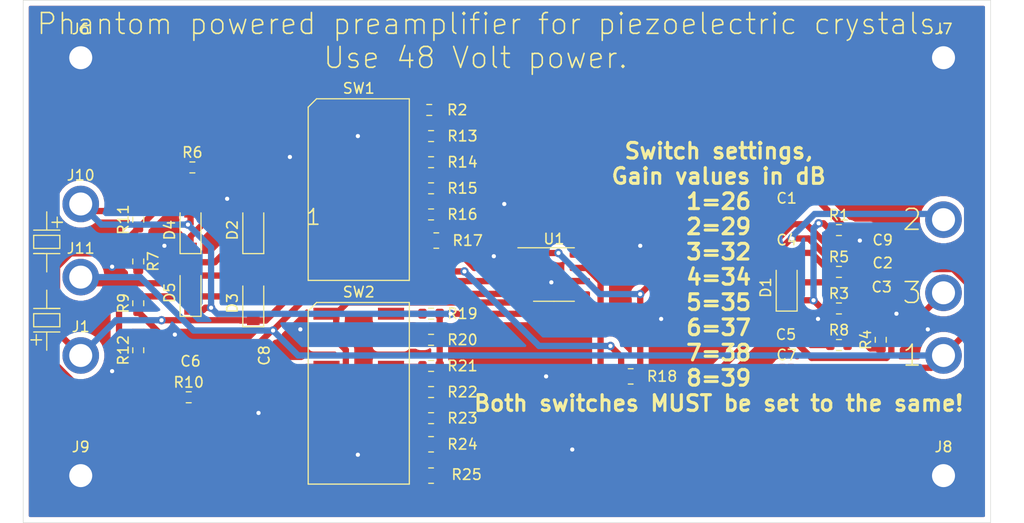
<source format=kicad_pcb>
(kicad_pcb (version 20171130) (host pcbnew 5.1.10)

  (general
    (thickness 1.6)
    (drawings 41)
    (tracks 359)
    (zones 0)
    (modules 52)
    (nets 32)
  )

  (page A4)
  (layers
    (0 F.Cu signal)
    (31 B.Cu signal)
    (32 B.Adhes user)
    (33 F.Adhes user)
    (34 B.Paste user)
    (35 F.Paste user)
    (36 B.SilkS user)
    (37 F.SilkS user)
    (38 B.Mask user)
    (39 F.Mask user)
    (40 Dwgs.User user)
    (41 Cmts.User user)
    (42 Eco1.User user)
    (43 Eco2.User user)
    (44 Edge.Cuts user)
    (45 Margin user)
    (46 B.CrtYd user)
    (47 F.CrtYd user)
    (48 B.Fab user)
    (49 F.Fab user)
  )

  (setup
    (last_trace_width 0.6)
    (trace_clearance 0.2)
    (zone_clearance 0.508)
    (zone_45_only no)
    (trace_min 0.2)
    (via_size 0.8)
    (via_drill 0.4)
    (via_min_size 0.4)
    (via_min_drill 0.3)
    (uvia_size 0.3)
    (uvia_drill 0.1)
    (uvias_allowed no)
    (uvia_min_size 0.2)
    (uvia_min_drill 0.1)
    (edge_width 0.05)
    (segment_width 0.2)
    (pcb_text_width 0.3)
    (pcb_text_size 1.5 1.5)
    (mod_edge_width 0.12)
    (mod_text_size 1 1)
    (mod_text_width 0.15)
    (pad_size 1.524 1.524)
    (pad_drill 0.762)
    (pad_to_mask_clearance 0)
    (aux_axis_origin 0 0)
    (visible_elements FFFFFF7F)
    (pcbplotparams
      (layerselection 0x010fe_ffffffff)
      (usegerberextensions false)
      (usegerberattributes true)
      (usegerberadvancedattributes true)
      (creategerberjobfile true)
      (excludeedgelayer true)
      (linewidth 0.100000)
      (plotframeref false)
      (viasonmask false)
      (mode 1)
      (useauxorigin false)
      (hpglpennumber 1)
      (hpglpenspeed 20)
      (hpglpendiameter 15.000000)
      (psnegative false)
      (psa4output false)
      (plotreference true)
      (plotvalue true)
      (plotinvisibletext false)
      (padsonsilk false)
      (subtractmaskfromsilk false)
      (outputformat 1)
      (mirror false)
      (drillshape 0)
      (scaleselection 1)
      (outputdirectory "Gerbers/"))
  )

  (net 0 "")
  (net 1 VCC)
  (net 2 V-)
  (net 3 "Net-(C4-Pad2)")
  (net 4 /2)
  (net 5 /3)
  (net 6 "Net-(C5-Pad2)")
  (net 7 "Net-(C6-Pad2)")
  (net 8 "Net-(C7-Pad1)")
  (net 9 "Net-(C8-Pad2)")
  (net 10 "Net-(D1-Pad1)")
  (net 11 "Net-(D2-Pad2)")
  (net 12 ind)
  (net 13 Earth)
  (net 14 Rout)
  (net 15 "Net-(R2-Pad2)")
  (net 16 Rout2)
  (net 17 Rin)
  (net 18 Rin2)
  (net 19 "Net-(R13-Pad2)")
  (net 20 "Net-(R14-Pad2)")
  (net 21 "Net-(R15-Pad2)")
  (net 22 "Net-(R16-Pad2)")
  (net 23 "Net-(R17-Pad2)")
  (net 24 "Net-(R18-Pad2)")
  (net 25 "Net-(R19-Pad2)")
  (net 26 "Net-(R20-Pad2)")
  (net 27 "Net-(R21-Pad2)")
  (net 28 "Net-(R22-Pad2)")
  (net 29 "Net-(R23-Pad2)")
  (net 30 "Net-(R24-Pad2)")
  (net 31 "Net-(R25-Pad2)")

  (net_class Default "This is the default net class."
    (clearance 0.2)
    (trace_width 0.6)
    (via_dia 0.8)
    (via_drill 0.4)
    (uvia_dia 0.3)
    (uvia_drill 0.1)
    (add_net /2)
    (add_net /3)
    (add_net Earth)
    (add_net "Net-(C4-Pad2)")
    (add_net "Net-(C5-Pad2)")
    (add_net "Net-(C6-Pad2)")
    (add_net "Net-(C7-Pad1)")
    (add_net "Net-(C8-Pad2)")
    (add_net "Net-(D1-Pad1)")
    (add_net "Net-(D2-Pad2)")
    (add_net "Net-(R13-Pad2)")
    (add_net "Net-(R14-Pad2)")
    (add_net "Net-(R15-Pad2)")
    (add_net "Net-(R16-Pad2)")
    (add_net "Net-(R17-Pad2)")
    (add_net "Net-(R18-Pad2)")
    (add_net "Net-(R19-Pad2)")
    (add_net "Net-(R2-Pad2)")
    (add_net "Net-(R20-Pad2)")
    (add_net "Net-(R21-Pad2)")
    (add_net "Net-(R22-Pad2)")
    (add_net "Net-(R23-Pad2)")
    (add_net "Net-(R24-Pad2)")
    (add_net "Net-(R25-Pad2)")
    (add_net Rin)
    (add_net Rin2)
    (add_net Rout)
    (add_net Rout2)
    (add_net V-)
    (add_net VCC)
    (add_net ind)
  )

  (module Capacitor_SMD:C_0201_0603Metric_Pad0.64x0.40mm_HandSolder (layer F.Cu) (tedit 5F6BB9E0) (tstamp 60E0070E)
    (at 108 52.5)
    (descr "Capacitor SMD 0201 (0603 Metric), square (rectangular) end terminal, IPC_7351 nominal with elongated pad for handsoldering. (Body size source: https://www.vishay.com/docs/20052/crcw0201e3.pdf), generated with kicad-footprint-generator")
    (tags "capacitor handsolder")
    (path /60CD8E71)
    (attr smd)
    (fp_text reference C1 (at 0 -1.05) (layer F.SilkS)
      (effects (font (size 1 1) (thickness 0.15)))
    )
    (fp_text value 0.1uF (at 0 1.05) (layer F.Fab)
      (effects (font (size 1 1) (thickness 0.15)))
    )
    (fp_line (start -0.3 0.15) (end -0.3 -0.15) (layer F.Fab) (width 0.1))
    (fp_line (start -0.3 -0.15) (end 0.3 -0.15) (layer F.Fab) (width 0.1))
    (fp_line (start 0.3 -0.15) (end 0.3 0.15) (layer F.Fab) (width 0.1))
    (fp_line (start 0.3 0.15) (end -0.3 0.15) (layer F.Fab) (width 0.1))
    (fp_line (start -0.88 0.35) (end -0.88 -0.35) (layer F.CrtYd) (width 0.05))
    (fp_line (start -0.88 -0.35) (end 0.88 -0.35) (layer F.CrtYd) (width 0.05))
    (fp_line (start 0.88 -0.35) (end 0.88 0.35) (layer F.CrtYd) (width 0.05))
    (fp_line (start 0.88 0.35) (end -0.88 0.35) (layer F.CrtYd) (width 0.05))
    (fp_text user %R (at 0 -0.68) (layer F.Fab)
      (effects (font (size 0.25 0.25) (thickness 0.04)))
    )
    (pad "" smd roundrect (at -0.4325 0) (size 0.458 0.36) (layers F.Paste) (roundrect_rratio 0.25))
    (pad "" smd roundrect (at 0.4325 0) (size 0.458 0.36) (layers F.Paste) (roundrect_rratio 0.25))
    (pad 1 smd roundrect (at -0.4075 0) (size 0.635 0.4) (layers F.Cu F.Mask) (roundrect_rratio 0.25)
      (net 1 VCC))
    (pad 2 smd roundrect (at 0.4075 0) (size 0.635 0.4) (layers F.Cu F.Mask) (roundrect_rratio 0.25)
      (net 2 V-))
    (model ${KISYS3DMOD}/Capacitor_SMD.3dshapes/C_0201_0603Metric.wrl
      (at (xyz 0 0 0))
      (scale (xyz 1 1 1))
      (rotate (xyz 0 0 0))
    )
  )

  (module Capacitor_SMD:C_0201_0603Metric_Pad0.64x0.40mm_HandSolder (layer F.Cu) (tedit 5F6BB9E0) (tstamp 60E0071F)
    (at 117.185 58.695)
    (descr "Capacitor SMD 0201 (0603 Metric), square (rectangular) end terminal, IPC_7351 nominal with elongated pad for handsoldering. (Body size source: https://www.vishay.com/docs/20052/crcw0201e3.pdf), generated with kicad-footprint-generator")
    (tags "capacitor handsolder")
    (path /60CD8F9F)
    (attr smd)
    (fp_text reference C2 (at 0 -1.05) (layer F.SilkS)
      (effects (font (size 1 1) (thickness 0.15)))
    )
    (fp_text value 10uF (at 0 1.05) (layer F.Fab)
      (effects (font (size 1 1) (thickness 0.15)))
    )
    (fp_line (start 0.88 0.35) (end -0.88 0.35) (layer F.CrtYd) (width 0.05))
    (fp_line (start 0.88 -0.35) (end 0.88 0.35) (layer F.CrtYd) (width 0.05))
    (fp_line (start -0.88 -0.35) (end 0.88 -0.35) (layer F.CrtYd) (width 0.05))
    (fp_line (start -0.88 0.35) (end -0.88 -0.35) (layer F.CrtYd) (width 0.05))
    (fp_line (start 0.3 0.15) (end -0.3 0.15) (layer F.Fab) (width 0.1))
    (fp_line (start 0.3 -0.15) (end 0.3 0.15) (layer F.Fab) (width 0.1))
    (fp_line (start -0.3 -0.15) (end 0.3 -0.15) (layer F.Fab) (width 0.1))
    (fp_line (start -0.3 0.15) (end -0.3 -0.15) (layer F.Fab) (width 0.1))
    (fp_text user %R (at 0 -0.68) (layer F.Fab)
      (effects (font (size 0.25 0.25) (thickness 0.04)))
    )
    (pad 2 smd roundrect (at 0.4075 0) (size 0.635 0.4) (layers F.Cu F.Mask) (roundrect_rratio 0.25)
      (net 2 V-))
    (pad 1 smd roundrect (at -0.4075 0) (size 0.635 0.4) (layers F.Cu F.Mask) (roundrect_rratio 0.25)
      (net 1 VCC))
    (pad "" smd roundrect (at 0.4325 0) (size 0.458 0.36) (layers F.Paste) (roundrect_rratio 0.25))
    (pad "" smd roundrect (at -0.4325 0) (size 0.458 0.36) (layers F.Paste) (roundrect_rratio 0.25))
    (model ${KISYS3DMOD}/Capacitor_SMD.3dshapes/C_0201_0603Metric.wrl
      (at (xyz 0 0 0))
      (scale (xyz 1 1 1))
      (rotate (xyz 0 0 0))
    )
  )

  (module Capacitor_SMD:C_0201_0603Metric_Pad0.64x0.40mm_HandSolder (layer F.Cu) (tedit 5F6BB9E0) (tstamp 60E00730)
    (at 117.092 61)
    (descr "Capacitor SMD 0201 (0603 Metric), square (rectangular) end terminal, IPC_7351 nominal with elongated pad for handsoldering. (Body size source: https://www.vishay.com/docs/20052/crcw0201e3.pdf), generated with kicad-footprint-generator")
    (tags "capacitor handsolder")
    (path /60CCFCFB)
    (attr smd)
    (fp_text reference C3 (at 0 -1.05) (layer F.SilkS)
      (effects (font (size 1 1) (thickness 0.15)))
    )
    (fp_text value 33uF (at 0 1.05) (layer F.Fab)
      (effects (font (size 1 1) (thickness 0.15)))
    )
    (fp_line (start 0.88 0.35) (end -0.88 0.35) (layer F.CrtYd) (width 0.05))
    (fp_line (start 0.88 -0.35) (end 0.88 0.35) (layer F.CrtYd) (width 0.05))
    (fp_line (start -0.88 -0.35) (end 0.88 -0.35) (layer F.CrtYd) (width 0.05))
    (fp_line (start -0.88 0.35) (end -0.88 -0.35) (layer F.CrtYd) (width 0.05))
    (fp_line (start 0.3 0.15) (end -0.3 0.15) (layer F.Fab) (width 0.1))
    (fp_line (start 0.3 -0.15) (end 0.3 0.15) (layer F.Fab) (width 0.1))
    (fp_line (start -0.3 -0.15) (end 0.3 -0.15) (layer F.Fab) (width 0.1))
    (fp_line (start -0.3 0.15) (end -0.3 -0.15) (layer F.Fab) (width 0.1))
    (fp_text user %R (at 0 -0.68) (layer F.Fab)
      (effects (font (size 0.25 0.25) (thickness 0.04)))
    )
    (pad 2 smd roundrect (at 0.4075 0) (size 0.635 0.4) (layers F.Cu F.Mask) (roundrect_rratio 0.25)
      (net 2 V-))
    (pad 1 smd roundrect (at -0.4075 0) (size 0.635 0.4) (layers F.Cu F.Mask) (roundrect_rratio 0.25)
      (net 1 VCC))
    (pad "" smd roundrect (at 0.4325 0) (size 0.458 0.36) (layers F.Paste) (roundrect_rratio 0.25))
    (pad "" smd roundrect (at -0.4325 0) (size 0.458 0.36) (layers F.Paste) (roundrect_rratio 0.25))
    (model ${KISYS3DMOD}/Capacitor_SMD.3dshapes/C_0201_0603Metric.wrl
      (at (xyz 0 0 0))
      (scale (xyz 1 1 1))
      (rotate (xyz 0 0 0))
    )
  )

  (module Capacitor_SMD:C_0201_0603Metric_Pad0.64x0.40mm_HandSolder (layer F.Cu) (tedit 5F6BB9E0) (tstamp 60E00741)
    (at 108 56.5)
    (descr "Capacitor SMD 0201 (0603 Metric), square (rectangular) end terminal, IPC_7351 nominal with elongated pad for handsoldering. (Body size source: https://www.vishay.com/docs/20052/crcw0201e3.pdf), generated with kicad-footprint-generator")
    (tags "capacitor handsolder")
    (path /5F26F275)
    (attr smd)
    (fp_text reference C4 (at 0 -1.05) (layer F.SilkS)
      (effects (font (size 1 1) (thickness 0.15)))
    )
    (fp_text value 47uF (at 0 1.05) (layer F.Fab)
      (effects (font (size 1 1) (thickness 0.15)))
    )
    (fp_line (start 0.88 0.35) (end -0.88 0.35) (layer F.CrtYd) (width 0.05))
    (fp_line (start 0.88 -0.35) (end 0.88 0.35) (layer F.CrtYd) (width 0.05))
    (fp_line (start -0.88 -0.35) (end 0.88 -0.35) (layer F.CrtYd) (width 0.05))
    (fp_line (start -0.88 0.35) (end -0.88 -0.35) (layer F.CrtYd) (width 0.05))
    (fp_line (start 0.3 0.15) (end -0.3 0.15) (layer F.Fab) (width 0.1))
    (fp_line (start 0.3 -0.15) (end 0.3 0.15) (layer F.Fab) (width 0.1))
    (fp_line (start -0.3 -0.15) (end 0.3 -0.15) (layer F.Fab) (width 0.1))
    (fp_line (start -0.3 0.15) (end -0.3 -0.15) (layer F.Fab) (width 0.1))
    (fp_text user %R (at 0 -0.68) (layer F.Fab)
      (effects (font (size 0.25 0.25) (thickness 0.04)))
    )
    (pad 2 smd roundrect (at 0.4075 0) (size 0.635 0.4) (layers F.Cu F.Mask) (roundrect_rratio 0.25)
      (net 3 "Net-(C4-Pad2)"))
    (pad 1 smd roundrect (at -0.4075 0) (size 0.635 0.4) (layers F.Cu F.Mask) (roundrect_rratio 0.25)
      (net 4 /2))
    (pad "" smd roundrect (at 0.4325 0) (size 0.458 0.36) (layers F.Paste) (roundrect_rratio 0.25))
    (pad "" smd roundrect (at -0.4325 0) (size 0.458 0.36) (layers F.Paste) (roundrect_rratio 0.25))
    (model ${KISYS3DMOD}/Capacitor_SMD.3dshapes/C_0201_0603Metric.wrl
      (at (xyz 0 0 0))
      (scale (xyz 1 1 1))
      (rotate (xyz 0 0 0))
    )
  )

  (module Capacitor_SMD:C_0201_0603Metric_Pad0.64x0.40mm_HandSolder (layer F.Cu) (tedit 5F6BB9E0) (tstamp 60E00752)
    (at 107.932 63.5)
    (descr "Capacitor SMD 0201 (0603 Metric), square (rectangular) end terminal, IPC_7351 nominal with elongated pad for handsoldering. (Body size source: https://www.vishay.com/docs/20052/crcw0201e3.pdf), generated with kicad-footprint-generator")
    (tags "capacitor handsolder")
    (path /6077AA47)
    (attr smd)
    (fp_text reference C5 (at 0 1) (layer F.SilkS)
      (effects (font (size 1 1) (thickness 0.15)))
    )
    (fp_text value 47uF (at 0 1.05) (layer F.Fab)
      (effects (font (size 1 1) (thickness 0.15)))
    )
    (fp_line (start -0.3 0.15) (end -0.3 -0.15) (layer F.Fab) (width 0.1))
    (fp_line (start -0.3 -0.15) (end 0.3 -0.15) (layer F.Fab) (width 0.1))
    (fp_line (start 0.3 -0.15) (end 0.3 0.15) (layer F.Fab) (width 0.1))
    (fp_line (start 0.3 0.15) (end -0.3 0.15) (layer F.Fab) (width 0.1))
    (fp_line (start -0.88 0.35) (end -0.88 -0.35) (layer F.CrtYd) (width 0.05))
    (fp_line (start -0.88 -0.35) (end 0.88 -0.35) (layer F.CrtYd) (width 0.05))
    (fp_line (start 0.88 -0.35) (end 0.88 0.35) (layer F.CrtYd) (width 0.05))
    (fp_line (start 0.88 0.35) (end -0.88 0.35) (layer F.CrtYd) (width 0.05))
    (fp_text user %R (at 0 -0.68) (layer F.Fab)
      (effects (font (size 0.25 0.25) (thickness 0.04)))
    )
    (pad "" smd roundrect (at -0.4325 0) (size 0.458 0.36) (layers F.Paste) (roundrect_rratio 0.25))
    (pad "" smd roundrect (at 0.4325 0) (size 0.458 0.36) (layers F.Paste) (roundrect_rratio 0.25))
    (pad 1 smd roundrect (at -0.4075 0) (size 0.635 0.4) (layers F.Cu F.Mask) (roundrect_rratio 0.25)
      (net 5 /3))
    (pad 2 smd roundrect (at 0.4075 0) (size 0.635 0.4) (layers F.Cu F.Mask) (roundrect_rratio 0.25)
      (net 6 "Net-(C5-Pad2)"))
    (model ${KISYS3DMOD}/Capacitor_SMD.3dshapes/C_0201_0603Metric.wrl
      (at (xyz 0 0 0))
      (scale (xyz 1 1 1))
      (rotate (xyz 0 0 0))
    )
  )

  (module Capacitor_SMD:C_0201_0603Metric_Pad0.64x0.40mm_HandSolder (layer F.Cu) (tedit 5F6BB9E0) (tstamp 60E00763)
    (at 51 66 180)
    (descr "Capacitor SMD 0201 (0603 Metric), square (rectangular) end terminal, IPC_7351 nominal with elongated pad for handsoldering. (Body size source: https://www.vishay.com/docs/20052/crcw0201e3.pdf), generated with kicad-footprint-generator")
    (tags "capacitor handsolder")
    (path /60D29248)
    (attr smd)
    (fp_text reference C6 (at 0 -1.05) (layer F.SilkS)
      (effects (font (size 1 1) (thickness 0.15)))
    )
    (fp_text value 47uF (at 0 1.05) (layer F.Fab)
      (effects (font (size 1 1) (thickness 0.15)))
    )
    (fp_line (start -0.3 0.15) (end -0.3 -0.15) (layer F.Fab) (width 0.1))
    (fp_line (start -0.3 -0.15) (end 0.3 -0.15) (layer F.Fab) (width 0.1))
    (fp_line (start 0.3 -0.15) (end 0.3 0.15) (layer F.Fab) (width 0.1))
    (fp_line (start 0.3 0.15) (end -0.3 0.15) (layer F.Fab) (width 0.1))
    (fp_line (start -0.88 0.35) (end -0.88 -0.35) (layer F.CrtYd) (width 0.05))
    (fp_line (start -0.88 -0.35) (end 0.88 -0.35) (layer F.CrtYd) (width 0.05))
    (fp_line (start 0.88 -0.35) (end 0.88 0.35) (layer F.CrtYd) (width 0.05))
    (fp_line (start 0.88 0.35) (end -0.88 0.35) (layer F.CrtYd) (width 0.05))
    (fp_text user %R (at 0 -0.68) (layer F.Fab)
      (effects (font (size 0.25 0.25) (thickness 0.04)))
    )
    (pad "" smd roundrect (at -0.4325 0 180) (size 0.458 0.36) (layers F.Paste) (roundrect_rratio 0.25))
    (pad "" smd roundrect (at 0.4325 0 180) (size 0.458 0.36) (layers F.Paste) (roundrect_rratio 0.25))
    (pad 1 smd roundrect (at -0.4075 0 180) (size 0.635 0.4) (layers F.Cu F.Mask) (roundrect_rratio 0.25)
      (net 2 V-))
    (pad 2 smd roundrect (at 0.4075 0 180) (size 0.635 0.4) (layers F.Cu F.Mask) (roundrect_rratio 0.25)
      (net 7 "Net-(C6-Pad2)"))
    (model ${KISYS3DMOD}/Capacitor_SMD.3dshapes/C_0201_0603Metric.wrl
      (at (xyz 0 0 0))
      (scale (xyz 1 1 1))
      (rotate (xyz 0 0 0))
    )
  )

  (module Capacitor_SMD:C_0201_0603Metric_Pad0.64x0.40mm_HandSolder (layer F.Cu) (tedit 5F6BB9E0) (tstamp 60E00774)
    (at 108 67.5)
    (descr "Capacitor SMD 0201 (0603 Metric), square (rectangular) end terminal, IPC_7351 nominal with elongated pad for handsoldering. (Body size source: https://www.vishay.com/docs/20052/crcw0201e3.pdf), generated with kicad-footprint-generator")
    (tags "capacitor handsolder")
    (path /60D10218)
    (attr smd)
    (fp_text reference C7 (at 0 -1.05) (layer F.SilkS)
      (effects (font (size 1 1) (thickness 0.15)))
    )
    (fp_text value 10uF (at 0 1.05) (layer F.Fab)
      (effects (font (size 1 1) (thickness 0.15)))
    )
    (fp_line (start 0.88 0.35) (end -0.88 0.35) (layer F.CrtYd) (width 0.05))
    (fp_line (start 0.88 -0.35) (end 0.88 0.35) (layer F.CrtYd) (width 0.05))
    (fp_line (start -0.88 -0.35) (end 0.88 -0.35) (layer F.CrtYd) (width 0.05))
    (fp_line (start -0.88 0.35) (end -0.88 -0.35) (layer F.CrtYd) (width 0.05))
    (fp_line (start 0.3 0.15) (end -0.3 0.15) (layer F.Fab) (width 0.1))
    (fp_line (start 0.3 -0.15) (end 0.3 0.15) (layer F.Fab) (width 0.1))
    (fp_line (start -0.3 -0.15) (end 0.3 -0.15) (layer F.Fab) (width 0.1))
    (fp_line (start -0.3 0.15) (end -0.3 -0.15) (layer F.Fab) (width 0.1))
    (fp_text user %R (at 0 -0.68) (layer F.Fab)
      (effects (font (size 0.25 0.25) (thickness 0.04)))
    )
    (pad 2 smd roundrect (at 0.4075 0) (size 0.635 0.4) (layers F.Cu F.Mask) (roundrect_rratio 0.25)
      (net 2 V-))
    (pad 1 smd roundrect (at -0.4075 0) (size 0.635 0.4) (layers F.Cu F.Mask) (roundrect_rratio 0.25)
      (net 8 "Net-(C7-Pad1)"))
    (pad "" smd roundrect (at 0.4325 0) (size 0.458 0.36) (layers F.Paste) (roundrect_rratio 0.25))
    (pad "" smd roundrect (at -0.4325 0) (size 0.458 0.36) (layers F.Paste) (roundrect_rratio 0.25))
    (model ${KISYS3DMOD}/Capacitor_SMD.3dshapes/C_0201_0603Metric.wrl
      (at (xyz 0 0 0))
      (scale (xyz 1 1 1))
      (rotate (xyz 0 0 0))
    )
  )

  (module Capacitor_SMD:C_0201_0603Metric_Pad0.64x0.40mm_HandSolder (layer F.Cu) (tedit 5F6BB9E0) (tstamp 60E00785)
    (at 57 66.5 270)
    (descr "Capacitor SMD 0201 (0603 Metric), square (rectangular) end terminal, IPC_7351 nominal with elongated pad for handsoldering. (Body size source: https://www.vishay.com/docs/20052/crcw0201e3.pdf), generated with kicad-footprint-generator")
    (tags "capacitor handsolder")
    (path /60D5D1D3)
    (attr smd)
    (fp_text reference C8 (at 0 -1.05 90) (layer F.SilkS)
      (effects (font (size 1 1) (thickness 0.15)))
    )
    (fp_text value 47uF (at 0 1.05 90) (layer F.Fab)
      (effects (font (size 1 1) (thickness 0.15)))
    )
    (fp_line (start -0.3 0.15) (end -0.3 -0.15) (layer F.Fab) (width 0.1))
    (fp_line (start -0.3 -0.15) (end 0.3 -0.15) (layer F.Fab) (width 0.1))
    (fp_line (start 0.3 -0.15) (end 0.3 0.15) (layer F.Fab) (width 0.1))
    (fp_line (start 0.3 0.15) (end -0.3 0.15) (layer F.Fab) (width 0.1))
    (fp_line (start -0.88 0.35) (end -0.88 -0.35) (layer F.CrtYd) (width 0.05))
    (fp_line (start -0.88 -0.35) (end 0.88 -0.35) (layer F.CrtYd) (width 0.05))
    (fp_line (start 0.88 -0.35) (end 0.88 0.35) (layer F.CrtYd) (width 0.05))
    (fp_line (start 0.88 0.35) (end -0.88 0.35) (layer F.CrtYd) (width 0.05))
    (fp_text user %R (at 0 -0.68 90) (layer F.Fab)
      (effects (font (size 0.25 0.25) (thickness 0.04)))
    )
    (pad "" smd roundrect (at -0.4325 0 270) (size 0.458 0.36) (layers F.Paste) (roundrect_rratio 0.25))
    (pad "" smd roundrect (at 0.4325 0 270) (size 0.458 0.36) (layers F.Paste) (roundrect_rratio 0.25))
    (pad 1 smd roundrect (at -0.4075 0 270) (size 0.635 0.4) (layers F.Cu F.Mask) (roundrect_rratio 0.25)
      (net 2 V-))
    (pad 2 smd roundrect (at 0.4075 0 270) (size 0.635 0.4) (layers F.Cu F.Mask) (roundrect_rratio 0.25)
      (net 9 "Net-(C8-Pad2)"))
    (model ${KISYS3DMOD}/Capacitor_SMD.3dshapes/C_0201_0603Metric.wrl
      (at (xyz 0 0 0))
      (scale (xyz 1 1 1))
      (rotate (xyz 0 0 0))
    )
  )

  (module Capacitor_SMD:C_0201_0603Metric_Pad0.64x0.40mm_HandSolder (layer F.Cu) (tedit 5F6BB9E0) (tstamp 60E00796)
    (at 117.185 56.5)
    (descr "Capacitor SMD 0201 (0603 Metric), square (rectangular) end terminal, IPC_7351 nominal with elongated pad for handsoldering. (Body size source: https://www.vishay.com/docs/20052/crcw0201e3.pdf), generated with kicad-footprint-generator")
    (tags "capacitor handsolder")
    (path /60ED31DD)
    (attr smd)
    (fp_text reference C9 (at 0 -1.05) (layer F.SilkS)
      (effects (font (size 1 1) (thickness 0.15)))
    )
    (fp_text value 47uF (at 0 1.05) (layer F.Fab)
      (effects (font (size 1 1) (thickness 0.15)))
    )
    (fp_line (start -0.3 0.15) (end -0.3 -0.15) (layer F.Fab) (width 0.1))
    (fp_line (start -0.3 -0.15) (end 0.3 -0.15) (layer F.Fab) (width 0.1))
    (fp_line (start 0.3 -0.15) (end 0.3 0.15) (layer F.Fab) (width 0.1))
    (fp_line (start 0.3 0.15) (end -0.3 0.15) (layer F.Fab) (width 0.1))
    (fp_line (start -0.88 0.35) (end -0.88 -0.35) (layer F.CrtYd) (width 0.05))
    (fp_line (start -0.88 -0.35) (end 0.88 -0.35) (layer F.CrtYd) (width 0.05))
    (fp_line (start 0.88 -0.35) (end 0.88 0.35) (layer F.CrtYd) (width 0.05))
    (fp_line (start 0.88 0.35) (end -0.88 0.35) (layer F.CrtYd) (width 0.05))
    (fp_text user %R (at 0 -0.68) (layer F.Fab)
      (effects (font (size 0.25 0.25) (thickness 0.04)))
    )
    (pad "" smd roundrect (at -0.4325 0) (size 0.458 0.36) (layers F.Paste) (roundrect_rratio 0.25))
    (pad "" smd roundrect (at 0.4325 0) (size 0.458 0.36) (layers F.Paste) (roundrect_rratio 0.25))
    (pad 1 smd roundrect (at -0.4075 0) (size 0.635 0.4) (layers F.Cu F.Mask) (roundrect_rratio 0.25)
      (net 2 V-))
    (pad 2 smd roundrect (at 0.4075 0) (size 0.635 0.4) (layers F.Cu F.Mask) (roundrect_rratio 0.25)
      (net 1 VCC))
    (model ${KISYS3DMOD}/Capacitor_SMD.3dshapes/C_0201_0603Metric.wrl
      (at (xyz 0 0 0))
      (scale (xyz 1 1 1))
      (rotate (xyz 0 0 0))
    )
  )

  (module Diode_SMD:D_SOD-123 (layer F.Cu) (tedit 58645DC7) (tstamp 60E007AF)
    (at 108 60 90)
    (descr SOD-123)
    (tags SOD-123)
    (path /60CCADCC)
    (attr smd)
    (fp_text reference D1 (at 0 -2 90) (layer F.SilkS)
      (effects (font (size 1 1) (thickness 0.15)))
    )
    (fp_text value MMSZ11T1G (at 0 2.1 90) (layer F.Fab)
      (effects (font (size 1 1) (thickness 0.15)))
    )
    (fp_line (start -2.25 -1) (end -2.25 1) (layer F.SilkS) (width 0.12))
    (fp_line (start 0.25 0) (end 0.75 0) (layer F.Fab) (width 0.1))
    (fp_line (start 0.25 0.4) (end -0.35 0) (layer F.Fab) (width 0.1))
    (fp_line (start 0.25 -0.4) (end 0.25 0.4) (layer F.Fab) (width 0.1))
    (fp_line (start -0.35 0) (end 0.25 -0.4) (layer F.Fab) (width 0.1))
    (fp_line (start -0.35 0) (end -0.35 0.55) (layer F.Fab) (width 0.1))
    (fp_line (start -0.35 0) (end -0.35 -0.55) (layer F.Fab) (width 0.1))
    (fp_line (start -0.75 0) (end -0.35 0) (layer F.Fab) (width 0.1))
    (fp_line (start -1.4 0.9) (end -1.4 -0.9) (layer F.Fab) (width 0.1))
    (fp_line (start 1.4 0.9) (end -1.4 0.9) (layer F.Fab) (width 0.1))
    (fp_line (start 1.4 -0.9) (end 1.4 0.9) (layer F.Fab) (width 0.1))
    (fp_line (start -1.4 -0.9) (end 1.4 -0.9) (layer F.Fab) (width 0.1))
    (fp_line (start -2.35 -1.15) (end 2.35 -1.15) (layer F.CrtYd) (width 0.05))
    (fp_line (start 2.35 -1.15) (end 2.35 1.15) (layer F.CrtYd) (width 0.05))
    (fp_line (start 2.35 1.15) (end -2.35 1.15) (layer F.CrtYd) (width 0.05))
    (fp_line (start -2.35 -1.15) (end -2.35 1.15) (layer F.CrtYd) (width 0.05))
    (fp_line (start -2.25 1) (end 1.65 1) (layer F.SilkS) (width 0.12))
    (fp_line (start -2.25 -1) (end 1.65 -1) (layer F.SilkS) (width 0.12))
    (fp_text user %R (at 0 -2 90) (layer F.Fab)
      (effects (font (size 1 1) (thickness 0.15)))
    )
    (pad 1 smd rect (at -1.65 0 90) (size 0.9 1.2) (layers F.Cu F.Paste F.Mask)
      (net 10 "Net-(D1-Pad1)"))
    (pad 2 smd rect (at 1.65 0 90) (size 0.9 1.2) (layers F.Cu F.Paste F.Mask)
      (net 2 V-))
    (model ${KISYS3DMOD}/Diode_SMD.3dshapes/D_SOD-123.wrl
      (at (xyz 0 0 0))
      (scale (xyz 1 1 1))
      (rotate (xyz 0 0 0))
    )
  )

  (module Diode_SMD:D_SOD-123 (layer F.Cu) (tedit 58645DC7) (tstamp 60E007C8)
    (at 57 54.5 90)
    (descr SOD-123)
    (tags SOD-123)
    (path /60D115A5)
    (attr smd)
    (fp_text reference D2 (at 0 -2 90) (layer F.SilkS)
      (effects (font (size 1 1) (thickness 0.15)))
    )
    (fp_text value "1N4448WQ-7-F " (at 0 2.1 90) (layer F.Fab)
      (effects (font (size 1 1) (thickness 0.15)))
    )
    (fp_line (start -2.25 -1) (end 1.65 -1) (layer F.SilkS) (width 0.12))
    (fp_line (start -2.25 1) (end 1.65 1) (layer F.SilkS) (width 0.12))
    (fp_line (start -2.35 -1.15) (end -2.35 1.15) (layer F.CrtYd) (width 0.05))
    (fp_line (start 2.35 1.15) (end -2.35 1.15) (layer F.CrtYd) (width 0.05))
    (fp_line (start 2.35 -1.15) (end 2.35 1.15) (layer F.CrtYd) (width 0.05))
    (fp_line (start -2.35 -1.15) (end 2.35 -1.15) (layer F.CrtYd) (width 0.05))
    (fp_line (start -1.4 -0.9) (end 1.4 -0.9) (layer F.Fab) (width 0.1))
    (fp_line (start 1.4 -0.9) (end 1.4 0.9) (layer F.Fab) (width 0.1))
    (fp_line (start 1.4 0.9) (end -1.4 0.9) (layer F.Fab) (width 0.1))
    (fp_line (start -1.4 0.9) (end -1.4 -0.9) (layer F.Fab) (width 0.1))
    (fp_line (start -0.75 0) (end -0.35 0) (layer F.Fab) (width 0.1))
    (fp_line (start -0.35 0) (end -0.35 -0.55) (layer F.Fab) (width 0.1))
    (fp_line (start -0.35 0) (end -0.35 0.55) (layer F.Fab) (width 0.1))
    (fp_line (start -0.35 0) (end 0.25 -0.4) (layer F.Fab) (width 0.1))
    (fp_line (start 0.25 -0.4) (end 0.25 0.4) (layer F.Fab) (width 0.1))
    (fp_line (start 0.25 0.4) (end -0.35 0) (layer F.Fab) (width 0.1))
    (fp_line (start 0.25 0) (end 0.75 0) (layer F.Fab) (width 0.1))
    (fp_line (start -2.25 -1) (end -2.25 1) (layer F.SilkS) (width 0.12))
    (fp_text user %R (at 0 -2 90) (layer F.Fab)
      (effects (font (size 1 1) (thickness 0.15)))
    )
    (pad 2 smd rect (at 1.65 0 90) (size 0.9 1.2) (layers F.Cu F.Paste F.Mask)
      (net 11 "Net-(D2-Pad2)"))
    (pad 1 smd rect (at -1.65 0 90) (size 0.9 1.2) (layers F.Cu F.Paste F.Mask)
      (net 1 VCC))
    (model ${KISYS3DMOD}/Diode_SMD.3dshapes/D_SOD-123.wrl
      (at (xyz 0 0 0))
      (scale (xyz 1 1 1))
      (rotate (xyz 0 0 0))
    )
  )

  (module Diode_SMD:D_SOD-123 (layer F.Cu) (tedit 58645DC7) (tstamp 60E007E1)
    (at 57 61.5 90)
    (descr SOD-123)
    (tags SOD-123)
    (path /60CE8067)
    (attr smd)
    (fp_text reference D3 (at 0 -2 90) (layer F.SilkS)
      (effects (font (size 1 1) (thickness 0.15)))
    )
    (fp_text value "1N4448WQ-7-F " (at 0 2.1 90) (layer F.Fab)
      (effects (font (size 1 1) (thickness 0.15)))
    )
    (fp_line (start -2.25 -1) (end -2.25 1) (layer F.SilkS) (width 0.12))
    (fp_line (start 0.25 0) (end 0.75 0) (layer F.Fab) (width 0.1))
    (fp_line (start 0.25 0.4) (end -0.35 0) (layer F.Fab) (width 0.1))
    (fp_line (start 0.25 -0.4) (end 0.25 0.4) (layer F.Fab) (width 0.1))
    (fp_line (start -0.35 0) (end 0.25 -0.4) (layer F.Fab) (width 0.1))
    (fp_line (start -0.35 0) (end -0.35 0.55) (layer F.Fab) (width 0.1))
    (fp_line (start -0.35 0) (end -0.35 -0.55) (layer F.Fab) (width 0.1))
    (fp_line (start -0.75 0) (end -0.35 0) (layer F.Fab) (width 0.1))
    (fp_line (start -1.4 0.9) (end -1.4 -0.9) (layer F.Fab) (width 0.1))
    (fp_line (start 1.4 0.9) (end -1.4 0.9) (layer F.Fab) (width 0.1))
    (fp_line (start 1.4 -0.9) (end 1.4 0.9) (layer F.Fab) (width 0.1))
    (fp_line (start -1.4 -0.9) (end 1.4 -0.9) (layer F.Fab) (width 0.1))
    (fp_line (start -2.35 -1.15) (end 2.35 -1.15) (layer F.CrtYd) (width 0.05))
    (fp_line (start 2.35 -1.15) (end 2.35 1.15) (layer F.CrtYd) (width 0.05))
    (fp_line (start 2.35 1.15) (end -2.35 1.15) (layer F.CrtYd) (width 0.05))
    (fp_line (start -2.35 -1.15) (end -2.35 1.15) (layer F.CrtYd) (width 0.05))
    (fp_line (start -2.25 1) (end 1.65 1) (layer F.SilkS) (width 0.12))
    (fp_line (start -2.25 -1) (end 1.65 -1) (layer F.SilkS) (width 0.12))
    (fp_text user %R (at 0 -2 90) (layer F.Fab)
      (effects (font (size 1 1) (thickness 0.15)))
    )
    (pad 1 smd rect (at -1.65 0 90) (size 0.9 1.2) (layers F.Cu F.Paste F.Mask)
      (net 11 "Net-(D2-Pad2)"))
    (pad 2 smd rect (at 1.65 0 90) (size 0.9 1.2) (layers F.Cu F.Paste F.Mask)
      (net 2 V-))
    (model ${KISYS3DMOD}/Diode_SMD.3dshapes/D_SOD-123.wrl
      (at (xyz 0 0 0))
      (scale (xyz 1 1 1))
      (rotate (xyz 0 0 0))
    )
  )

  (module Diode_SMD:D_SOD-123 (layer F.Cu) (tedit 58645DC7) (tstamp 60E007FA)
    (at 51 54.5 90)
    (descr SOD-123)
    (tags SOD-123)
    (path /60D2C176)
    (attr smd)
    (fp_text reference D4 (at 0 -2 90) (layer F.SilkS)
      (effects (font (size 1 1) (thickness 0.15)))
    )
    (fp_text value "1N4448WQ-7-F " (at 0 2.1 90) (layer F.Fab)
      (effects (font (size 1 1) (thickness 0.15)))
    )
    (fp_line (start -2.25 -1) (end 1.65 -1) (layer F.SilkS) (width 0.12))
    (fp_line (start -2.25 1) (end 1.65 1) (layer F.SilkS) (width 0.12))
    (fp_line (start -2.35 -1.15) (end -2.35 1.15) (layer F.CrtYd) (width 0.05))
    (fp_line (start 2.35 1.15) (end -2.35 1.15) (layer F.CrtYd) (width 0.05))
    (fp_line (start 2.35 -1.15) (end 2.35 1.15) (layer F.CrtYd) (width 0.05))
    (fp_line (start -2.35 -1.15) (end 2.35 -1.15) (layer F.CrtYd) (width 0.05))
    (fp_line (start -1.4 -0.9) (end 1.4 -0.9) (layer F.Fab) (width 0.1))
    (fp_line (start 1.4 -0.9) (end 1.4 0.9) (layer F.Fab) (width 0.1))
    (fp_line (start 1.4 0.9) (end -1.4 0.9) (layer F.Fab) (width 0.1))
    (fp_line (start -1.4 0.9) (end -1.4 -0.9) (layer F.Fab) (width 0.1))
    (fp_line (start -0.75 0) (end -0.35 0) (layer F.Fab) (width 0.1))
    (fp_line (start -0.35 0) (end -0.35 -0.55) (layer F.Fab) (width 0.1))
    (fp_line (start -0.35 0) (end -0.35 0.55) (layer F.Fab) (width 0.1))
    (fp_line (start -0.35 0) (end 0.25 -0.4) (layer F.Fab) (width 0.1))
    (fp_line (start 0.25 -0.4) (end 0.25 0.4) (layer F.Fab) (width 0.1))
    (fp_line (start 0.25 0.4) (end -0.35 0) (layer F.Fab) (width 0.1))
    (fp_line (start 0.25 0) (end 0.75 0) (layer F.Fab) (width 0.1))
    (fp_line (start -2.25 -1) (end -2.25 1) (layer F.SilkS) (width 0.12))
    (fp_text user %R (at 0 -2 90) (layer F.Fab)
      (effects (font (size 1 1) (thickness 0.15)))
    )
    (pad 2 smd rect (at 1.65 0 90) (size 0.9 1.2) (layers F.Cu F.Paste F.Mask)
      (net 12 ind))
    (pad 1 smd rect (at -1.65 0 90) (size 0.9 1.2) (layers F.Cu F.Paste F.Mask)
      (net 1 VCC))
    (model ${KISYS3DMOD}/Diode_SMD.3dshapes/D_SOD-123.wrl
      (at (xyz 0 0 0))
      (scale (xyz 1 1 1))
      (rotate (xyz 0 0 0))
    )
  )

  (module Diode_SMD:D_SOD-123 (layer F.Cu) (tedit 58645DC7) (tstamp 60E00813)
    (at 51 60.5 90)
    (descr SOD-123)
    (tags SOD-123)
    (path /60D2CA7A)
    (attr smd)
    (fp_text reference D5 (at 0 -2 90) (layer F.SilkS)
      (effects (font (size 1 1) (thickness 0.15)))
    )
    (fp_text value "1N4448WQ-7-F " (at 0 2.1 90) (layer F.Fab)
      (effects (font (size 1 1) (thickness 0.15)))
    )
    (fp_line (start -2.25 -1) (end -2.25 1) (layer F.SilkS) (width 0.12))
    (fp_line (start 0.25 0) (end 0.75 0) (layer F.Fab) (width 0.1))
    (fp_line (start 0.25 0.4) (end -0.35 0) (layer F.Fab) (width 0.1))
    (fp_line (start 0.25 -0.4) (end 0.25 0.4) (layer F.Fab) (width 0.1))
    (fp_line (start -0.35 0) (end 0.25 -0.4) (layer F.Fab) (width 0.1))
    (fp_line (start -0.35 0) (end -0.35 0.55) (layer F.Fab) (width 0.1))
    (fp_line (start -0.35 0) (end -0.35 -0.55) (layer F.Fab) (width 0.1))
    (fp_line (start -0.75 0) (end -0.35 0) (layer F.Fab) (width 0.1))
    (fp_line (start -1.4 0.9) (end -1.4 -0.9) (layer F.Fab) (width 0.1))
    (fp_line (start 1.4 0.9) (end -1.4 0.9) (layer F.Fab) (width 0.1))
    (fp_line (start 1.4 -0.9) (end 1.4 0.9) (layer F.Fab) (width 0.1))
    (fp_line (start -1.4 -0.9) (end 1.4 -0.9) (layer F.Fab) (width 0.1))
    (fp_line (start -2.35 -1.15) (end 2.35 -1.15) (layer F.CrtYd) (width 0.05))
    (fp_line (start 2.35 -1.15) (end 2.35 1.15) (layer F.CrtYd) (width 0.05))
    (fp_line (start 2.35 1.15) (end -2.35 1.15) (layer F.CrtYd) (width 0.05))
    (fp_line (start -2.35 -1.15) (end -2.35 1.15) (layer F.CrtYd) (width 0.05))
    (fp_line (start -2.25 1) (end 1.65 1) (layer F.SilkS) (width 0.12))
    (fp_line (start -2.25 -1) (end 1.65 -1) (layer F.SilkS) (width 0.12))
    (fp_text user %R (at 0 -2 90) (layer F.Fab)
      (effects (font (size 1 1) (thickness 0.15)))
    )
    (pad 1 smd rect (at -1.65 0 90) (size 0.9 1.2) (layers F.Cu F.Paste F.Mask)
      (net 12 ind))
    (pad 2 smd rect (at 1.65 0 90) (size 0.9 1.2) (layers F.Cu F.Paste F.Mask)
      (net 2 V-))
    (model ${KISYS3DMOD}/Diode_SMD.3dshapes/D_SOD-123.wrl
      (at (xyz 0 0 0))
      (scale (xyz 1 1 1))
      (rotate (xyz 0 0 0))
    )
  )

  (module MountingHole:MountingHole_2.2mm_M2_ISO7380_Pad (layer F.Cu) (tedit 56D1B4CB) (tstamp 60E0081B)
    (at 40.5 66.5)
    (descr "Mounting Hole 2.2mm, M2, ISO7380")
    (tags "mounting hole 2.2mm m2 iso7380")
    (path /60D2F44A)
    (attr virtual)
    (fp_text reference J1 (at 0 -2.75) (layer F.SilkS)
      (effects (font (size 1 1) (thickness 0.15)))
    )
    (fp_text value Conn_01x01_Female (at 0 2.75) (layer F.Fab)
      (effects (font (size 1 1) (thickness 0.15)))
    )
    (fp_circle (center 0 0) (end 2 0) (layer F.CrtYd) (width 0.05))
    (fp_circle (center 0 0) (end 1.75 0) (layer Cmts.User) (width 0.15))
    (fp_text user %R (at 0.3 0) (layer F.Fab)
      (effects (font (size 1 1) (thickness 0.15)))
    )
    (pad 1 thru_hole circle (at 0 0) (size 3.5 3.5) (drill 2.2) (layers *.Cu *.Mask)
      (net 11 "Net-(D2-Pad2)"))
  )

  (module MountingHole:MountingHole_2.2mm_M2_ISO7380_Pad (layer F.Cu) (tedit 56D1B4CB) (tstamp 60E00823)
    (at 123 53.5)
    (descr "Mounting Hole 2.2mm, M2, ISO7380")
    (tags "mounting hole 2.2mm m2 iso7380")
    (path /60F4FEF2)
    (attr virtual)
    (fp_text reference J2 (at 0 -2.75) (layer F.SilkS) hide
      (effects (font (size 1 1) (thickness 0.15)))
    )
    (fp_text value Conn_01x01_Female (at 0 2.75) (layer F.Fab)
      (effects (font (size 1 1) (thickness 0.15)))
    )
    (fp_circle (center 0 0) (end 2 0) (layer F.CrtYd) (width 0.05))
    (fp_circle (center 0 0) (end 1.75 0) (layer Cmts.User) (width 0.15))
    (fp_text user %R (at 0.3 0) (layer F.Fab)
      (effects (font (size 1 1) (thickness 0.15)))
    )
    (pad 1 thru_hole circle (at 0 0) (size 3.5 3.5) (drill 2.2) (layers *.Cu *.Mask)
      (net 4 /2))
  )

  (module MountingHole:MountingHole_2.2mm_M2_ISO7380_Pad (layer F.Cu) (tedit 56D1B4CB) (tstamp 60E0082B)
    (at 123 60.5)
    (descr "Mounting Hole 2.2mm, M2, ISO7380")
    (tags "mounting hole 2.2mm m2 iso7380")
    (path /60F520D0)
    (attr virtual)
    (fp_text reference J3 (at 0 -2.75) (layer F.SilkS) hide
      (effects (font (size 1 1) (thickness 0.15)))
    )
    (fp_text value Conn_01x01_Female (at 0 2.75) (layer F.Fab)
      (effects (font (size 1 1) (thickness 0.15)))
    )
    (fp_circle (center 0 0) (end 1.75 0) (layer Cmts.User) (width 0.15))
    (fp_circle (center 0 0) (end 2 0) (layer F.CrtYd) (width 0.05))
    (fp_text user %R (at 0.3 0) (layer F.Fab)
      (effects (font (size 1 1) (thickness 0.15)))
    )
    (pad 1 thru_hole circle (at 0 0) (size 3.5 3.5) (drill 2.2) (layers *.Cu *.Mask)
      (net 5 /3))
  )

  (module MountingHole:MountingHole_2.2mm_M2_ISO7380_Pad (layer F.Cu) (tedit 56D1B4CB) (tstamp 60E00833)
    (at 123 66.5)
    (descr "Mounting Hole 2.2mm, M2, ISO7380")
    (tags "mounting hole 2.2mm m2 iso7380")
    (path /60F525DE)
    (attr virtual)
    (fp_text reference J4 (at 0 -2.75) (layer F.SilkS) hide
      (effects (font (size 1 1) (thickness 0.15)))
    )
    (fp_text value Conn_01x01_Female (at 0 2.75) (layer F.Fab)
      (effects (font (size 1 1) (thickness 0.15)))
    )
    (fp_circle (center 0 0) (end 2 0) (layer F.CrtYd) (width 0.05))
    (fp_circle (center 0 0) (end 1.75 0) (layer Cmts.User) (width 0.15))
    (fp_text user %R (at 0.3 0) (layer F.Fab)
      (effects (font (size 1 1) (thickness 0.15)))
    )
    (pad 1 thru_hole circle (at 0 0) (size 3.5 3.5) (drill 2.2) (layers *.Cu *.Mask)
      (net 2 V-))
  )

  (module MountingHole:MountingHole_2.2mm_M2_ISO7380_Pad (layer F.Cu) (tedit 56D1B4CB) (tstamp 60E0083B)
    (at 40.5 38)
    (descr "Mounting Hole 2.2mm, M2, ISO7380")
    (tags "mounting hole 2.2mm m2 iso7380")
    (path /60CD9D2B)
    (attr virtual)
    (fp_text reference J6 (at 0 -2.75) (layer F.SilkS)
      (effects (font (size 1 1) (thickness 0.15)))
    )
    (fp_text value Conn_01x01_Female (at 0 2.75) (layer F.Fab)
      (effects (font (size 1 1) (thickness 0.15)))
    )
    (fp_circle (center 0 0) (end 1.75 0) (layer Cmts.User) (width 0.15))
    (fp_circle (center 0 0) (end 2 0) (layer F.CrtYd) (width 0.05))
    (fp_text user %R (at 0.3 0) (layer F.Fab)
      (effects (font (size 1 1) (thickness 0.15)))
    )
    (pad 1 thru_hole circle (at 0 0) (size 3.5 3.5) (drill 2.2) (layers *.Cu *.Mask)
      (net 13 Earth))
  )

  (module MountingHole:MountingHole_2.2mm_M2_ISO7380_Pad (layer F.Cu) (tedit 56D1B4CB) (tstamp 60E00843)
    (at 123 38)
    (descr "Mounting Hole 2.2mm, M2, ISO7380")
    (tags "mounting hole 2.2mm m2 iso7380")
    (path /60CDB8E1)
    (attr virtual)
    (fp_text reference J7 (at 0 -2.75) (layer F.SilkS)
      (effects (font (size 1 1) (thickness 0.15)))
    )
    (fp_text value Conn_01x01_Female (at 0 2.75) (layer F.Fab)
      (effects (font (size 1 1) (thickness 0.15)))
    )
    (fp_circle (center 0 0) (end 2 0) (layer F.CrtYd) (width 0.05))
    (fp_circle (center 0 0) (end 1.75 0) (layer Cmts.User) (width 0.15))
    (fp_text user %R (at 0.3 0) (layer F.Fab)
      (effects (font (size 1 1) (thickness 0.15)))
    )
    (pad 1 thru_hole circle (at 0 0) (size 3.5 3.5) (drill 2.2) (layers *.Cu *.Mask)
      (net 13 Earth))
  )

  (module MountingHole:MountingHole_2.2mm_M2_ISO7380_Pad (layer F.Cu) (tedit 56D1B4CB) (tstamp 60E0084B)
    (at 123 78)
    (descr "Mounting Hole 2.2mm, M2, ISO7380")
    (tags "mounting hole 2.2mm m2 iso7380")
    (path /60CDBF22)
    (attr virtual)
    (fp_text reference J8 (at 0 -2.75) (layer F.SilkS)
      (effects (font (size 1 1) (thickness 0.15)))
    )
    (fp_text value Conn_01x01_Female (at 0 2.75) (layer F.Fab)
      (effects (font (size 1 1) (thickness 0.15)))
    )
    (fp_circle (center 0 0) (end 1.75 0) (layer Cmts.User) (width 0.15))
    (fp_circle (center 0 0) (end 2 0) (layer F.CrtYd) (width 0.05))
    (fp_text user %R (at 0.3 0) (layer F.Fab)
      (effects (font (size 1 1) (thickness 0.15)))
    )
    (pad 1 thru_hole circle (at 0 0) (size 3.5 3.5) (drill 2.2) (layers *.Cu *.Mask)
      (net 13 Earth))
  )

  (module MountingHole:MountingHole_2.2mm_M2_ISO7380_Pad (layer F.Cu) (tedit 56D1B4CB) (tstamp 60E00853)
    (at 40.5 78)
    (descr "Mounting Hole 2.2mm, M2, ISO7380")
    (tags "mounting hole 2.2mm m2 iso7380")
    (path /60CDC51F)
    (attr virtual)
    (fp_text reference J9 (at 0 -2.75) (layer F.SilkS)
      (effects (font (size 1 1) (thickness 0.15)))
    )
    (fp_text value Conn_01x01_Female (at 0 2.75) (layer F.Fab)
      (effects (font (size 1 1) (thickness 0.15)))
    )
    (fp_circle (center 0 0) (end 2 0) (layer F.CrtYd) (width 0.05))
    (fp_circle (center 0 0) (end 1.75 0) (layer Cmts.User) (width 0.15))
    (fp_text user %R (at 0.3 0) (layer F.Fab)
      (effects (font (size 1 1) (thickness 0.15)))
    )
    (pad 1 thru_hole circle (at 0 0) (size 3.5 3.5) (drill 2.2) (layers *.Cu *.Mask)
      (net 13 Earth))
  )

  (module MountingHole:MountingHole_2.2mm_M2_ISO7380_Pad (layer F.Cu) (tedit 56D1B4CB) (tstamp 60E0085B)
    (at 40.5 52)
    (descr "Mounting Hole 2.2mm, M2, ISO7380")
    (tags "mounting hole 2.2mm m2 iso7380")
    (path /60CF602C)
    (attr virtual)
    (fp_text reference J10 (at 0 -2.75) (layer F.SilkS)
      (effects (font (size 1 1) (thickness 0.15)))
    )
    (fp_text value Conn_01x01_Female (at 0 2.75) (layer F.Fab)
      (effects (font (size 1 1) (thickness 0.15)))
    )
    (fp_circle (center 0 0) (end 1.75 0) (layer Cmts.User) (width 0.15))
    (fp_circle (center 0 0) (end 2 0) (layer F.CrtYd) (width 0.05))
    (fp_text user %R (at 0.3 0) (layer F.Fab)
      (effects (font (size 1 1) (thickness 0.15)))
    )
    (pad 1 thru_hole circle (at 0 0) (size 3.5 3.5) (drill 2.2) (layers *.Cu *.Mask)
      (net 12 ind))
  )

  (module MountingHole:MountingHole_2.2mm_M2_ISO7380_Pad (layer F.Cu) (tedit 56D1B4CB) (tstamp 60E00863)
    (at 40.5 59)
    (descr "Mounting Hole 2.2mm, M2, ISO7380")
    (tags "mounting hole 2.2mm m2 iso7380")
    (path /60CF6022)
    (attr virtual)
    (fp_text reference J11 (at 0 -2.75) (layer F.SilkS)
      (effects (font (size 1 1) (thickness 0.15)))
    )
    (fp_text value Conn_01x01_Female (at 0 2.75) (layer F.Fab)
      (effects (font (size 1 1) (thickness 0.15)))
    )
    (fp_circle (center 0 0) (end 1.75 0) (layer Cmts.User) (width 0.15))
    (fp_circle (center 0 0) (end 2 0) (layer F.CrtYd) (width 0.05))
    (fp_text user %R (at 0.3 0) (layer F.Fab)
      (effects (font (size 1 1) (thickness 0.15)))
    )
    (pad 1 thru_hole circle (at 0 0) (size 3.5 3.5) (drill 2.2) (layers *.Cu *.Mask)
      (net 2 V-))
  )

  (module Resistor_SMD:R_0603_1608Metric (layer F.Cu) (tedit 5F68FEEE) (tstamp 60E00874)
    (at 113 54.5)
    (descr "Resistor SMD 0603 (1608 Metric), square (rectangular) end terminal, IPC_7351 nominal, (Body size source: IPC-SM-782 page 72, https://www.pcb-3d.com/wordpress/wp-content/uploads/ipc-sm-782a_amendment_1_and_2.pdf), generated with kicad-footprint-generator")
    (tags resistor)
    (path /60CD2387)
    (attr smd)
    (fp_text reference R1 (at 0 -1.43) (layer F.SilkS)
      (effects (font (size 1 1) (thickness 0.15)))
    )
    (fp_text value 100 (at 0 1.43) (layer F.Fab)
      (effects (font (size 1 1) (thickness 0.15)))
    )
    (fp_line (start -0.8 0.4125) (end -0.8 -0.4125) (layer F.Fab) (width 0.1))
    (fp_line (start -0.8 -0.4125) (end 0.8 -0.4125) (layer F.Fab) (width 0.1))
    (fp_line (start 0.8 -0.4125) (end 0.8 0.4125) (layer F.Fab) (width 0.1))
    (fp_line (start 0.8 0.4125) (end -0.8 0.4125) (layer F.Fab) (width 0.1))
    (fp_line (start -0.237258 -0.5225) (end 0.237258 -0.5225) (layer F.SilkS) (width 0.12))
    (fp_line (start -0.237258 0.5225) (end 0.237258 0.5225) (layer F.SilkS) (width 0.12))
    (fp_line (start -1.48 0.73) (end -1.48 -0.73) (layer F.CrtYd) (width 0.05))
    (fp_line (start -1.48 -0.73) (end 1.48 -0.73) (layer F.CrtYd) (width 0.05))
    (fp_line (start 1.48 -0.73) (end 1.48 0.73) (layer F.CrtYd) (width 0.05))
    (fp_line (start 1.48 0.73) (end -1.48 0.73) (layer F.CrtYd) (width 0.05))
    (fp_text user %R (at 0 0) (layer F.Fab)
      (effects (font (size 0.4 0.4) (thickness 0.06)))
    )
    (pad 1 smd roundrect (at -0.825 0) (size 0.8 0.95) (layers F.Cu F.Paste F.Mask) (roundrect_rratio 0.25)
      (net 10 "Net-(D1-Pad1)"))
    (pad 2 smd roundrect (at 0.825 0) (size 0.8 0.95) (layers F.Cu F.Paste F.Mask) (roundrect_rratio 0.25)
      (net 1 VCC))
    (model ${KISYS3DMOD}/Resistor_SMD.3dshapes/R_0603_1608Metric.wrl
      (at (xyz 0 0 0))
      (scale (xyz 1 1 1))
      (rotate (xyz 0 0 0))
    )
  )

  (module Resistor_SMD:R_0603_1608Metric (layer F.Cu) (tedit 5F68FEEE) (tstamp 60E00885)
    (at 73.825 43 180)
    (descr "Resistor SMD 0603 (1608 Metric), square (rectangular) end terminal, IPC_7351 nominal, (Body size source: IPC-SM-782 page 72, https://www.pcb-3d.com/wordpress/wp-content/uploads/ipc-sm-782a_amendment_1_and_2.pdf), generated with kicad-footprint-generator")
    (tags resistor)
    (path /60E6A725)
    (attr smd)
    (fp_text reference R2 (at -2.675 0) (layer F.SilkS)
      (effects (font (size 1 1) (thickness 0.15)))
    )
    (fp_text value 1K (at 0 1.43) (layer F.Fab)
      (effects (font (size 1 1) (thickness 0.15)))
    )
    (fp_line (start -0.8 0.4125) (end -0.8 -0.4125) (layer F.Fab) (width 0.1))
    (fp_line (start -0.8 -0.4125) (end 0.8 -0.4125) (layer F.Fab) (width 0.1))
    (fp_line (start 0.8 -0.4125) (end 0.8 0.4125) (layer F.Fab) (width 0.1))
    (fp_line (start 0.8 0.4125) (end -0.8 0.4125) (layer F.Fab) (width 0.1))
    (fp_line (start -0.237258 -0.5225) (end 0.237258 -0.5225) (layer F.SilkS) (width 0.12))
    (fp_line (start -0.237258 0.5225) (end 0.237258 0.5225) (layer F.SilkS) (width 0.12))
    (fp_line (start -1.48 0.73) (end -1.48 -0.73) (layer F.CrtYd) (width 0.05))
    (fp_line (start -1.48 -0.73) (end 1.48 -0.73) (layer F.CrtYd) (width 0.05))
    (fp_line (start 1.48 -0.73) (end 1.48 0.73) (layer F.CrtYd) (width 0.05))
    (fp_line (start 1.48 0.73) (end -1.48 0.73) (layer F.CrtYd) (width 0.05))
    (fp_text user %R (at 0 0) (layer F.Fab)
      (effects (font (size 0.4 0.4) (thickness 0.06)))
    )
    (pad 1 smd roundrect (at -0.825 0 180) (size 0.8 0.95) (layers F.Cu F.Paste F.Mask) (roundrect_rratio 0.25)
      (net 14 Rout))
    (pad 2 smd roundrect (at 0.825 0 180) (size 0.8 0.95) (layers F.Cu F.Paste F.Mask) (roundrect_rratio 0.25)
      (net 15 "Net-(R2-Pad2)"))
    (model ${KISYS3DMOD}/Resistor_SMD.3dshapes/R_0603_1608Metric.wrl
      (at (xyz 0 0 0))
      (scale (xyz 1 1 1))
      (rotate (xyz 0 0 0))
    )
  )

  (module Resistor_SMD:R_0603_1608Metric (layer F.Cu) (tedit 5F68FEEE) (tstamp 60E00896)
    (at 113 62)
    (descr "Resistor SMD 0603 (1608 Metric), square (rectangular) end terminal, IPC_7351 nominal, (Body size source: IPC-SM-782 page 72, https://www.pcb-3d.com/wordpress/wp-content/uploads/ipc-sm-782a_amendment_1_and_2.pdf), generated with kicad-footprint-generator")
    (tags resistor)
    (path /60CC1B82)
    (attr smd)
    (fp_text reference R3 (at 0 -1.43) (layer F.SilkS)
      (effects (font (size 1 1) (thickness 0.15)))
    )
    (fp_text value 4.7K (at 0 1.43) (layer F.Fab)
      (effects (font (size 1 1) (thickness 0.15)))
    )
    (fp_line (start -0.8 0.4125) (end -0.8 -0.4125) (layer F.Fab) (width 0.1))
    (fp_line (start -0.8 -0.4125) (end 0.8 -0.4125) (layer F.Fab) (width 0.1))
    (fp_line (start 0.8 -0.4125) (end 0.8 0.4125) (layer F.Fab) (width 0.1))
    (fp_line (start 0.8 0.4125) (end -0.8 0.4125) (layer F.Fab) (width 0.1))
    (fp_line (start -0.237258 -0.5225) (end 0.237258 -0.5225) (layer F.SilkS) (width 0.12))
    (fp_line (start -0.237258 0.5225) (end 0.237258 0.5225) (layer F.SilkS) (width 0.12))
    (fp_line (start -1.48 0.73) (end -1.48 -0.73) (layer F.CrtYd) (width 0.05))
    (fp_line (start -1.48 -0.73) (end 1.48 -0.73) (layer F.CrtYd) (width 0.05))
    (fp_line (start 1.48 -0.73) (end 1.48 0.73) (layer F.CrtYd) (width 0.05))
    (fp_line (start 1.48 0.73) (end -1.48 0.73) (layer F.CrtYd) (width 0.05))
    (fp_text user %R (at 0 0) (layer F.Fab)
      (effects (font (size 0.4 0.4) (thickness 0.06)))
    )
    (pad 1 smd roundrect (at -0.825 0) (size 0.8 0.95) (layers F.Cu F.Paste F.Mask) (roundrect_rratio 0.25)
      (net 10 "Net-(D1-Pad1)"))
    (pad 2 smd roundrect (at 0.825 0) (size 0.8 0.95) (layers F.Cu F.Paste F.Mask) (roundrect_rratio 0.25)
      (net 4 /2))
    (model ${KISYS3DMOD}/Resistor_SMD.3dshapes/R_0603_1608Metric.wrl
      (at (xyz 0 0 0))
      (scale (xyz 1 1 1))
      (rotate (xyz 0 0 0))
    )
  )

  (module Resistor_SMD:R_0603_1608Metric (layer F.Cu) (tedit 5F68FEEE) (tstamp 60E008A7)
    (at 117 65 90)
    (descr "Resistor SMD 0603 (1608 Metric), square (rectangular) end terminal, IPC_7351 nominal, (Body size source: IPC-SM-782 page 72, https://www.pcb-3d.com/wordpress/wp-content/uploads/ipc-sm-782a_amendment_1_and_2.pdf), generated with kicad-footprint-generator")
    (tags resistor)
    (path /60CC2755)
    (attr smd)
    (fp_text reference R4 (at 0 -1.43 90) (layer F.SilkS)
      (effects (font (size 1 1) (thickness 0.15)))
    )
    (fp_text value 4.7K (at 0 1.43 90) (layer F.Fab)
      (effects (font (size 1 1) (thickness 0.15)))
    )
    (fp_line (start 1.48 0.73) (end -1.48 0.73) (layer F.CrtYd) (width 0.05))
    (fp_line (start 1.48 -0.73) (end 1.48 0.73) (layer F.CrtYd) (width 0.05))
    (fp_line (start -1.48 -0.73) (end 1.48 -0.73) (layer F.CrtYd) (width 0.05))
    (fp_line (start -1.48 0.73) (end -1.48 -0.73) (layer F.CrtYd) (width 0.05))
    (fp_line (start -0.237258 0.5225) (end 0.237258 0.5225) (layer F.SilkS) (width 0.12))
    (fp_line (start -0.237258 -0.5225) (end 0.237258 -0.5225) (layer F.SilkS) (width 0.12))
    (fp_line (start 0.8 0.4125) (end -0.8 0.4125) (layer F.Fab) (width 0.1))
    (fp_line (start 0.8 -0.4125) (end 0.8 0.4125) (layer F.Fab) (width 0.1))
    (fp_line (start -0.8 -0.4125) (end 0.8 -0.4125) (layer F.Fab) (width 0.1))
    (fp_line (start -0.8 0.4125) (end -0.8 -0.4125) (layer F.Fab) (width 0.1))
    (fp_text user %R (at 0 0 90) (layer F.Fab)
      (effects (font (size 0.4 0.4) (thickness 0.06)))
    )
    (pad 2 smd roundrect (at 0.825 0 90) (size 0.8 0.95) (layers F.Cu F.Paste F.Mask) (roundrect_rratio 0.25)
      (net 5 /3))
    (pad 1 smd roundrect (at -0.825 0 90) (size 0.8 0.95) (layers F.Cu F.Paste F.Mask) (roundrect_rratio 0.25)
      (net 10 "Net-(D1-Pad1)"))
    (model ${KISYS3DMOD}/Resistor_SMD.3dshapes/R_0603_1608Metric.wrl
      (at (xyz 0 0 0))
      (scale (xyz 1 1 1))
      (rotate (xyz 0 0 0))
    )
  )

  (module Resistor_SMD:R_0603_1608Metric (layer F.Cu) (tedit 5F68FEEE) (tstamp 60E008B8)
    (at 113 58.5)
    (descr "Resistor SMD 0603 (1608 Metric), square (rectangular) end terminal, IPC_7351 nominal, (Body size source: IPC-SM-782 page 72, https://www.pcb-3d.com/wordpress/wp-content/uploads/ipc-sm-782a_amendment_1_and_2.pdf), generated with kicad-footprint-generator")
    (tags resistor)
    (path /5F27508E)
    (attr smd)
    (fp_text reference R5 (at 0 -1.43) (layer F.SilkS)
      (effects (font (size 1 1) (thickness 0.15)))
    )
    (fp_text value 470 (at 0 1.43) (layer F.Fab)
      (effects (font (size 1 1) (thickness 0.15)))
    )
    (fp_line (start 1.48 0.73) (end -1.48 0.73) (layer F.CrtYd) (width 0.05))
    (fp_line (start 1.48 -0.73) (end 1.48 0.73) (layer F.CrtYd) (width 0.05))
    (fp_line (start -1.48 -0.73) (end 1.48 -0.73) (layer F.CrtYd) (width 0.05))
    (fp_line (start -1.48 0.73) (end -1.48 -0.73) (layer F.CrtYd) (width 0.05))
    (fp_line (start -0.237258 0.5225) (end 0.237258 0.5225) (layer F.SilkS) (width 0.12))
    (fp_line (start -0.237258 -0.5225) (end 0.237258 -0.5225) (layer F.SilkS) (width 0.12))
    (fp_line (start 0.8 0.4125) (end -0.8 0.4125) (layer F.Fab) (width 0.1))
    (fp_line (start 0.8 -0.4125) (end 0.8 0.4125) (layer F.Fab) (width 0.1))
    (fp_line (start -0.8 -0.4125) (end 0.8 -0.4125) (layer F.Fab) (width 0.1))
    (fp_line (start -0.8 0.4125) (end -0.8 -0.4125) (layer F.Fab) (width 0.1))
    (fp_text user %R (at 0 0) (layer F.Fab)
      (effects (font (size 0.4 0.4) (thickness 0.06)))
    )
    (pad 2 smd roundrect (at 0.825 0) (size 0.8 0.95) (layers F.Cu F.Paste F.Mask) (roundrect_rratio 0.25)
      (net 14 Rout))
    (pad 1 smd roundrect (at -0.825 0) (size 0.8 0.95) (layers F.Cu F.Paste F.Mask) (roundrect_rratio 0.25)
      (net 3 "Net-(C4-Pad2)"))
    (model ${KISYS3DMOD}/Resistor_SMD.3dshapes/R_0603_1608Metric.wrl
      (at (xyz 0 0 0))
      (scale (xyz 1 1 1))
      (rotate (xyz 0 0 0))
    )
  )

  (module Resistor_SMD:R_0603_1608Metric (layer F.Cu) (tedit 5F68FEEE) (tstamp 60E008C9)
    (at 51.175 48.5)
    (descr "Resistor SMD 0603 (1608 Metric), square (rectangular) end terminal, IPC_7351 nominal, (Body size source: IPC-SM-782 page 72, https://www.pcb-3d.com/wordpress/wp-content/uploads/ipc-sm-782a_amendment_1_and_2.pdf), generated with kicad-footprint-generator")
    (tags resistor)
    (path /60D0AB7C)
    (attr smd)
    (fp_text reference R6 (at 0 -1.43) (layer F.SilkS)
      (effects (font (size 1 1) (thickness 0.15)))
    )
    (fp_text value 56K (at 0 1.43) (layer F.Fab)
      (effects (font (size 1 1) (thickness 0.15)))
    )
    (fp_line (start 1.48 0.73) (end -1.48 0.73) (layer F.CrtYd) (width 0.05))
    (fp_line (start 1.48 -0.73) (end 1.48 0.73) (layer F.CrtYd) (width 0.05))
    (fp_line (start -1.48 -0.73) (end 1.48 -0.73) (layer F.CrtYd) (width 0.05))
    (fp_line (start -1.48 0.73) (end -1.48 -0.73) (layer F.CrtYd) (width 0.05))
    (fp_line (start -0.237258 0.5225) (end 0.237258 0.5225) (layer F.SilkS) (width 0.12))
    (fp_line (start -0.237258 -0.5225) (end 0.237258 -0.5225) (layer F.SilkS) (width 0.12))
    (fp_line (start 0.8 0.4125) (end -0.8 0.4125) (layer F.Fab) (width 0.1))
    (fp_line (start 0.8 -0.4125) (end 0.8 0.4125) (layer F.Fab) (width 0.1))
    (fp_line (start -0.8 -0.4125) (end 0.8 -0.4125) (layer F.Fab) (width 0.1))
    (fp_line (start -0.8 0.4125) (end -0.8 -0.4125) (layer F.Fab) (width 0.1))
    (fp_text user %R (at 0 0) (layer F.Fab)
      (effects (font (size 0.4 0.4) (thickness 0.06)))
    )
    (pad 2 smd roundrect (at 0.825 0) (size 0.8 0.95) (layers F.Cu F.Paste F.Mask) (roundrect_rratio 0.25)
      (net 8 "Net-(C7-Pad1)"))
    (pad 1 smd roundrect (at -0.825 0) (size 0.8 0.95) (layers F.Cu F.Paste F.Mask) (roundrect_rratio 0.25)
      (net 1 VCC))
    (model ${KISYS3DMOD}/Resistor_SMD.3dshapes/R_0603_1608Metric.wrl
      (at (xyz 0 0 0))
      (scale (xyz 1 1 1))
      (rotate (xyz 0 0 0))
    )
  )

  (module Resistor_SMD:R_0603_1608Metric (layer F.Cu) (tedit 5F68FEEE) (tstamp 60E008EB)
    (at 113 65.5)
    (descr "Resistor SMD 0603 (1608 Metric), square (rectangular) end terminal, IPC_7351 nominal, (Body size source: IPC-SM-782 page 72, https://www.pcb-3d.com/wordpress/wp-content/uploads/ipc-sm-782a_amendment_1_and_2.pdf), generated with kicad-footprint-generator")
    (tags resistor)
    (path /60779FC0)
    (attr smd)
    (fp_text reference R8 (at 0 -1.43) (layer F.SilkS)
      (effects (font (size 1 1) (thickness 0.15)))
    )
    (fp_text value 470 (at 0 1.43) (layer F.Fab)
      (effects (font (size 1 1) (thickness 0.15)))
    )
    (fp_line (start 1.48 0.73) (end -1.48 0.73) (layer F.CrtYd) (width 0.05))
    (fp_line (start 1.48 -0.73) (end 1.48 0.73) (layer F.CrtYd) (width 0.05))
    (fp_line (start -1.48 -0.73) (end 1.48 -0.73) (layer F.CrtYd) (width 0.05))
    (fp_line (start -1.48 0.73) (end -1.48 -0.73) (layer F.CrtYd) (width 0.05))
    (fp_line (start -0.237258 0.5225) (end 0.237258 0.5225) (layer F.SilkS) (width 0.12))
    (fp_line (start -0.237258 -0.5225) (end 0.237258 -0.5225) (layer F.SilkS) (width 0.12))
    (fp_line (start 0.8 0.4125) (end -0.8 0.4125) (layer F.Fab) (width 0.1))
    (fp_line (start 0.8 -0.4125) (end 0.8 0.4125) (layer F.Fab) (width 0.1))
    (fp_line (start -0.8 -0.4125) (end 0.8 -0.4125) (layer F.Fab) (width 0.1))
    (fp_line (start -0.8 0.4125) (end -0.8 -0.4125) (layer F.Fab) (width 0.1))
    (fp_text user %R (at 0 0) (layer F.Fab)
      (effects (font (size 0.4 0.4) (thickness 0.06)))
    )
    (pad 2 smd roundrect (at 0.825 0) (size 0.8 0.95) (layers F.Cu F.Paste F.Mask) (roundrect_rratio 0.25)
      (net 16 Rout2))
    (pad 1 smd roundrect (at -0.825 0) (size 0.8 0.95) (layers F.Cu F.Paste F.Mask) (roundrect_rratio 0.25)
      (net 6 "Net-(C5-Pad2)"))
    (model ${KISYS3DMOD}/Resistor_SMD.3dshapes/R_0603_1608Metric.wrl
      (at (xyz 0 0 0))
      (scale (xyz 1 1 1))
      (rotate (xyz 0 0 0))
    )
  )

  (module Resistor_SMD:R_0603_1608Metric (layer F.Cu) (tedit 5F68FEEE) (tstamp 60E008FC)
    (at 46 61.5 90)
    (descr "Resistor SMD 0603 (1608 Metric), square (rectangular) end terminal, IPC_7351 nominal, (Body size source: IPC-SM-782 page 72, https://www.pcb-3d.com/wordpress/wp-content/uploads/ipc-sm-782a_amendment_1_and_2.pdf), generated with kicad-footprint-generator")
    (tags resistor)
    (path /60D282CB)
    (attr smd)
    (fp_text reference R9 (at 0 -1.43 90) (layer F.SilkS)
      (effects (font (size 1 1) (thickness 0.15)))
    )
    (fp_text value 100 (at 0 1.43 90) (layer F.Fab)
      (effects (font (size 1 1) (thickness 0.15)))
    )
    (fp_line (start 1.48 0.73) (end -1.48 0.73) (layer F.CrtYd) (width 0.05))
    (fp_line (start 1.48 -0.73) (end 1.48 0.73) (layer F.CrtYd) (width 0.05))
    (fp_line (start -1.48 -0.73) (end 1.48 -0.73) (layer F.CrtYd) (width 0.05))
    (fp_line (start -1.48 0.73) (end -1.48 -0.73) (layer F.CrtYd) (width 0.05))
    (fp_line (start -0.237258 0.5225) (end 0.237258 0.5225) (layer F.SilkS) (width 0.12))
    (fp_line (start -0.237258 -0.5225) (end 0.237258 -0.5225) (layer F.SilkS) (width 0.12))
    (fp_line (start 0.8 0.4125) (end -0.8 0.4125) (layer F.Fab) (width 0.1))
    (fp_line (start 0.8 -0.4125) (end 0.8 0.4125) (layer F.Fab) (width 0.1))
    (fp_line (start -0.8 -0.4125) (end 0.8 -0.4125) (layer F.Fab) (width 0.1))
    (fp_line (start -0.8 0.4125) (end -0.8 -0.4125) (layer F.Fab) (width 0.1))
    (fp_text user %R (at 0 0 90) (layer F.Fab)
      (effects (font (size 0.4 0.4) (thickness 0.06)))
    )
    (pad 2 smd roundrect (at 0.825 0 90) (size 0.8 0.95) (layers F.Cu F.Paste F.Mask) (roundrect_rratio 0.25)
      (net 17 Rin))
    (pad 1 smd roundrect (at -0.825 0 90) (size 0.8 0.95) (layers F.Cu F.Paste F.Mask) (roundrect_rratio 0.25)
      (net 7 "Net-(C6-Pad2)"))
    (model ${KISYS3DMOD}/Resistor_SMD.3dshapes/R_0603_1608Metric.wrl
      (at (xyz 0 0 0))
      (scale (xyz 1 1 1))
      (rotate (xyz 0 0 0))
    )
  )

  (module Resistor_SMD:R_0603_1608Metric (layer F.Cu) (tedit 5F68FEEE) (tstamp 60E0090D)
    (at 50.825 70.5)
    (descr "Resistor SMD 0603 (1608 Metric), square (rectangular) end terminal, IPC_7351 nominal, (Body size source: IPC-SM-782 page 72, https://www.pcb-3d.com/wordpress/wp-content/uploads/ipc-sm-782a_amendment_1_and_2.pdf), generated with kicad-footprint-generator")
    (tags resistor)
    (path /60D0BA9E)
    (attr smd)
    (fp_text reference R10 (at 0 -1.43) (layer F.SilkS)
      (effects (font (size 1 1) (thickness 0.15)))
    )
    (fp_text value 56K (at 0 1.43) (layer F.Fab)
      (effects (font (size 1 1) (thickness 0.15)))
    )
    (fp_line (start -0.8 0.4125) (end -0.8 -0.4125) (layer F.Fab) (width 0.1))
    (fp_line (start -0.8 -0.4125) (end 0.8 -0.4125) (layer F.Fab) (width 0.1))
    (fp_line (start 0.8 -0.4125) (end 0.8 0.4125) (layer F.Fab) (width 0.1))
    (fp_line (start 0.8 0.4125) (end -0.8 0.4125) (layer F.Fab) (width 0.1))
    (fp_line (start -0.237258 -0.5225) (end 0.237258 -0.5225) (layer F.SilkS) (width 0.12))
    (fp_line (start -0.237258 0.5225) (end 0.237258 0.5225) (layer F.SilkS) (width 0.12))
    (fp_line (start -1.48 0.73) (end -1.48 -0.73) (layer F.CrtYd) (width 0.05))
    (fp_line (start -1.48 -0.73) (end 1.48 -0.73) (layer F.CrtYd) (width 0.05))
    (fp_line (start 1.48 -0.73) (end 1.48 0.73) (layer F.CrtYd) (width 0.05))
    (fp_line (start 1.48 0.73) (end -1.48 0.73) (layer F.CrtYd) (width 0.05))
    (fp_text user %R (at 0 0) (layer F.Fab)
      (effects (font (size 0.4 0.4) (thickness 0.06)))
    )
    (pad 1 smd roundrect (at -0.825 0) (size 0.8 0.95) (layers F.Cu F.Paste F.Mask) (roundrect_rratio 0.25)
      (net 8 "Net-(C7-Pad1)"))
    (pad 2 smd roundrect (at 0.825 0) (size 0.8 0.95) (layers F.Cu F.Paste F.Mask) (roundrect_rratio 0.25)
      (net 2 V-))
    (model ${KISYS3DMOD}/Resistor_SMD.3dshapes/R_0603_1608Metric.wrl
      (at (xyz 0 0 0))
      (scale (xyz 1 1 1))
      (rotate (xyz 0 0 0))
    )
  )

  (module Resistor_SMD:R_0603_1608Metric (layer F.Cu) (tedit 5F68FEEE) (tstamp 60E0091E)
    (at 46 53.5 90)
    (descr "Resistor SMD 0603 (1608 Metric), square (rectangular) end terminal, IPC_7351 nominal, (Body size source: IPC-SM-782 page 72, https://www.pcb-3d.com/wordpress/wp-content/uploads/ipc-sm-782a_amendment_1_and_2.pdf), generated with kicad-footprint-generator")
    (tags resistor)
    (path /60CF6040)
    (attr smd)
    (fp_text reference R11 (at 0 -1.43 90) (layer F.SilkS)
      (effects (font (size 1 1) (thickness 0.15)))
    )
    (fp_text value 1M (at 0 1.43 90) (layer F.Fab)
      (effects (font (size 1 1) (thickness 0.15)))
    )
    (fp_line (start -0.8 0.4125) (end -0.8 -0.4125) (layer F.Fab) (width 0.1))
    (fp_line (start -0.8 -0.4125) (end 0.8 -0.4125) (layer F.Fab) (width 0.1))
    (fp_line (start 0.8 -0.4125) (end 0.8 0.4125) (layer F.Fab) (width 0.1))
    (fp_line (start 0.8 0.4125) (end -0.8 0.4125) (layer F.Fab) (width 0.1))
    (fp_line (start -0.237258 -0.5225) (end 0.237258 -0.5225) (layer F.SilkS) (width 0.12))
    (fp_line (start -0.237258 0.5225) (end 0.237258 0.5225) (layer F.SilkS) (width 0.12))
    (fp_line (start -1.48 0.73) (end -1.48 -0.73) (layer F.CrtYd) (width 0.05))
    (fp_line (start -1.48 -0.73) (end 1.48 -0.73) (layer F.CrtYd) (width 0.05))
    (fp_line (start 1.48 -0.73) (end 1.48 0.73) (layer F.CrtYd) (width 0.05))
    (fp_line (start 1.48 0.73) (end -1.48 0.73) (layer F.CrtYd) (width 0.05))
    (fp_text user %R (at 0 0 90) (layer F.Fab)
      (effects (font (size 0.4 0.4) (thickness 0.06)))
    )
    (pad 1 smd roundrect (at -0.825 0 90) (size 0.8 0.95) (layers F.Cu F.Paste F.Mask) (roundrect_rratio 0.25)
      (net 8 "Net-(C7-Pad1)"))
    (pad 2 smd roundrect (at 0.825 0 90) (size 0.8 0.95) (layers F.Cu F.Paste F.Mask) (roundrect_rratio 0.25)
      (net 12 ind))
    (model ${KISYS3DMOD}/Resistor_SMD.3dshapes/R_0603_1608Metric.wrl
      (at (xyz 0 0 0))
      (scale (xyz 1 1 1))
      (rotate (xyz 0 0 0))
    )
  )

  (module Resistor_SMD:R_0603_1608Metric (layer F.Cu) (tedit 5F68FEEE) (tstamp 60E0092F)
    (at 46 66 90)
    (descr "Resistor SMD 0603 (1608 Metric), square (rectangular) end terminal, IPC_7351 nominal, (Body size source: IPC-SM-782 page 72, https://www.pcb-3d.com/wordpress/wp-content/uploads/ipc-sm-782a_amendment_1_and_2.pdf), generated with kicad-footprint-generator")
    (tags resistor)
    (path /60D5CF25)
    (attr smd)
    (fp_text reference R12 (at 0 -1.43 90) (layer F.SilkS)
      (effects (font (size 1 1) (thickness 0.15)))
    )
    (fp_text value 100 (at 0 1.43 90) (layer F.Fab)
      (effects (font (size 1 1) (thickness 0.15)))
    )
    (fp_line (start -0.8 0.4125) (end -0.8 -0.4125) (layer F.Fab) (width 0.1))
    (fp_line (start -0.8 -0.4125) (end 0.8 -0.4125) (layer F.Fab) (width 0.1))
    (fp_line (start 0.8 -0.4125) (end 0.8 0.4125) (layer F.Fab) (width 0.1))
    (fp_line (start 0.8 0.4125) (end -0.8 0.4125) (layer F.Fab) (width 0.1))
    (fp_line (start -0.237258 -0.5225) (end 0.237258 -0.5225) (layer F.SilkS) (width 0.12))
    (fp_line (start -0.237258 0.5225) (end 0.237258 0.5225) (layer F.SilkS) (width 0.12))
    (fp_line (start -1.48 0.73) (end -1.48 -0.73) (layer F.CrtYd) (width 0.05))
    (fp_line (start -1.48 -0.73) (end 1.48 -0.73) (layer F.CrtYd) (width 0.05))
    (fp_line (start 1.48 -0.73) (end 1.48 0.73) (layer F.CrtYd) (width 0.05))
    (fp_line (start 1.48 0.73) (end -1.48 0.73) (layer F.CrtYd) (width 0.05))
    (fp_text user %R (at 0 0 90) (layer F.Fab)
      (effects (font (size 0.4 0.4) (thickness 0.06)))
    )
    (pad 1 smd roundrect (at -0.825 0 90) (size 0.8 0.95) (layers F.Cu F.Paste F.Mask) (roundrect_rratio 0.25)
      (net 9 "Net-(C8-Pad2)"))
    (pad 2 smd roundrect (at 0.825 0 90) (size 0.8 0.95) (layers F.Cu F.Paste F.Mask) (roundrect_rratio 0.25)
      (net 18 Rin2))
    (model ${KISYS3DMOD}/Resistor_SMD.3dshapes/R_0603_1608Metric.wrl
      (at (xyz 0 0 0))
      (scale (xyz 1 1 1))
      (rotate (xyz 0 0 0))
    )
  )

  (module Resistor_SMD:R_0603_1608Metric (layer F.Cu) (tedit 5F68FEEE) (tstamp 60E00940)
    (at 74 45.5 180)
    (descr "Resistor SMD 0603 (1608 Metric), square (rectangular) end terminal, IPC_7351 nominal, (Body size source: IPC-SM-782 page 72, https://www.pcb-3d.com/wordpress/wp-content/uploads/ipc-sm-782a_amendment_1_and_2.pdf), generated with kicad-footprint-generator")
    (tags resistor)
    (path /60E70D0F)
    (attr smd)
    (fp_text reference R13 (at -3 0) (layer F.SilkS)
      (effects (font (size 1 1) (thickness 0.15)))
    )
    (fp_text value 2K (at 0 1.43) (layer F.Fab)
      (effects (font (size 1 1) (thickness 0.15)))
    )
    (fp_line (start 1.48 0.73) (end -1.48 0.73) (layer F.CrtYd) (width 0.05))
    (fp_line (start 1.48 -0.73) (end 1.48 0.73) (layer F.CrtYd) (width 0.05))
    (fp_line (start -1.48 -0.73) (end 1.48 -0.73) (layer F.CrtYd) (width 0.05))
    (fp_line (start -1.48 0.73) (end -1.48 -0.73) (layer F.CrtYd) (width 0.05))
    (fp_line (start -0.237258 0.5225) (end 0.237258 0.5225) (layer F.SilkS) (width 0.12))
    (fp_line (start -0.237258 -0.5225) (end 0.237258 -0.5225) (layer F.SilkS) (width 0.12))
    (fp_line (start 0.8 0.4125) (end -0.8 0.4125) (layer F.Fab) (width 0.1))
    (fp_line (start 0.8 -0.4125) (end 0.8 0.4125) (layer F.Fab) (width 0.1))
    (fp_line (start -0.8 -0.4125) (end 0.8 -0.4125) (layer F.Fab) (width 0.1))
    (fp_line (start -0.8 0.4125) (end -0.8 -0.4125) (layer F.Fab) (width 0.1))
    (fp_text user %R (at 0 0) (layer F.Fab)
      (effects (font (size 0.4 0.4) (thickness 0.06)))
    )
    (pad 2 smd roundrect (at 0.825 0 180) (size 0.8 0.95) (layers F.Cu F.Paste F.Mask) (roundrect_rratio 0.25)
      (net 19 "Net-(R13-Pad2)"))
    (pad 1 smd roundrect (at -0.825 0 180) (size 0.8 0.95) (layers F.Cu F.Paste F.Mask) (roundrect_rratio 0.25)
      (net 14 Rout))
    (model ${KISYS3DMOD}/Resistor_SMD.3dshapes/R_0603_1608Metric.wrl
      (at (xyz 0 0 0))
      (scale (xyz 1 1 1))
      (rotate (xyz 0 0 0))
    )
  )

  (module Resistor_SMD:R_0603_1608Metric (layer F.Cu) (tedit 5F68FEEE) (tstamp 60E00951)
    (at 74 48 180)
    (descr "Resistor SMD 0603 (1608 Metric), square (rectangular) end terminal, IPC_7351 nominal, (Body size source: IPC-SM-782 page 72, https://www.pcb-3d.com/wordpress/wp-content/uploads/ipc-sm-782a_amendment_1_and_2.pdf), generated with kicad-footprint-generator")
    (tags resistor)
    (path /60E71649)
    (attr smd)
    (fp_text reference R14 (at -3 0) (layer F.SilkS)
      (effects (font (size 1 1) (thickness 0.15)))
    )
    (fp_text value 3K (at 0 1) (layer F.Fab)
      (effects (font (size 1 1) (thickness 0.15)))
    )
    (fp_line (start -0.8 0.4125) (end -0.8 -0.4125) (layer F.Fab) (width 0.1))
    (fp_line (start -0.8 -0.4125) (end 0.8 -0.4125) (layer F.Fab) (width 0.1))
    (fp_line (start 0.8 -0.4125) (end 0.8 0.4125) (layer F.Fab) (width 0.1))
    (fp_line (start 0.8 0.4125) (end -0.8 0.4125) (layer F.Fab) (width 0.1))
    (fp_line (start -0.237258 -0.5225) (end 0.237258 -0.5225) (layer F.SilkS) (width 0.12))
    (fp_line (start -0.237258 0.5225) (end 0.237258 0.5225) (layer F.SilkS) (width 0.12))
    (fp_line (start -1.48 0.73) (end -1.48 -0.73) (layer F.CrtYd) (width 0.05))
    (fp_line (start -1.48 -0.73) (end 1.48 -0.73) (layer F.CrtYd) (width 0.05))
    (fp_line (start 1.48 -0.73) (end 1.48 0.73) (layer F.CrtYd) (width 0.05))
    (fp_line (start 1.48 0.73) (end -1.48 0.73) (layer F.CrtYd) (width 0.05))
    (fp_text user %R (at 0 0) (layer F.Fab)
      (effects (font (size 0.4 0.4) (thickness 0.06)))
    )
    (pad 1 smd roundrect (at -0.825 0 180) (size 0.8 0.95) (layers F.Cu F.Paste F.Mask) (roundrect_rratio 0.25)
      (net 14 Rout))
    (pad 2 smd roundrect (at 0.825 0 180) (size 0.8 0.95) (layers F.Cu F.Paste F.Mask) (roundrect_rratio 0.25)
      (net 20 "Net-(R14-Pad2)"))
    (model ${KISYS3DMOD}/Resistor_SMD.3dshapes/R_0603_1608Metric.wrl
      (at (xyz 0 0 0))
      (scale (xyz 1 1 1))
      (rotate (xyz 0 0 0))
    )
  )

  (module Resistor_SMD:R_0603_1608Metric (layer F.Cu) (tedit 5F68FEEE) (tstamp 60E00962)
    (at 74 50.5 180)
    (descr "Resistor SMD 0603 (1608 Metric), square (rectangular) end terminal, IPC_7351 nominal, (Body size source: IPC-SM-782 page 72, https://www.pcb-3d.com/wordpress/wp-content/uploads/ipc-sm-782a_amendment_1_and_2.pdf), generated with kicad-footprint-generator")
    (tags resistor)
    (path /60E7214F)
    (attr smd)
    (fp_text reference R15 (at -3 0) (layer F.SilkS)
      (effects (font (size 1 1) (thickness 0.15)))
    )
    (fp_text value 4K (at 0 1.43) (layer F.Fab)
      (effects (font (size 1 1) (thickness 0.15)))
    )
    (fp_line (start 1.48 0.73) (end -1.48 0.73) (layer F.CrtYd) (width 0.05))
    (fp_line (start 1.48 -0.73) (end 1.48 0.73) (layer F.CrtYd) (width 0.05))
    (fp_line (start -1.48 -0.73) (end 1.48 -0.73) (layer F.CrtYd) (width 0.05))
    (fp_line (start -1.48 0.73) (end -1.48 -0.73) (layer F.CrtYd) (width 0.05))
    (fp_line (start -0.237258 0.5225) (end 0.237258 0.5225) (layer F.SilkS) (width 0.12))
    (fp_line (start -0.237258 -0.5225) (end 0.237258 -0.5225) (layer F.SilkS) (width 0.12))
    (fp_line (start 0.8 0.4125) (end -0.8 0.4125) (layer F.Fab) (width 0.1))
    (fp_line (start 0.8 -0.4125) (end 0.8 0.4125) (layer F.Fab) (width 0.1))
    (fp_line (start -0.8 -0.4125) (end 0.8 -0.4125) (layer F.Fab) (width 0.1))
    (fp_line (start -0.8 0.4125) (end -0.8 -0.4125) (layer F.Fab) (width 0.1))
    (fp_text user %R (at 0 0) (layer F.Fab)
      (effects (font (size 0.4 0.4) (thickness 0.06)))
    )
    (pad 2 smd roundrect (at 0.825 0 180) (size 0.8 0.95) (layers F.Cu F.Paste F.Mask) (roundrect_rratio 0.25)
      (net 21 "Net-(R15-Pad2)"))
    (pad 1 smd roundrect (at -0.825 0 180) (size 0.8 0.95) (layers F.Cu F.Paste F.Mask) (roundrect_rratio 0.25)
      (net 14 Rout))
    (model ${KISYS3DMOD}/Resistor_SMD.3dshapes/R_0603_1608Metric.wrl
      (at (xyz 0 0 0))
      (scale (xyz 1 1 1))
      (rotate (xyz 0 0 0))
    )
  )

  (module Resistor_SMD:R_0603_1608Metric (layer F.Cu) (tedit 5F68FEEE) (tstamp 60E00973)
    (at 74 53 180)
    (descr "Resistor SMD 0603 (1608 Metric), square (rectangular) end terminal, IPC_7351 nominal, (Body size source: IPC-SM-782 page 72, https://www.pcb-3d.com/wordpress/wp-content/uploads/ipc-sm-782a_amendment_1_and_2.pdf), generated with kicad-footprint-generator")
    (tags resistor)
    (path /60E72FB8)
    (attr smd)
    (fp_text reference R16 (at -3 0) (layer F.SilkS)
      (effects (font (size 1 1) (thickness 0.15)))
    )
    (fp_text value 5K (at 0 1.43) (layer F.Fab)
      (effects (font (size 1 1) (thickness 0.15)))
    )
    (fp_line (start 1.48 0.73) (end -1.48 0.73) (layer F.CrtYd) (width 0.05))
    (fp_line (start 1.48 -0.73) (end 1.48 0.73) (layer F.CrtYd) (width 0.05))
    (fp_line (start -1.48 -0.73) (end 1.48 -0.73) (layer F.CrtYd) (width 0.05))
    (fp_line (start -1.48 0.73) (end -1.48 -0.73) (layer F.CrtYd) (width 0.05))
    (fp_line (start -0.237258 0.5225) (end 0.237258 0.5225) (layer F.SilkS) (width 0.12))
    (fp_line (start -0.237258 -0.5225) (end 0.237258 -0.5225) (layer F.SilkS) (width 0.12))
    (fp_line (start 0.8 0.4125) (end -0.8 0.4125) (layer F.Fab) (width 0.1))
    (fp_line (start 0.8 -0.4125) (end 0.8 0.4125) (layer F.Fab) (width 0.1))
    (fp_line (start -0.8 -0.4125) (end 0.8 -0.4125) (layer F.Fab) (width 0.1))
    (fp_line (start -0.8 0.4125) (end -0.8 -0.4125) (layer F.Fab) (width 0.1))
    (fp_text user %R (at 0 0) (layer F.Fab)
      (effects (font (size 0.4 0.4) (thickness 0.06)))
    )
    (pad 2 smd roundrect (at 0.825 0 180) (size 0.8 0.95) (layers F.Cu F.Paste F.Mask) (roundrect_rratio 0.25)
      (net 22 "Net-(R16-Pad2)"))
    (pad 1 smd roundrect (at -0.825 0 180) (size 0.8 0.95) (layers F.Cu F.Paste F.Mask) (roundrect_rratio 0.25)
      (net 14 Rout))
    (model ${KISYS3DMOD}/Resistor_SMD.3dshapes/R_0603_1608Metric.wrl
      (at (xyz 0 0 0))
      (scale (xyz 1 1 1))
      (rotate (xyz 0 0 0))
    )
  )

  (module Resistor_SMD:R_0805_2012Metric (layer F.Cu) (tedit 5F68FEEE) (tstamp 60E00984)
    (at 74.5 55.5 180)
    (descr "Resistor SMD 0805 (2012 Metric), square (rectangular) end terminal, IPC_7351 nominal, (Body size source: IPC-SM-782 page 72, https://www.pcb-3d.com/wordpress/wp-content/uploads/ipc-sm-782a_amendment_1_and_2.pdf), generated with kicad-footprint-generator")
    (tags resistor)
    (path /60E73819)
    (attr smd)
    (fp_text reference R17 (at -3 0) (layer F.SilkS)
      (effects (font (size 1 1) (thickness 0.15)))
    )
    (fp_text value 6K (at 0 1.65) (layer F.Fab)
      (effects (font (size 1 1) (thickness 0.15)))
    )
    (fp_line (start -1 0.625) (end -1 -0.625) (layer F.Fab) (width 0.1))
    (fp_line (start -1 -0.625) (end 1 -0.625) (layer F.Fab) (width 0.1))
    (fp_line (start 1 -0.625) (end 1 0.625) (layer F.Fab) (width 0.1))
    (fp_line (start 1 0.625) (end -1 0.625) (layer F.Fab) (width 0.1))
    (fp_line (start -0.227064 -0.735) (end 0.227064 -0.735) (layer F.SilkS) (width 0.12))
    (fp_line (start -0.227064 0.735) (end 0.227064 0.735) (layer F.SilkS) (width 0.12))
    (fp_line (start -1.68 0.95) (end -1.68 -0.95) (layer F.CrtYd) (width 0.05))
    (fp_line (start -1.68 -0.95) (end 1.68 -0.95) (layer F.CrtYd) (width 0.05))
    (fp_line (start 1.68 -0.95) (end 1.68 0.95) (layer F.CrtYd) (width 0.05))
    (fp_line (start 1.68 0.95) (end -1.68 0.95) (layer F.CrtYd) (width 0.05))
    (fp_text user %R (at 0 0) (layer F.Fab)
      (effects (font (size 0.5 0.5) (thickness 0.08)))
    )
    (pad 1 smd roundrect (at -0.9125 0 180) (size 1.025 1.4) (layers F.Cu F.Paste F.Mask) (roundrect_rratio 0.2439014634146341)
      (net 14 Rout))
    (pad 2 smd roundrect (at 0.9125 0 180) (size 1.025 1.4) (layers F.Cu F.Paste F.Mask) (roundrect_rratio 0.2439014634146341)
      (net 23 "Net-(R17-Pad2)"))
    (model ${KISYS3DMOD}/Resistor_SMD.3dshapes/R_0805_2012Metric.wrl
      (at (xyz 0 0 0))
      (scale (xyz 1 1 1))
      (rotate (xyz 0 0 0))
    )
  )

  (module Resistor_SMD:R_0805_2012Metric (layer F.Cu) (tedit 5F68FEEE) (tstamp 60E00995)
    (at 93.0875 68.5 180)
    (descr "Resistor SMD 0805 (2012 Metric), square (rectangular) end terminal, IPC_7351 nominal, (Body size source: IPC-SM-782 page 72, https://www.pcb-3d.com/wordpress/wp-content/uploads/ipc-sm-782a_amendment_1_and_2.pdf), generated with kicad-footprint-generator")
    (tags resistor)
    (path /60E74465)
    (attr smd)
    (fp_text reference R18 (at -3 0) (layer F.SilkS)
      (effects (font (size 1 1) (thickness 0.15)))
    )
    (fp_text value 7K (at 0 1.65) (layer F.Fab)
      (effects (font (size 1 1) (thickness 0.15)))
    )
    (fp_line (start 1.68 0.95) (end -1.68 0.95) (layer F.CrtYd) (width 0.05))
    (fp_line (start 1.68 -0.95) (end 1.68 0.95) (layer F.CrtYd) (width 0.05))
    (fp_line (start -1.68 -0.95) (end 1.68 -0.95) (layer F.CrtYd) (width 0.05))
    (fp_line (start -1.68 0.95) (end -1.68 -0.95) (layer F.CrtYd) (width 0.05))
    (fp_line (start -0.227064 0.735) (end 0.227064 0.735) (layer F.SilkS) (width 0.12))
    (fp_line (start -0.227064 -0.735) (end 0.227064 -0.735) (layer F.SilkS) (width 0.12))
    (fp_line (start 1 0.625) (end -1 0.625) (layer F.Fab) (width 0.1))
    (fp_line (start 1 -0.625) (end 1 0.625) (layer F.Fab) (width 0.1))
    (fp_line (start -1 -0.625) (end 1 -0.625) (layer F.Fab) (width 0.1))
    (fp_line (start -1 0.625) (end -1 -0.625) (layer F.Fab) (width 0.1))
    (fp_text user %R (at 0 0) (layer F.Fab)
      (effects (font (size 0.5 0.5) (thickness 0.08)))
    )
    (pad 2 smd roundrect (at 0.9125 0 180) (size 1.025 1.4) (layers F.Cu F.Paste F.Mask) (roundrect_rratio 0.2439014634146341)
      (net 24 "Net-(R18-Pad2)"))
    (pad 1 smd roundrect (at -0.9125 0 180) (size 1.025 1.4) (layers F.Cu F.Paste F.Mask) (roundrect_rratio 0.2439014634146341)
      (net 14 Rout))
    (model ${KISYS3DMOD}/Resistor_SMD.3dshapes/R_0805_2012Metric.wrl
      (at (xyz 0 0 0))
      (scale (xyz 1 1 1))
      (rotate (xyz 0 0 0))
    )
  )

  (module Resistor_SMD:R_0603_1608Metric (layer F.Cu) (tedit 5F68FEEE) (tstamp 60E009A6)
    (at 74 62.5 180)
    (descr "Resistor SMD 0603 (1608 Metric), square (rectangular) end terminal, IPC_7351 nominal, (Body size source: IPC-SM-782 page 72, https://www.pcb-3d.com/wordpress/wp-content/uploads/ipc-sm-782a_amendment_1_and_2.pdf), generated with kicad-footprint-generator")
    (tags resistor)
    (path /60EB3F27)
    (attr smd)
    (fp_text reference R19 (at -3 0) (layer F.SilkS)
      (effects (font (size 1 1) (thickness 0.15)))
    )
    (fp_text value 1K (at 0 1.43) (layer F.Fab)
      (effects (font (size 1 1) (thickness 0.15)))
    )
    (fp_line (start -0.8 0.4125) (end -0.8 -0.4125) (layer F.Fab) (width 0.1))
    (fp_line (start -0.8 -0.4125) (end 0.8 -0.4125) (layer F.Fab) (width 0.1))
    (fp_line (start 0.8 -0.4125) (end 0.8 0.4125) (layer F.Fab) (width 0.1))
    (fp_line (start 0.8 0.4125) (end -0.8 0.4125) (layer F.Fab) (width 0.1))
    (fp_line (start -0.237258 -0.5225) (end 0.237258 -0.5225) (layer F.SilkS) (width 0.12))
    (fp_line (start -0.237258 0.5225) (end 0.237258 0.5225) (layer F.SilkS) (width 0.12))
    (fp_line (start -1.48 0.73) (end -1.48 -0.73) (layer F.CrtYd) (width 0.05))
    (fp_line (start -1.48 -0.73) (end 1.48 -0.73) (layer F.CrtYd) (width 0.05))
    (fp_line (start 1.48 -0.73) (end 1.48 0.73) (layer F.CrtYd) (width 0.05))
    (fp_line (start 1.48 0.73) (end -1.48 0.73) (layer F.CrtYd) (width 0.05))
    (fp_text user %R (at 0 0) (layer F.Fab)
      (effects (font (size 0.4 0.4) (thickness 0.06)))
    )
    (pad 1 smd roundrect (at -0.825 0 180) (size 0.8 0.95) (layers F.Cu F.Paste F.Mask) (roundrect_rratio 0.25)
      (net 16 Rout2))
    (pad 2 smd roundrect (at 0.825 0 180) (size 0.8 0.95) (layers F.Cu F.Paste F.Mask) (roundrect_rratio 0.25)
      (net 25 "Net-(R19-Pad2)"))
    (model ${KISYS3DMOD}/Resistor_SMD.3dshapes/R_0603_1608Metric.wrl
      (at (xyz 0 0 0))
      (scale (xyz 1 1 1))
      (rotate (xyz 0 0 0))
    )
  )

  (module Resistor_SMD:R_0603_1608Metric (layer F.Cu) (tedit 5F68FEEE) (tstamp 60E009B7)
    (at 74 65 180)
    (descr "Resistor SMD 0603 (1608 Metric), square (rectangular) end terminal, IPC_7351 nominal, (Body size source: IPC-SM-782 page 72, https://www.pcb-3d.com/wordpress/wp-content/uploads/ipc-sm-782a_amendment_1_and_2.pdf), generated with kicad-footprint-generator")
    (tags resistor)
    (path /60EB3F31)
    (attr smd)
    (fp_text reference R20 (at -3 0) (layer F.SilkS)
      (effects (font (size 1 1) (thickness 0.15)))
    )
    (fp_text value 2K (at 0 1.43) (layer F.Fab)
      (effects (font (size 1 1) (thickness 0.15)))
    )
    (fp_line (start -0.8 0.4125) (end -0.8 -0.4125) (layer F.Fab) (width 0.1))
    (fp_line (start -0.8 -0.4125) (end 0.8 -0.4125) (layer F.Fab) (width 0.1))
    (fp_line (start 0.8 -0.4125) (end 0.8 0.4125) (layer F.Fab) (width 0.1))
    (fp_line (start 0.8 0.4125) (end -0.8 0.4125) (layer F.Fab) (width 0.1))
    (fp_line (start -0.237258 -0.5225) (end 0.237258 -0.5225) (layer F.SilkS) (width 0.12))
    (fp_line (start -0.237258 0.5225) (end 0.237258 0.5225) (layer F.SilkS) (width 0.12))
    (fp_line (start -1.48 0.73) (end -1.48 -0.73) (layer F.CrtYd) (width 0.05))
    (fp_line (start -1.48 -0.73) (end 1.48 -0.73) (layer F.CrtYd) (width 0.05))
    (fp_line (start 1.48 -0.73) (end 1.48 0.73) (layer F.CrtYd) (width 0.05))
    (fp_line (start 1.48 0.73) (end -1.48 0.73) (layer F.CrtYd) (width 0.05))
    (fp_text user %R (at 0 0) (layer F.Fab)
      (effects (font (size 0.4 0.4) (thickness 0.06)))
    )
    (pad 1 smd roundrect (at -0.825 0 180) (size 0.8 0.95) (layers F.Cu F.Paste F.Mask) (roundrect_rratio 0.25)
      (net 16 Rout2))
    (pad 2 smd roundrect (at 0.825 0 180) (size 0.8 0.95) (layers F.Cu F.Paste F.Mask) (roundrect_rratio 0.25)
      (net 26 "Net-(R20-Pad2)"))
    (model ${KISYS3DMOD}/Resistor_SMD.3dshapes/R_0603_1608Metric.wrl
      (at (xyz 0 0 0))
      (scale (xyz 1 1 1))
      (rotate (xyz 0 0 0))
    )
  )

  (module Resistor_SMD:R_0603_1608Metric (layer F.Cu) (tedit 5F68FEEE) (tstamp 60E009C8)
    (at 74 67.5 180)
    (descr "Resistor SMD 0603 (1608 Metric), square (rectangular) end terminal, IPC_7351 nominal, (Body size source: IPC-SM-782 page 72, https://www.pcb-3d.com/wordpress/wp-content/uploads/ipc-sm-782a_amendment_1_and_2.pdf), generated with kicad-footprint-generator")
    (tags resistor)
    (path /60EB3F3B)
    (attr smd)
    (fp_text reference R21 (at -3 0) (layer F.SilkS)
      (effects (font (size 1 1) (thickness 0.15)))
    )
    (fp_text value 3K (at 0 1.43) (layer F.Fab)
      (effects (font (size 1 1) (thickness 0.15)))
    )
    (fp_line (start 1.48 0.73) (end -1.48 0.73) (layer F.CrtYd) (width 0.05))
    (fp_line (start 1.48 -0.73) (end 1.48 0.73) (layer F.CrtYd) (width 0.05))
    (fp_line (start -1.48 -0.73) (end 1.48 -0.73) (layer F.CrtYd) (width 0.05))
    (fp_line (start -1.48 0.73) (end -1.48 -0.73) (layer F.CrtYd) (width 0.05))
    (fp_line (start -0.237258 0.5225) (end 0.237258 0.5225) (layer F.SilkS) (width 0.12))
    (fp_line (start -0.237258 -0.5225) (end 0.237258 -0.5225) (layer F.SilkS) (width 0.12))
    (fp_line (start 0.8 0.4125) (end -0.8 0.4125) (layer F.Fab) (width 0.1))
    (fp_line (start 0.8 -0.4125) (end 0.8 0.4125) (layer F.Fab) (width 0.1))
    (fp_line (start -0.8 -0.4125) (end 0.8 -0.4125) (layer F.Fab) (width 0.1))
    (fp_line (start -0.8 0.4125) (end -0.8 -0.4125) (layer F.Fab) (width 0.1))
    (fp_text user %R (at 0 0) (layer F.Fab)
      (effects (font (size 0.4 0.4) (thickness 0.06)))
    )
    (pad 2 smd roundrect (at 0.825 0 180) (size 0.8 0.95) (layers F.Cu F.Paste F.Mask) (roundrect_rratio 0.25)
      (net 27 "Net-(R21-Pad2)"))
    (pad 1 smd roundrect (at -0.825 0 180) (size 0.8 0.95) (layers F.Cu F.Paste F.Mask) (roundrect_rratio 0.25)
      (net 16 Rout2))
    (model ${KISYS3DMOD}/Resistor_SMD.3dshapes/R_0603_1608Metric.wrl
      (at (xyz 0 0 0))
      (scale (xyz 1 1 1))
      (rotate (xyz 0 0 0))
    )
  )

  (module Resistor_SMD:R_0603_1608Metric (layer F.Cu) (tedit 5F68FEEE) (tstamp 60E009D9)
    (at 74 70 180)
    (descr "Resistor SMD 0603 (1608 Metric), square (rectangular) end terminal, IPC_7351 nominal, (Body size source: IPC-SM-782 page 72, https://www.pcb-3d.com/wordpress/wp-content/uploads/ipc-sm-782a_amendment_1_and_2.pdf), generated with kicad-footprint-generator")
    (tags resistor)
    (path /60EB3F45)
    (attr smd)
    (fp_text reference R22 (at -3 0) (layer F.SilkS)
      (effects (font (size 1 1) (thickness 0.15)))
    )
    (fp_text value 4K (at 0 1.43) (layer F.Fab)
      (effects (font (size 1 1) (thickness 0.15)))
    )
    (fp_line (start -0.8 0.4125) (end -0.8 -0.4125) (layer F.Fab) (width 0.1))
    (fp_line (start -0.8 -0.4125) (end 0.8 -0.4125) (layer F.Fab) (width 0.1))
    (fp_line (start 0.8 -0.4125) (end 0.8 0.4125) (layer F.Fab) (width 0.1))
    (fp_line (start 0.8 0.4125) (end -0.8 0.4125) (layer F.Fab) (width 0.1))
    (fp_line (start -0.237258 -0.5225) (end 0.237258 -0.5225) (layer F.SilkS) (width 0.12))
    (fp_line (start -0.237258 0.5225) (end 0.237258 0.5225) (layer F.SilkS) (width 0.12))
    (fp_line (start -1.48 0.73) (end -1.48 -0.73) (layer F.CrtYd) (width 0.05))
    (fp_line (start -1.48 -0.73) (end 1.48 -0.73) (layer F.CrtYd) (width 0.05))
    (fp_line (start 1.48 -0.73) (end 1.48 0.73) (layer F.CrtYd) (width 0.05))
    (fp_line (start 1.48 0.73) (end -1.48 0.73) (layer F.CrtYd) (width 0.05))
    (fp_text user %R (at 0 0) (layer F.Fab)
      (effects (font (size 0.4 0.4) (thickness 0.06)))
    )
    (pad 1 smd roundrect (at -0.825 0 180) (size 0.8 0.95) (layers F.Cu F.Paste F.Mask) (roundrect_rratio 0.25)
      (net 16 Rout2))
    (pad 2 smd roundrect (at 0.825 0 180) (size 0.8 0.95) (layers F.Cu F.Paste F.Mask) (roundrect_rratio 0.25)
      (net 28 "Net-(R22-Pad2)"))
    (model ${KISYS3DMOD}/Resistor_SMD.3dshapes/R_0603_1608Metric.wrl
      (at (xyz 0 0 0))
      (scale (xyz 1 1 1))
      (rotate (xyz 0 0 0))
    )
  )

  (module Resistor_SMD:R_0603_1608Metric (layer F.Cu) (tedit 5F68FEEE) (tstamp 60E009EA)
    (at 74 72.5 180)
    (descr "Resistor SMD 0603 (1608 Metric), square (rectangular) end terminal, IPC_7351 nominal, (Body size source: IPC-SM-782 page 72, https://www.pcb-3d.com/wordpress/wp-content/uploads/ipc-sm-782a_amendment_1_and_2.pdf), generated with kicad-footprint-generator")
    (tags resistor)
    (path /60EB3F4F)
    (attr smd)
    (fp_text reference R23 (at -3 0) (layer F.SilkS)
      (effects (font (size 1 1) (thickness 0.15)))
    )
    (fp_text value 5K (at 0 1.43) (layer F.Fab)
      (effects (font (size 1 1) (thickness 0.15)))
    )
    (fp_line (start 1.48 0.73) (end -1.48 0.73) (layer F.CrtYd) (width 0.05))
    (fp_line (start 1.48 -0.73) (end 1.48 0.73) (layer F.CrtYd) (width 0.05))
    (fp_line (start -1.48 -0.73) (end 1.48 -0.73) (layer F.CrtYd) (width 0.05))
    (fp_line (start -1.48 0.73) (end -1.48 -0.73) (layer F.CrtYd) (width 0.05))
    (fp_line (start -0.237258 0.5225) (end 0.237258 0.5225) (layer F.SilkS) (width 0.12))
    (fp_line (start -0.237258 -0.5225) (end 0.237258 -0.5225) (layer F.SilkS) (width 0.12))
    (fp_line (start 0.8 0.4125) (end -0.8 0.4125) (layer F.Fab) (width 0.1))
    (fp_line (start 0.8 -0.4125) (end 0.8 0.4125) (layer F.Fab) (width 0.1))
    (fp_line (start -0.8 -0.4125) (end 0.8 -0.4125) (layer F.Fab) (width 0.1))
    (fp_line (start -0.8 0.4125) (end -0.8 -0.4125) (layer F.Fab) (width 0.1))
    (fp_text user %R (at 0 0) (layer F.Fab)
      (effects (font (size 0.4 0.4) (thickness 0.06)))
    )
    (pad 2 smd roundrect (at 0.825 0 180) (size 0.8 0.95) (layers F.Cu F.Paste F.Mask) (roundrect_rratio 0.25)
      (net 29 "Net-(R23-Pad2)"))
    (pad 1 smd roundrect (at -0.825 0 180) (size 0.8 0.95) (layers F.Cu F.Paste F.Mask) (roundrect_rratio 0.25)
      (net 16 Rout2))
    (model ${KISYS3DMOD}/Resistor_SMD.3dshapes/R_0603_1608Metric.wrl
      (at (xyz 0 0 0))
      (scale (xyz 1 1 1))
      (rotate (xyz 0 0 0))
    )
  )

  (module Resistor_SMD:R_0805_2012Metric (layer F.Cu) (tedit 5F68FEEE) (tstamp 60E009FB)
    (at 74 75 180)
    (descr "Resistor SMD 0805 (2012 Metric), square (rectangular) end terminal, IPC_7351 nominal, (Body size source: IPC-SM-782 page 72, https://www.pcb-3d.com/wordpress/wp-content/uploads/ipc-sm-782a_amendment_1_and_2.pdf), generated with kicad-footprint-generator")
    (tags resistor)
    (path /60EB3F59)
    (attr smd)
    (fp_text reference R24 (at -3 0) (layer F.SilkS)
      (effects (font (size 1 1) (thickness 0.15)))
    )
    (fp_text value 6K (at 0 1.65) (layer F.Fab)
      (effects (font (size 1 1) (thickness 0.15)))
    )
    (fp_line (start 1.68 0.95) (end -1.68 0.95) (layer F.CrtYd) (width 0.05))
    (fp_line (start 1.68 -0.95) (end 1.68 0.95) (layer F.CrtYd) (width 0.05))
    (fp_line (start -1.68 -0.95) (end 1.68 -0.95) (layer F.CrtYd) (width 0.05))
    (fp_line (start -1.68 0.95) (end -1.68 -0.95) (layer F.CrtYd) (width 0.05))
    (fp_line (start -0.227064 0.735) (end 0.227064 0.735) (layer F.SilkS) (width 0.12))
    (fp_line (start -0.227064 -0.735) (end 0.227064 -0.735) (layer F.SilkS) (width 0.12))
    (fp_line (start 1 0.625) (end -1 0.625) (layer F.Fab) (width 0.1))
    (fp_line (start 1 -0.625) (end 1 0.625) (layer F.Fab) (width 0.1))
    (fp_line (start -1 -0.625) (end 1 -0.625) (layer F.Fab) (width 0.1))
    (fp_line (start -1 0.625) (end -1 -0.625) (layer F.Fab) (width 0.1))
    (fp_text user %R (at 0 0) (layer F.Fab)
      (effects (font (size 0.5 0.5) (thickness 0.08)))
    )
    (pad 2 smd roundrect (at 0.9125 0 180) (size 1.025 1.4) (layers F.Cu F.Paste F.Mask) (roundrect_rratio 0.2439014634146341)
      (net 30 "Net-(R24-Pad2)"))
    (pad 1 smd roundrect (at -0.9125 0 180) (size 1.025 1.4) (layers F.Cu F.Paste F.Mask) (roundrect_rratio 0.2439014634146341)
      (net 16 Rout2))
    (model ${KISYS3DMOD}/Resistor_SMD.3dshapes/R_0805_2012Metric.wrl
      (at (xyz 0 0 0))
      (scale (xyz 1 1 1))
      (rotate (xyz 0 0 0))
    )
  )

  (module Resistor_SMD:R_0805_2012Metric (layer F.Cu) (tedit 5F68FEEE) (tstamp 60E00A0C)
    (at 74 78 180)
    (descr "Resistor SMD 0805 (2012 Metric), square (rectangular) end terminal, IPC_7351 nominal, (Body size source: IPC-SM-782 page 72, https://www.pcb-3d.com/wordpress/wp-content/uploads/ipc-sm-782a_amendment_1_and_2.pdf), generated with kicad-footprint-generator")
    (tags resistor)
    (path /60EB3F63)
    (attr smd)
    (fp_text reference R25 (at -3.4 0.1) (layer F.SilkS)
      (effects (font (size 1 1) (thickness 0.15)))
    )
    (fp_text value 7K (at 0 1.65) (layer F.Fab)
      (effects (font (size 1 1) (thickness 0.15)))
    )
    (fp_line (start -1 0.625) (end -1 -0.625) (layer F.Fab) (width 0.1))
    (fp_line (start -1 -0.625) (end 1 -0.625) (layer F.Fab) (width 0.1))
    (fp_line (start 1 -0.625) (end 1 0.625) (layer F.Fab) (width 0.1))
    (fp_line (start 1 0.625) (end -1 0.625) (layer F.Fab) (width 0.1))
    (fp_line (start -0.227064 -0.735) (end 0.227064 -0.735) (layer F.SilkS) (width 0.12))
    (fp_line (start -0.227064 0.735) (end 0.227064 0.735) (layer F.SilkS) (width 0.12))
    (fp_line (start -1.68 0.95) (end -1.68 -0.95) (layer F.CrtYd) (width 0.05))
    (fp_line (start -1.68 -0.95) (end 1.68 -0.95) (layer F.CrtYd) (width 0.05))
    (fp_line (start 1.68 -0.95) (end 1.68 0.95) (layer F.CrtYd) (width 0.05))
    (fp_line (start 1.68 0.95) (end -1.68 0.95) (layer F.CrtYd) (width 0.05))
    (fp_text user %R (at 0 0) (layer F.Fab)
      (effects (font (size 0.5 0.5) (thickness 0.08)))
    )
    (pad 1 smd roundrect (at -0.9125 0 180) (size 1.025 1.4) (layers F.Cu F.Paste F.Mask) (roundrect_rratio 0.2439014634146341)
      (net 16 Rout2))
    (pad 2 smd roundrect (at 0.9125 0 180) (size 1.025 1.4) (layers F.Cu F.Paste F.Mask) (roundrect_rratio 0.2439014634146341)
      (net 31 "Net-(R25-Pad2)"))
    (model ${KISYS3DMOD}/Resistor_SMD.3dshapes/R_0805_2012Metric.wrl
      (at (xyz 0 0 0))
      (scale (xyz 1 1 1))
      (rotate (xyz 0 0 0))
    )
  )

  (module Teensy:SD07H1SB (layer F.Cu) (tedit 60DFACBE) (tstamp 60E00A27)
    (at 67.085 50.62 270)
    (path /60E21C61)
    (attr smd)
    (fp_text reference SW1 (at -9.69 0) (layer F.SilkS)
      (effects (font (size 1 1) (thickness 0.15)))
    )
    (fp_text value "SD06H0SB " (at 0 0 90) (layer F.Fab)
      (effects (font (size 1 1) (thickness 0.15)))
    )
    (fp_line (start -7.89 4.835) (end -8.69 4.035) (layer F.SilkS) (width 0.12))
    (fp_line (start -8.69 4.035) (end -8.69 -4.835) (layer F.SilkS) (width 0.12))
    (fp_line (start -8.69 -4.835) (end 8.69 -4.835) (layer F.SilkS) (width 0.12))
    (fp_line (start 8.69 -4.835) (end 8.69 4.835) (layer F.SilkS) (width 0.12))
    (fp_line (start 8.69 4.835) (end -7.89 4.835) (layer F.SilkS) (width 0.12))
    (fp_line (start -8.44 -4.58) (end 8.44 -4.58) (layer F.CrtYd) (width 0.05))
    (fp_line (start 8.44 -4.58) (end 8.44 4.58) (layer F.CrtYd) (width 0.05))
    (fp_line (start 8.44 4.58) (end -8.44 4.58) (layer F.CrtYd) (width 0.05))
    (fp_line (start -8.44 4.58) (end -8.44 -4.58) (layer F.CrtYd) (width 0.05))
    (pad 14 smd rect (at -7.62 -3.085 270) (size 1.14 2.5) (layers F.Cu F.Paste F.Mask)
      (net 15 "Net-(R2-Pad2)"))
    (pad 1 smd rect (at -7.62 3.085 270) (size 1.14 2.5) (layers F.Cu F.Paste F.Mask)
      (net 17 Rin))
    (pad 13 smd rect (at -5.08 -3.085 270) (size 1.14 2.5) (layers F.Cu F.Paste F.Mask)
      (net 19 "Net-(R13-Pad2)"))
    (pad 2 smd rect (at -5.08 3.085 270) (size 1.14 2.5) (layers F.Cu F.Paste F.Mask)
      (net 17 Rin))
    (pad 12 smd rect (at -2.54 -3.085 270) (size 1.14 2.5) (layers F.Cu F.Paste F.Mask)
      (net 20 "Net-(R14-Pad2)"))
    (pad 3 smd rect (at -2.54 3.085 270) (size 1.14 2.5) (layers F.Cu F.Paste F.Mask)
      (net 17 Rin))
    (pad 11 smd rect (at 0 -3.085 270) (size 1.14 2.5) (layers F.Cu F.Paste F.Mask)
      (net 21 "Net-(R15-Pad2)"))
    (pad 4 smd rect (at 0 3.085 270) (size 1.14 2.5) (layers F.Cu F.Paste F.Mask)
      (net 17 Rin))
    (pad 10 smd rect (at 2.54 -3.085 270) (size 1.14 2.5) (layers F.Cu F.Paste F.Mask)
      (net 22 "Net-(R16-Pad2)"))
    (pad 5 smd rect (at 2.54 3.085 270) (size 1.14 2.5) (layers F.Cu F.Paste F.Mask)
      (net 17 Rin))
    (pad 9 smd rect (at 5.08 -3.085 270) (size 1.14 2.5) (layers F.Cu F.Paste F.Mask)
      (net 23 "Net-(R17-Pad2)"))
    (pad 6 smd rect (at 5.08 3.085 270) (size 1.14 2.5) (layers F.Cu F.Paste F.Mask)
      (net 17 Rin))
    (pad 8 smd rect (at 7.62 -3.085 270) (size 1.14 2.5) (layers F.Cu F.Paste F.Mask)
      (net 24 "Net-(R18-Pad2)"))
    (pad 7 smd rect (at 7.62 3.085 270) (size 1.14 2.5) (layers F.Cu F.Paste F.Mask)
      (net 17 Rin))
  )

  (module Teensy:SD07H1SB (layer F.Cu) (tedit 60DFACBE) (tstamp 60E00A42)
    (at 67.085 70.12 270)
    (path /60EB3D16)
    (attr smd)
    (fp_text reference SW2 (at -9.69 0) (layer F.SilkS)
      (effects (font (size 1 1) (thickness 0.15)))
    )
    (fp_text value "SD06H0SB " (at 0 0 90) (layer F.Fab)
      (effects (font (size 1 1) (thickness 0.15)))
    )
    (fp_line (start -8.44 4.58) (end -8.44 -4.58) (layer F.CrtYd) (width 0.05))
    (fp_line (start 8.44 4.58) (end -8.44 4.58) (layer F.CrtYd) (width 0.05))
    (fp_line (start 8.44 -4.58) (end 8.44 4.58) (layer F.CrtYd) (width 0.05))
    (fp_line (start -8.44 -4.58) (end 8.44 -4.58) (layer F.CrtYd) (width 0.05))
    (fp_line (start 8.69 4.835) (end -7.89 4.835) (layer F.SilkS) (width 0.12))
    (fp_line (start 8.69 -4.835) (end 8.69 4.835) (layer F.SilkS) (width 0.12))
    (fp_line (start -8.69 -4.835) (end 8.69 -4.835) (layer F.SilkS) (width 0.12))
    (fp_line (start -8.69 4.035) (end -8.69 -4.835) (layer F.SilkS) (width 0.12))
    (fp_line (start -7.89 4.835) (end -8.69 4.035) (layer F.SilkS) (width 0.12))
    (pad 7 smd rect (at 7.62 3.085 270) (size 1.14 2.5) (layers F.Cu F.Paste F.Mask)
      (net 18 Rin2))
    (pad 8 smd rect (at 7.62 -3.085 270) (size 1.14 2.5) (layers F.Cu F.Paste F.Mask)
      (net 31 "Net-(R25-Pad2)"))
    (pad 6 smd rect (at 5.08 3.085 270) (size 1.14 2.5) (layers F.Cu F.Paste F.Mask)
      (net 18 Rin2))
    (pad 9 smd rect (at 5.08 -3.085 270) (size 1.14 2.5) (layers F.Cu F.Paste F.Mask)
      (net 30 "Net-(R24-Pad2)"))
    (pad 5 smd rect (at 2.54 3.085 270) (size 1.14 2.5) (layers F.Cu F.Paste F.Mask)
      (net 18 Rin2))
    (pad 10 smd rect (at 2.54 -3.085 270) (size 1.14 2.5) (layers F.Cu F.Paste F.Mask)
      (net 29 "Net-(R23-Pad2)"))
    (pad 4 smd rect (at 0 3.085 270) (size 1.14 2.5) (layers F.Cu F.Paste F.Mask)
      (net 18 Rin2))
    (pad 11 smd rect (at 0 -3.085 270) (size 1.14 2.5) (layers F.Cu F.Paste F.Mask)
      (net 28 "Net-(R22-Pad2)"))
    (pad 3 smd rect (at -2.54 3.085 270) (size 1.14 2.5) (layers F.Cu F.Paste F.Mask)
      (net 18 Rin2))
    (pad 12 smd rect (at -2.54 -3.085 270) (size 1.14 2.5) (layers F.Cu F.Paste F.Mask)
      (net 27 "Net-(R21-Pad2)"))
    (pad 2 smd rect (at -5.08 3.085 270) (size 1.14 2.5) (layers F.Cu F.Paste F.Mask)
      (net 18 Rin2))
    (pad 13 smd rect (at -5.08 -3.085 270) (size 1.14 2.5) (layers F.Cu F.Paste F.Mask)
      (net 26 "Net-(R20-Pad2)"))
    (pad 1 smd rect (at -7.62 3.085 270) (size 1.14 2.5) (layers F.Cu F.Paste F.Mask)
      (net 18 Rin2))
    (pad 14 smd rect (at -7.62 -3.085 270) (size 1.14 2.5) (layers F.Cu F.Paste F.Mask)
      (net 25 "Net-(R19-Pad2)"))
  )

  (module Resistor_SMD:R_0603_1608Metric (layer F.Cu) (tedit 5F68FEEE) (tstamp 60E019B3)
    (at 46 57.5 270)
    (descr "Resistor SMD 0603 (1608 Metric), square (rectangular) end terminal, IPC_7351 nominal, (Body size source: IPC-SM-782 page 72, https://www.pcb-3d.com/wordpress/wp-content/uploads/ipc-sm-782a_amendment_1_and_2.pdf), generated with kicad-footprint-generator")
    (tags resistor)
    (path /60CDC00E)
    (attr smd)
    (fp_text reference R7 (at 0 -1.43 90) (layer F.SilkS)
      (effects (font (size 1 1) (thickness 0.15)))
    )
    (fp_text value 1M (at 0 1.43 90) (layer F.Fab)
      (effects (font (size 1 1) (thickness 0.15)))
    )
    (fp_line (start -0.8 0.4125) (end -0.8 -0.4125) (layer F.Fab) (width 0.1))
    (fp_line (start -0.8 -0.4125) (end 0.8 -0.4125) (layer F.Fab) (width 0.1))
    (fp_line (start 0.8 -0.4125) (end 0.8 0.4125) (layer F.Fab) (width 0.1))
    (fp_line (start 0.8 0.4125) (end -0.8 0.4125) (layer F.Fab) (width 0.1))
    (fp_line (start -0.237258 -0.5225) (end 0.237258 -0.5225) (layer F.SilkS) (width 0.12))
    (fp_line (start -0.237258 0.5225) (end 0.237258 0.5225) (layer F.SilkS) (width 0.12))
    (fp_line (start -1.48 0.73) (end -1.48 -0.73) (layer F.CrtYd) (width 0.05))
    (fp_line (start -1.48 -0.73) (end 1.48 -0.73) (layer F.CrtYd) (width 0.05))
    (fp_line (start 1.48 -0.73) (end 1.48 0.73) (layer F.CrtYd) (width 0.05))
    (fp_line (start 1.48 0.73) (end -1.48 0.73) (layer F.CrtYd) (width 0.05))
    (fp_text user %R (at 0 0 90) (layer F.Fab)
      (effects (font (size 0.4 0.4) (thickness 0.06)))
    )
    (pad 1 smd roundrect (at -0.825 0 270) (size 0.8 0.95) (layers F.Cu F.Paste F.Mask) (roundrect_rratio 0.25)
      (net 8 "Net-(C7-Pad1)"))
    (pad 2 smd roundrect (at 0.825 0 270) (size 0.8 0.95) (layers F.Cu F.Paste F.Mask) (roundrect_rratio 0.25)
      (net 11 "Net-(D2-Pad2)"))
    (model ${KISYS3DMOD}/Resistor_SMD.3dshapes/R_0603_1608Metric.wrl
      (at (xyz 0 0 0))
      (scale (xyz 1 1 1))
      (rotate (xyz 0 0 0))
    )
  )

  (module Package_SO:SOIC-8_3.9x4.9mm_P1.27mm (layer F.Cu) (tedit 5D9F72B1) (tstamp 60F32869)
    (at 85.75 58.75)
    (descr "SOIC, 8 Pin (JEDEC MS-012AA, https://www.analog.com/media/en/package-pcb-resources/package/pkg_pdf/soic_narrow-r/r_8.pdf), generated with kicad-footprint-generator ipc_gullwing_generator.py")
    (tags "SOIC SO")
    (path /60F58229)
    (attr smd)
    (fp_text reference U1 (at 0 -3.4) (layer F.SilkS)
      (effects (font (size 1 1) (thickness 0.15)))
    )
    (fp_text value TL082CDE4 (at 0 3.4) (layer F.Fab)
      (effects (font (size 1 1) (thickness 0.15)))
    )
    (fp_text user %R (at 0 0) (layer F.Fab)
      (effects (font (size 0.98 0.98) (thickness 0.15)))
    )
    (fp_line (start 0 2.56) (end 1.95 2.56) (layer F.SilkS) (width 0.12))
    (fp_line (start 0 2.56) (end -1.95 2.56) (layer F.SilkS) (width 0.12))
    (fp_line (start 0 -2.56) (end 1.95 -2.56) (layer F.SilkS) (width 0.12))
    (fp_line (start 0 -2.56) (end -3.45 -2.56) (layer F.SilkS) (width 0.12))
    (fp_line (start -0.975 -2.45) (end 1.95 -2.45) (layer F.Fab) (width 0.1))
    (fp_line (start 1.95 -2.45) (end 1.95 2.45) (layer F.Fab) (width 0.1))
    (fp_line (start 1.95 2.45) (end -1.95 2.45) (layer F.Fab) (width 0.1))
    (fp_line (start -1.95 2.45) (end -1.95 -1.475) (layer F.Fab) (width 0.1))
    (fp_line (start -1.95 -1.475) (end -0.975 -2.45) (layer F.Fab) (width 0.1))
    (fp_line (start -3.7 -2.7) (end -3.7 2.7) (layer F.CrtYd) (width 0.05))
    (fp_line (start -3.7 2.7) (end 3.7 2.7) (layer F.CrtYd) (width 0.05))
    (fp_line (start 3.7 2.7) (end 3.7 -2.7) (layer F.CrtYd) (width 0.05))
    (fp_line (start 3.7 -2.7) (end -3.7 -2.7) (layer F.CrtYd) (width 0.05))
    (pad 8 smd roundrect (at 2.475 -1.905) (size 1.95 0.6) (layers F.Cu F.Paste F.Mask) (roundrect_rratio 0.25)
      (net 1 VCC))
    (pad 7 smd roundrect (at 2.475 -0.635) (size 1.95 0.6) (layers F.Cu F.Paste F.Mask) (roundrect_rratio 0.25)
      (net 16 Rout2))
    (pad 6 smd roundrect (at 2.475 0.635) (size 1.95 0.6) (layers F.Cu F.Paste F.Mask) (roundrect_rratio 0.25)
      (net 18 Rin2))
    (pad 5 smd roundrect (at 2.475 1.905) (size 1.95 0.6) (layers F.Cu F.Paste F.Mask) (roundrect_rratio 0.25)
      (net 12 ind))
    (pad 4 smd roundrect (at -2.475 1.905) (size 1.95 0.6) (layers F.Cu F.Paste F.Mask) (roundrect_rratio 0.25)
      (net 2 V-))
    (pad 3 smd roundrect (at -2.475 0.635) (size 1.95 0.6) (layers F.Cu F.Paste F.Mask) (roundrect_rratio 0.25)
      (net 11 "Net-(D2-Pad2)"))
    (pad 2 smd roundrect (at -2.475 -0.635) (size 1.95 0.6) (layers F.Cu F.Paste F.Mask) (roundrect_rratio 0.25)
      (net 17 Rin))
    (pad 1 smd roundrect (at -2.475 -1.905) (size 1.95 0.6) (layers F.Cu F.Paste F.Mask) (roundrect_rratio 0.25)
      (net 14 Rout))
    (model ${KISYS3DMOD}/Package_SO.3dshapes/SOIC-8_3.9x4.9mm_P1.27mm.wrl
      (at (xyz 0 0 0))
      (scale (xyz 1 1 1))
      (rotate (xyz 0 0 0))
    )
  )

  (gr_text 1 (at 62.75 53.25) (layer F.SilkS)
    (effects (font (size 1.5 1.5) (thickness 0.15)))
  )
  (gr_text "Use 48 Volt power." (at 78.25 38) (layer F.SilkS)
    (effects (font (size 2 2) (thickness 0.15)))
  )
  (gr_text "Phantom powered preamplifier for piezoelectric crystals." (at 79.75 34.75) (layer F.SilkS)
    (effects (font (size 2 2) (thickness 0.15)))
  )
  (gr_line (start 38.5 63.75) (end 36 63.75) (layer F.SilkS) (width 0.12) (tstamp 60E02E36))
  (gr_line (start 36 62) (end 38.5 62) (layer F.SilkS) (width 0.12) (tstamp 60E02E35))
  (gr_line (start 38.5 62) (end 37.5 62) (layer F.SilkS) (width 0.12) (tstamp 60E02E34))
  (gr_line (start 36.75 65) (end 36.25 65) (layer F.SilkS) (width 0.12) (tstamp 60E02E33))
  (gr_line (start 36 62.5) (end 38.5 62.5) (layer F.SilkS) (width 0.12) (tstamp 60E02E32))
  (gr_line (start 36.25 64.5) (end 36.25 65.5) (layer F.SilkS) (width 0.12) (tstamp 60E02E31))
  (gr_line (start 38.5 62.5) (end 38.5 63.75) (layer F.SilkS) (width 0.12) (tstamp 60E02E30))
  (gr_line (start 36 62.5) (end 36 63.75) (layer F.SilkS) (width 0.12) (tstamp 60E02E2F))
  (gr_line (start 36 64.25) (end 38.5 64.25) (layer F.SilkS) (width 0.12) (tstamp 60E02E2E))
  (gr_line (start 37.25 62) (end 37.25 60.25) (layer F.SilkS) (width 0.12) (tstamp 60E02E2D))
  (gr_line (start 37.25 64.25) (end 37.25 66) (layer F.SilkS) (width 0.12) (tstamp 60E02E2C))
  (gr_line (start 36.25 65) (end 35.75 65) (layer F.SilkS) (width 0.12) (tstamp 60E02E2B))
  (gr_line (start 35.75 65) (end 36.75 65) (layer F.SilkS) (width 0.12) (tstamp 60E02E2A))
  (gr_line (start 35.75 65) (end 36.25 65) (layer F.SilkS) (width 0.12) (tstamp 60E02E29))
  (gr_line (start 35.75 65) (end 35.75 65) (layer F.SilkS) (width 0.12) (tstamp 60E02E28))
  (gr_line (start 38.25 54.25) (end 38.25 53.25) (layer F.SilkS) (width 0.12))
  (gr_line (start 38.75 53.75) (end 38.25 53.75) (layer F.SilkS) (width 0.12) (tstamp 60E02E1A))
  (gr_line (start 38.75 53.75) (end 38.75 53.75) (layer F.SilkS) (width 0.12))
  (gr_line (start 38.25 53.75) (end 38.75 53.75) (layer F.SilkS) (width 0.12) (tstamp 60E02E19))
  (gr_line (start 37.75 53.75) (end 38.25 53.75) (layer F.SilkS) (width 0.12))
  (gr_line (start 38.75 53.75) (end 37.75 53.75) (layer F.SilkS) (width 0.12))
  (gr_line (start 37.25 54.5) (end 37.25 52.75) (layer F.SilkS) (width 0.12))
  (gr_line (start 38.5 54.5) (end 36 54.5) (layer F.SilkS) (width 0.12))
  (gr_line (start 38.5 56.25) (end 38.5 55) (layer F.SilkS) (width 0.12) (tstamp 60E02E18))
  (gr_line (start 36 55) (end 38.5 55) (layer F.SilkS) (width 0.12))
  (gr_line (start 36 56.25) (end 36 55) (layer F.SilkS) (width 0.12))
  (gr_line (start 38.5 56.25) (end 36 56.25) (layer F.SilkS) (width 0.12))
  (gr_line (start 37.25 56.75) (end 37.25 58.5) (layer F.SilkS) (width 0.12))
  (gr_line (start 36 56.75) (end 37 56.75) (layer F.SilkS) (width 0.12))
  (gr_line (start 38.5 56.75) (end 36 56.75) (layer F.SilkS) (width 0.12))
  (gr_text 2 (at 120 53.5) (layer F.SilkS)
    (effects (font (size 2 2) (thickness 0.15)))
  )
  (gr_text 3 (at 120 60.5) (layer F.SilkS)
    (effects (font (size 2 2) (thickness 0.15)))
  )
  (gr_text 1 (at 120 66.5) (layer F.SilkS)
    (effects (font (size 2 2) (thickness 0.15)))
  )
  (gr_line (start 35 82.5) (end 35 32.5) (layer Edge.Cuts) (width 0.05))
  (gr_line (start 127.5 82.5) (end 35 82.5) (layer Edge.Cuts) (width 0.05))
  (gr_line (start 127.5 32.5) (end 127.5 82.5) (layer Edge.Cuts) (width 0.05))
  (gr_line (start 35 32.5) (end 127.5 32.5) (layer Edge.Cuts) (width 0.05))
  (gr_text "Switch settings,\nGain values in dB\n1=26\n2=29\n3=32\n4=34\n5=35\n6=37\n7=38\n8=39\nBoth switches MUST be set to the same!\n" (at 101.5 59) (layer F.SilkS)
    (effects (font (size 1.5 1.5) (thickness 0.3)))
  )

  (segment (start 55.3932 49.483) (end 58.113 52.2028) (width 0.6) (layer F.Cu) (net 1))
  (segment (start 58.113 52.2028) (end 58.113 53.987) (width 0.6) (layer F.Cu) (net 1))
  (segment (start 58.113 53.987) (end 57 55.1) (width 0.6) (layer F.Cu) (net 1))
  (segment (start 52.1209 49.483) (end 55.3932 49.483) (width 0.6) (layer F.Cu) (net 1))
  (segment (start 88.225 55.021) (end 75.1336 41.9296) (width 0.6) (layer F.Cu) (net 1))
  (segment (start 75.1336 41.9296) (end 62.5032 41.9296) (width 0.6) (layer F.Cu) (net 1))
  (segment (start 62.5032 41.9296) (end 55.3932 49.0396) (width 0.6) (layer F.Cu) (net 1))
  (segment (start 55.3932 49.0396) (end 55.3932 49.483) (width 0.6) (layer F.Cu) (net 1))
  (segment (start 57 56.15) (end 57 55.1) (width 0.6) (layer F.Cu) (net 1))
  (segment (start 52.1209 49.483) (end 51.333 49.483) (width 0.6) (layer F.Cu) (net 1))
  (segment (start 51.333 49.483) (end 50.35 48.5) (width 0.6) (layer F.Cu) (net 1))
  (segment (start 52.1209 49.483) (end 52.1209 53.9791) (width 0.6) (layer F.Cu) (net 1))
  (segment (start 52.1209 53.9791) (end 51 55.1) (width 0.6) (layer F.Cu) (net 1))
  (segment (start 51 56.15) (end 51 55.1) (width 0.6) (layer F.Cu) (net 1))
  (segment (start 88.225 55.021) (end 88.225 56.845) (width 0.6) (layer F.Cu) (net 1))
  (segment (start 107.4166 52.6759) (end 90.5701 52.6759) (width 0.6) (layer F.Cu) (net 1))
  (segment (start 90.5701 52.6759) (end 88.225 55.021) (width 0.6) (layer F.Cu) (net 1))
  (segment (start 107.5046 52.5879) (end 107.4166 52.5879) (width 0.6) (layer F.Cu) (net 1))
  (segment (start 107.4166 52.6759) (end 107.4166 52.5879) (width 0.4006) (layer F.Cu) (net 1))
  (segment (start 107.5046 52.5879) (end 107.5925 52.5) (width 0.4006) (layer F.Cu) (net 1))
  (segment (start 113.825 54.5) (end 111.0773 51.7523) (width 0.6) (layer F.Cu) (net 1))
  (segment (start 111.0773 51.7523) (end 107.9762 51.7523) (width 0.6) (layer F.Cu) (net 1))
  (segment (start 107.9762 51.7523) (end 107.5892 52.1393) (width 0.6) (layer F.Cu) (net 1))
  (segment (start 107.5892 52.1393) (end 107.5892 52.4967) (width 0.6) (layer F.Cu) (net 1))
  (segment (start 107.5892 52.4967) (end 107.5925 52.5) (width 0.4006) (layer F.Cu) (net 1))
  (segment (start 117.5958 56.4967) (end 117.5958 56.1515) (width 0.6) (layer F.Cu) (net 1))
  (segment (start 117.5958 56.1515) (end 115.9443 54.5) (width 0.6) (layer F.Cu) (net 1))
  (segment (start 115.9443 54.5) (end 113.825 54.5) (width 0.6) (layer F.Cu) (net 1))
  (segment (start 116.7742 58.695) (end 116.7742 57.9252) (width 0.6) (layer F.Cu) (net 1))
  (segment (start 116.7742 57.9252) (end 117.5958 57.1036) (width 0.6) (layer F.Cu) (net 1))
  (segment (start 117.5958 57.1036) (end 117.5958 56.5033) (width 0.6) (layer F.Cu) (net 1))
  (segment (start 116.7742 58.6981) (end 116.7742 58.695) (width 0.6) (layer F.Cu) (net 1))
  (segment (start 116.7742 58.695) (end 116.7775 58.695) (width 0.4006) (layer F.Cu) (net 1))
  (segment (start 116.6666 58.8059) (end 116.7742 58.6983) (width 0.4006) (layer F.Cu) (net 1))
  (segment (start 116.7742 58.6983) (end 116.7742 58.6981) (width 0.4006) (layer F.Cu) (net 1))
  (segment (start 117.5958 56.5033) (end 117.5925 56.5) (width 0.4006) (layer F.Cu) (net 1))
  (segment (start 116.6664 60.9819) (end 116.6666 60.9817) (width 0.6) (layer F.Cu) (net 1))
  (segment (start 116.6666 60.9817) (end 116.6666 58.8059) (width 0.6) (layer F.Cu) (net 1))
  (segment (start 116.6664 60.9819) (end 116.6845 61) (width 0.4006) (layer F.Cu) (net 1))
  (segment (start 117.5958 56.4967) (end 117.5925 56.5) (width 0.4006) (layer F.Cu) (net 1))
  (segment (start 44.1627 59.587) (end 49.063 59.587) (width 0.6) (layer F.Cu) (net 2))
  (segment (start 49.063 59.587) (end 49.8 58.85) (width 0.6) (layer F.Cu) (net 2))
  (segment (start 40.5 59) (end 41.087 59.587) (width 0.6) (layer F.Cu) (net 2))
  (segment (start 41.087 59.587) (end 44.1627 59.587) (width 0.6) (layer F.Cu) (net 2))
  (segment (start 44.1627 59.587) (end 44.1627 66.4637) (width 0.6) (layer F.Cu) (net 2))
  (segment (start 44.1627 66.4637) (end 47.1976 69.4986) (width 0.6) (layer F.Cu) (net 2))
  (segment (start 47.1976 69.4986) (end 50.6486 69.4986) (width 0.6) (layer F.Cu) (net 2))
  (segment (start 50.6486 69.4986) (end 51.65 70.5) (width 0.6) (layer F.Cu) (net 2))
  (segment (start 51 58.85) (end 49.8 58.85) (width 0.6) (layer F.Cu) (net 2))
  (segment (start 58.8918 64.1083) (end 51.2964 64.1083) (width 0.6) (layer B.Cu) (net 2))
  (segment (start 51.2964 64.1083) (end 46.1881 59) (width 0.6) (layer B.Cu) (net 2))
  (segment (start 46.1881 59) (end 40.5 59) (width 0.6) (layer B.Cu) (net 2))
  (segment (start 123 66.5) (end 61.2835 66.5) (width 0.6) (layer B.Cu) (net 2))
  (segment (start 61.2835 66.5) (end 58.8918 64.1083) (width 0.6) (layer B.Cu) (net 2))
  (segment (start 57 65.8703) (end 57 66.0891) (width 0.6) (layer F.Cu) (net 2))
  (segment (start 58.8918 64.1083) (end 58.762 64.1083) (width 0.6) (layer F.Cu) (net 2))
  (segment (start 58.762 64.1083) (end 57 65.8703) (width 0.6) (layer F.Cu) (net 2))
  (segment (start 57 65.8703) (end 51.5372 65.8703) (width 0.6) (layer F.Cu) (net 2))
  (segment (start 57 66.0891) (end 57 66.0925) (width 0.4006) (layer F.Cu) (net 2))
  (segment (start 108.5834 67.6759) (end 108.4075 67.5) (width 0.4006) (layer F.Cu) (net 2))
  (segment (start 123 66.5) (end 121.8241 67.6759) (width 0.6) (layer F.Cu) (net 2))
  (segment (start 121.8241 67.6759) (end 108.5834 67.6759) (width 0.6) (layer F.Cu) (net 2))
  (segment (start 117.7682 58.8706) (end 118.4112 58.2276) (width 0.6) (layer F.Cu) (net 2))
  (segment (start 118.4112 58.2276) (end 123.9102 58.2276) (width 0.6) (layer F.Cu) (net 2))
  (segment (start 123.9102 58.2276) (end 125.2858 59.6032) (width 0.6) (layer F.Cu) (net 2))
  (segment (start 125.2858 59.6032) (end 125.2858 64.2142) (width 0.6) (layer F.Cu) (net 2))
  (segment (start 125.2858 64.2142) (end 123 66.5) (width 0.6) (layer F.Cu) (net 2))
  (segment (start 83.275 60.655) (end 83.2222 60.6022) (width 0.6) (layer F.Cu) (net 2))
  (segment (start 83.2222 60.6022) (end 62.3979 60.6022) (width 0.6) (layer F.Cu) (net 2))
  (segment (start 62.3979 60.6022) (end 58.8918 64.1083) (width 0.6) (layer F.Cu) (net 2))
  (segment (start 57 59.85) (end 55.8 59.85) (width 0.6) (layer F.Cu) (net 2))
  (segment (start 51 58.85) (end 54.8 58.85) (width 0.6) (layer F.Cu) (net 2))
  (segment (start 54.8 58.85) (end 55.8 59.85) (width 0.6) (layer F.Cu) (net 2))
  (segment (start 51.5372 65.8703) (end 51.4075 66) (width 0.4006) (layer F.Cu) (net 2))
  (segment (start 117.7682 58.8706) (end 117.7682 60.7313) (width 0.6) (layer F.Cu) (net 2))
  (segment (start 117.7682 60.7313) (end 117.6754 60.8241) (width 0.6) (layer F.Cu) (net 2))
  (segment (start 117.6754 60.8241) (end 117.4995 61) (width 0.4006) (layer F.Cu) (net 2))
  (segment (start 116.6016 56.6759) (end 116.7775 56.5) (width 0.4006) (layer F.Cu) (net 2))
  (segment (start 115.8204 57.4571) (end 115.0392 56.6759) (width 0.6) (layer F.Cu) (net 2))
  (segment (start 115.0392 56.6759) (end 112.6147 56.6759) (width 0.6) (layer F.Cu) (net 2))
  (segment (start 112.6147 56.6759) (end 109.8743 53.9355) (width 0.6) (layer F.Cu) (net 2))
  (segment (start 109.8743 53.9355) (end 108.5834 53.9355) (width 0.6) (layer F.Cu) (net 2))
  (segment (start 117.5028 61.0033) (end 117.5028 61.3997) (width 0.6) (layer F.Cu) (net 2))
  (segment (start 117.5028 61.3997) (end 117.1027 61.7998) (width 0.6) (layer F.Cu) (net 2))
  (segment (start 117.1027 61.7998) (end 116.3012 61.7998) (width 0.6) (layer F.Cu) (net 2))
  (segment (start 116.3012 61.7998) (end 115.8204 61.319) (width 0.6) (layer F.Cu) (net 2))
  (segment (start 115.8204 61.319) (end 115.8204 57.4571) (width 0.6) (layer F.Cu) (net 2))
  (segment (start 115.8204 57.4571) (end 116.6016 56.6759) (width 0.6) (layer F.Cu) (net 2))
  (segment (start 117.7682 58.8706) (end 117.5926 58.695) (width 0.4006) (layer F.Cu) (net 2))
  (segment (start 117.5926 58.695) (end 117.5925 58.695) (width 0.4006) (layer F.Cu) (net 2))
  (segment (start 117.5028 61.0033) (end 117.4995 61) (width 0.4006) (layer F.Cu) (net 2))
  (segment (start 108 57.3) (end 107.2125 57.3) (width 0.6) (layer F.Cu) (net 2))
  (segment (start 107.2125 57.3) (end 106.723 56.8105) (width 0.6) (layer F.Cu) (net 2))
  (segment (start 106.723 56.8105) (end 106.723 55.7959) (width 0.6) (layer F.Cu) (net 2))
  (segment (start 106.723 55.7959) (end 108.5834 53.9355) (width 0.6) (layer F.Cu) (net 2))
  (segment (start 108.5834 53.9355) (end 108.5834 52.6759) (width 0.6) (layer F.Cu) (net 2))
  (segment (start 108 58.35) (end 108 57.3) (width 0.6) (layer F.Cu) (net 2))
  (segment (start 108.5834 52.6759) (end 108.4075 52.5) (width 0.4006) (layer F.Cu) (net 2))
  (via (at 58.8918 64.1083) (size 0.8) (layers F.Cu B.Cu) (net 2))
  (segment (start 108.5834 56.6759) (end 108.4075 56.5) (width 0.4006) (layer F.Cu) (net 3))
  (segment (start 112.175 58.5) (end 110.3509 56.6759) (width 0.6) (layer F.Cu) (net 3))
  (segment (start 110.3509 56.6759) (end 108.5834 56.6759) (width 0.6) (layer F.Cu) (net 3))
  (segment (start 107.5892 56.4967) (end 107.5925 56.5) (width 0.4006) (layer F.Cu) (net 4))
  (segment (start 108.4992 55.3023) (end 108.4239 55.3023) (width 0.6) (layer F.Cu) (net 4))
  (segment (start 108.4239 55.3023) (end 107.5892 56.137) (width 0.6) (layer F.Cu) (net 4))
  (segment (start 107.5892 56.137) (end 107.5892 56.4967) (width 0.6) (layer F.Cu) (net 4))
  (segment (start 113.825 62) (end 114.752 61.073) (width 0.6) (layer F.Cu) (net 4))
  (segment (start 114.752 61.073) (end 114.752 57.8869) (width 0.6) (layer F.Cu) (net 4))
  (segment (start 114.752 57.8869) (end 114.3889 57.5238) (width 0.6) (layer F.Cu) (net 4))
  (segment (start 114.3889 57.5238) (end 112.3307 57.5238) (width 0.6) (layer F.Cu) (net 4))
  (segment (start 112.3307 57.5238) (end 110.1092 55.3023) (width 0.6) (layer F.Cu) (net 4))
  (segment (start 110.1092 55.3023) (end 108.4992 55.3023) (width 0.6) (layer F.Cu) (net 4))
  (segment (start 123 53.5) (end 122.4492 52.9492) (width 0.6) (layer B.Cu) (net 4))
  (segment (start 122.4492 52.9492) (end 110.6829 52.9492) (width 0.6) (layer B.Cu) (net 4))
  (segment (start 110.6829 52.9492) (end 108.4992 55.1329) (width 0.6) (layer B.Cu) (net 4))
  (segment (start 108.4992 55.1329) (end 108.4992 55.3023) (width 0.6) (layer B.Cu) (net 4))
  (via (at 108.4992 55.3023) (size 0.8) (layers F.Cu B.Cu) (net 4))
  (segment (start 118.0122 65.1872) (end 118.3128 65.1872) (width 0.6) (layer F.Cu) (net 5))
  (segment (start 118.3128 65.1872) (end 123 60.5) (width 0.6) (layer F.Cu) (net 5))
  (segment (start 117 64.175) (end 118.0122 65.1872) (width 0.6) (layer F.Cu) (net 5))
  (segment (start 118.0122 65.1872) (end 118.0122 66.2784) (width 0.6) (layer F.Cu) (net 5))
  (segment (start 118.0122 66.2784) (end 117.5565 66.7341) (width 0.6) (layer F.Cu) (net 5))
  (segment (start 117.5565 66.7341) (end 110.388 66.7341) (width 0.6) (layer F.Cu) (net 5))
  (segment (start 110.388 66.7341) (end 107.5212 63.8673) (width 0.6) (layer F.Cu) (net 5))
  (segment (start 107.5212 63.8673) (end 107.5212 63.5033) (width 0.6) (layer F.Cu) (net 5))
  (segment (start 107.5212 63.5033) (end 107.5245 63.5) (width 0.4006) (layer F.Cu) (net 5))
  (segment (start 108.5154 63.6759) (end 108.3395 63.5) (width 0.4006) (layer F.Cu) (net 6))
  (segment (start 112.175 65.5) (end 110.3395 65.5) (width 0.6) (layer F.Cu) (net 6))
  (segment (start 110.3395 65.5) (end 108.5154 63.6759) (width 0.6) (layer F.Cu) (net 6))
  (segment (start 50.4166 65.8241) (end 50.5925 66) (width 0.4006) (layer F.Cu) (net 7))
  (segment (start 46 62.325) (end 49.4991 65.8241) (width 0.6) (layer F.Cu) (net 7))
  (segment (start 49.4991 65.8241) (end 50.4166 65.8241) (width 0.6) (layer F.Cu) (net 7))
  (segment (start 50 70.5) (end 58.7079 79.2079) (width 0.6) (layer F.Cu) (net 8))
  (segment (start 58.7079 79.2079) (end 95.8846 79.2079) (width 0.6) (layer F.Cu) (net 8))
  (segment (start 95.8846 79.2079) (end 107.4166 67.6759) (width 0.6) (layer F.Cu) (net 8))
  (segment (start 45.2497 55.9247) (end 39.2087 55.9247) (width 0.6) (layer F.Cu) (net 8))
  (segment (start 39.2087 55.9247) (end 37.4362 57.6972) (width 0.6) (layer F.Cu) (net 8))
  (segment (start 37.4362 57.6972) (end 37.4362 66.6875) (width 0.6) (layer F.Cu) (net 8))
  (segment (start 37.4362 66.6875) (end 41.2487 70.5) (width 0.6) (layer F.Cu) (net 8))
  (segment (start 41.2487 70.5) (end 50 70.5) (width 0.6) (layer F.Cu) (net 8))
  (segment (start 107.4166 67.6759) (end 107.5925 67.5) (width 0.4006) (layer F.Cu) (net 8))
  (segment (start 46 56.675) (end 45.2497 55.9247) (width 0.6) (layer F.Cu) (net 8))
  (segment (start 46 54.325) (end 45.2497 55.0753) (width 0.6) (layer F.Cu) (net 8))
  (segment (start 45.2497 55.0753) (end 45.2497 55.9247) (width 0.6) (layer F.Cu) (net 8))
  (segment (start 52 48.5) (end 51.0184 47.5184) (width 0.6) (layer F.Cu) (net 8))
  (segment (start 51.0184 47.5184) (end 49.8326 47.5184) (width 0.6) (layer F.Cu) (net 8))
  (segment (start 49.8326 47.5184) (end 49.2833 48.0677) (width 0.6) (layer F.Cu) (net 8))
  (segment (start 49.2833 48.0677) (end 49.2833 51.0417) (width 0.6) (layer F.Cu) (net 8))
  (segment (start 49.2833 51.0417) (end 46 54.325) (width 0.6) (layer F.Cu) (net 8))
  (segment (start 56.9967 66.9108) (end 57 66.9075) (width 0.4006) (layer F.Cu) (net 9))
  (segment (start 46 66.825) (end 45.0119 65.8369) (width 0.6) (layer F.Cu) (net 9))
  (segment (start 45.0119 65.8369) (end 45.0119 64.6872) (width 0.6) (layer F.Cu) (net 9))
  (segment (start 45.0119 64.6872) (end 45.4715 64.2276) (width 0.6) (layer F.Cu) (net 9))
  (segment (start 45.4715 64.2276) (end 46.5508 64.2276) (width 0.6) (layer F.Cu) (net 9))
  (segment (start 46.5508 64.2276) (end 49.234 66.9108) (width 0.6) (layer F.Cu) (net 9))
  (segment (start 49.234 66.9108) (end 56.9967 66.9108) (width 0.6) (layer F.Cu) (net 9))
  (segment (start 112.175 54.5) (end 111.5246 53.8496) (width 0.6) (layer F.Cu) (net 10))
  (segment (start 111.5246 53.8496) (end 111.0617 53.8496) (width 0.6) (layer F.Cu) (net 10))
  (segment (start 110.572 61.2165) (end 110.572 54.3393) (width 0.6) (layer B.Cu) (net 10))
  (segment (start 110.572 54.3393) (end 111.0617 53.8496) (width 0.6) (layer B.Cu) (net 10))
  (segment (start 112.175 62) (end 111.3555 62) (width 0.6) (layer F.Cu) (net 10))
  (segment (start 111.3555 62) (end 110.572 61.2165) (width 0.6) (layer F.Cu) (net 10))
  (segment (start 117 65.825) (end 116 65.825) (width 0.6) (layer F.Cu) (net 10))
  (segment (start 116 65.825) (end 112.175 62) (width 0.6) (layer F.Cu) (net 10))
  (segment (start 108.8866 61.65) (end 109.3201 61.2165) (width 0.6) (layer F.Cu) (net 10))
  (segment (start 109.3201 61.2165) (end 110.572 61.2165) (width 0.6) (layer F.Cu) (net 10))
  (segment (start 108 61.65) (end 108.8866 61.65) (width 0.6) (layer F.Cu) (net 10))
  (via (at 111.0617 53.8496) (size 0.8) (layers F.Cu B.Cu) (net 10))
  (via (at 110.572 61.2165) (size 0.8) (layers F.Cu B.Cu) (net 10))
  (segment (start 40.5 66.5) (end 38.2366 64.2366) (width 0.6) (layer F.Cu) (net 11))
  (segment (start 38.2366 64.2366) (end 38.2366 58.0287) (width 0.6) (layer F.Cu) (net 11))
  (segment (start 38.2366 58.0287) (end 39.5402 56.7251) (width 0.6) (layer F.Cu) (net 11))
  (segment (start 39.5402 56.7251) (end 44.4001 56.7251) (width 0.6) (layer F.Cu) (net 11))
  (segment (start 44.4001 56.7251) (end 46 58.325) (width 0.6) (layer F.Cu) (net 11))
  (segment (start 55.8 63.15) (end 55.7752 63.1252) (width 0.6) (layer F.Cu) (net 11))
  (segment (start 55.7752 63.1252) (end 48.225 63.1252) (width 0.6) (layer F.Cu) (net 11))
  (segment (start 40.5 66.5) (end 43.8748 63.1252) (width 0.6) (layer B.Cu) (net 11))
  (segment (start 43.8748 63.1252) (end 48.225 63.1252) (width 0.6) (layer B.Cu) (net 11))
  (segment (start 57 63.15) (end 55.8 63.15) (width 0.6) (layer F.Cu) (net 11))
  (segment (start 57 52.85) (end 57 53.9) (width 0.6) (layer F.Cu) (net 11))
  (segment (start 57 53.9) (end 53.3238 57.5762) (width 0.6) (layer F.Cu) (net 11))
  (segment (start 53.3238 57.5762) (end 46.7488 57.5762) (width 0.6) (layer F.Cu) (net 11))
  (segment (start 46.7488 57.5762) (end 46 58.325) (width 0.6) (layer F.Cu) (net 11))
  (segment (start 57 63.15) (end 58.2 63.15) (width 0.6) (layer F.Cu) (net 11))
  (segment (start 83.275 59.385) (end 61.965 59.385) (width 0.6) (layer F.Cu) (net 11))
  (segment (start 61.965 59.385) (end 58.2 63.15) (width 0.6) (layer F.Cu) (net 11))
  (via (at 48.225 63.1252) (size 0.8) (layers F.Cu B.Cu) (net 11))
  (segment (start 52.964 61.9284) (end 52.964 56.1817) (width 0.6) (layer B.Cu) (net 12))
  (segment (start 52.964 56.1817) (end 50.7519 53.9696) (width 0.6) (layer B.Cu) (net 12))
  (segment (start 75.8713 62.5108) (end 53.5464 62.5108) (width 0.6) (layer B.Cu) (net 12))
  (segment (start 53.5464 62.5108) (end 52.964 61.9284) (width 0.6) (layer B.Cu) (net 12))
  (segment (start 51 62.15) (end 52.2 62.15) (width 0.6) (layer F.Cu) (net 12))
  (segment (start 52.964 61.9284) (end 52.4216 61.9284) (width 0.6) (layer F.Cu) (net 12))
  (segment (start 52.4216 61.9284) (end 52.2 62.15) (width 0.6) (layer F.Cu) (net 12))
  (segment (start 88.225 60.655) (end 86.3692 62.5108) (width 0.6) (layer F.Cu) (net 12))
  (segment (start 86.3692 62.5108) (end 75.8713 62.5108) (width 0.6) (layer F.Cu) (net 12))
  (segment (start 50.7519 53.9696) (end 42.4696 53.9696) (width 0.6) (layer B.Cu) (net 12))
  (segment (start 42.4696 53.9696) (end 40.5 52) (width 0.6) (layer B.Cu) (net 12))
  (segment (start 51 52.85) (end 51 53.9) (width 0.6) (layer F.Cu) (net 12))
  (segment (start 50.7519 53.9696) (end 50.8215 53.9) (width 0.6) (layer F.Cu) (net 12))
  (segment (start 50.8215 53.9) (end 51 53.9) (width 0.6) (layer F.Cu) (net 12))
  (segment (start 46 52.675) (end 41.175 52.675) (width 0.6) (layer F.Cu) (net 12))
  (segment (start 41.175 52.675) (end 40.5 52) (width 0.6) (layer F.Cu) (net 12))
  (via (at 52.964 61.9284) (size 0.8) (layers F.Cu B.Cu) (net 12))
  (via (at 75.8713 62.5108) (size 0.8) (layers F.Cu B.Cu) (net 12))
  (via (at 50.7519 53.9696) (size 0.8) (layers F.Cu B.Cu) (net 12))
  (segment (start 40.5 38) (end 123 38) (width 0.6) (layer B.Cu) (net 13))
  (segment (start 40.5 78) (end 38.1914 75.6914) (width 0.6) (layer B.Cu) (net 13))
  (segment (start 38.1914 75.6914) (end 38.1914 40.3086) (width 0.6) (layer B.Cu) (net 13))
  (segment (start 38.1914 40.3086) (end 40.5 38) (width 0.6) (layer B.Cu) (net 13))
  (segment (start 123 78) (end 125.2559 75.7441) (width 0.6) (layer B.Cu) (net 13))
  (segment (start 125.2559 75.7441) (end 125.2559 40.2559) (width 0.6) (layer B.Cu) (net 13))
  (segment (start 125.2559 40.2559) (end 123 38) (width 0.6) (layer B.Cu) (net 13))
  (via (at 81 52) (size 0.8) (drill 0.4) (layers F.Cu B.Cu) (net 13))
  (via (at 80 57) (size 0.8) (drill 0.4) (layers F.Cu B.Cu) (net 13) (tstamp 60F32C88))
  (via (at 67 45.5) (size 0.8) (drill 0.4) (layers F.Cu B.Cu) (net 13) (tstamp 60F32C8A))
  (via (at 60.5 47.5) (size 0.8) (drill 0.4) (layers F.Cu B.Cu) (net 13) (tstamp 60F32C8C))
  (via (at 54.5 51.5) (size 0.8) (drill 0.4) (layers F.Cu B.Cu) (net 13) (tstamp 60F32C8E))
  (via (at 48.5 56) (size 0.8) (drill 0.4) (layers F.Cu B.Cu) (net 13) (tstamp 60F32C90))
  (via (at 43.5 58) (size 0.8) (drill 0.4) (layers F.Cu B.Cu) (net 13) (tstamp 60F32C92))
  (via (at 43.5 68) (size 0.8) (drill 0.4) (layers F.Cu B.Cu) (net 13) (tstamp 60F32C94))
  (via (at 57.5 72) (size 0.8) (drill 0.4) (layers F.Cu B.Cu) (net 13) (tstamp 60F32C96))
  (via (at 67 76) (size 0.8) (drill 0.4) (layers F.Cu B.Cu) (net 13) (tstamp 60F32C98))
  (via (at 87.5 75.5) (size 0.8) (drill 0.4) (layers F.Cu B.Cu) (net 13) (tstamp 60F32C9A))
  (via (at 94 56) (size 0.8) (drill 0.4) (layers F.Cu B.Cu) (net 13) (tstamp 60F32C9C))
  (via (at 96 63) (size 0.8) (drill 0.4) (layers F.Cu B.Cu) (net 13) (tstamp 60F32C9E))
  (via (at 118.5 62.5) (size 0.8) (drill 0.4) (layers F.Cu B.Cu) (net 13) (tstamp 60F32CA0))
  (via (at 121.5 64) (size 0.8) (drill 0.4) (layers F.Cu B.Cu) (net 13) (tstamp 60F32CA2))
  (via (at 115 55.5) (size 0.8) (drill 0.4) (layers F.Cu B.Cu) (net 13) (tstamp 60F32CA4))
  (via (at 111 63) (size 0.8) (drill 0.4) (layers F.Cu B.Cu) (net 13) (tstamp 60F32CA6))
  (via (at 85 68.5) (size 0.8) (drill 0.4) (layers F.Cu B.Cu) (net 13) (tstamp 60F32CA8))
  (via (at 85.5 59.5) (size 0.8) (drill 0.4) (layers F.Cu B.Cu) (net 13) (tstamp 60F32CAC))
  (via (at 49.5 64.5) (size 0.8) (drill 0.4) (layers F.Cu B.Cu) (net 13) (tstamp 60F32CAE))
  (via (at 61.5 64) (size 0.8) (drill 0.4) (layers F.Cu B.Cu) (net 13) (tstamp 60F32CB0))
  (segment (start 75.4125 55.5) (end 75.4125 53.5875) (width 0.6) (layer F.Cu) (net 14))
  (segment (start 75.4125 53.5875) (end 74.825 53) (width 0.6) (layer F.Cu) (net 14))
  (segment (start 83.275 56.845) (end 81.93 55.5) (width 0.6) (layer F.Cu) (net 14))
  (segment (start 81.93 55.5) (end 75.4125 55.5) (width 0.6) (layer F.Cu) (net 14))
  (segment (start 74.825 50.5) (end 74.825 53) (width 0.6) (layer F.Cu) (net 14))
  (segment (start 74.825 48) (end 74.825 50.5) (width 0.6) (layer F.Cu) (net 14))
  (segment (start 86.181 56.6916) (end 83.4284 56.6916) (width 0.6) (layer F.Cu) (net 14))
  (segment (start 83.4284 56.6916) (end 83.275 56.845) (width 0.6) (layer F.Cu) (net 14))
  (segment (start 94 60.6249) (end 90.1143 60.6249) (width 0.6) (layer B.Cu) (net 14))
  (segment (start 90.1143 60.6249) (end 86.181 56.6916) (width 0.6) (layer B.Cu) (net 14))
  (segment (start 94 60.6249) (end 94 68.5) (width 0.6) (layer F.Cu) (net 14))
  (segment (start 113.825 58.5) (end 112.8238 59.5012) (width 0.6) (layer F.Cu) (net 14))
  (segment (start 112.8238 59.5012) (end 95.1237 59.5012) (width 0.6) (layer F.Cu) (net 14))
  (segment (start 95.1237 59.5012) (end 94 60.6249) (width 0.6) (layer F.Cu) (net 14))
  (segment (start 74.825 45.5) (end 74.825 48) (width 0.6) (layer F.Cu) (net 14))
  (segment (start 74.65 43) (end 74.825 43.175) (width 0.6) (layer F.Cu) (net 14))
  (segment (start 74.825 43.175) (end 74.825 45.5) (width 0.6) (layer F.Cu) (net 14))
  (via (at 86.181 56.6916) (size 0.8) (layers F.Cu B.Cu) (net 14))
  (via (at 94 60.6249) (size 0.8) (layers F.Cu B.Cu) (net 14))
  (segment (start 70.17 43) (end 73 43) (width 0.6) (layer F.Cu) (net 15))
  (segment (start 90.2083 69.7028) (end 99.7484 69.7028) (width 0.6) (layer F.Cu) (net 16))
  (segment (start 99.7484 69.7028) (end 106.7608 62.6904) (width 0.6) (layer F.Cu) (net 16))
  (segment (start 106.7608 62.6904) (end 109.0478 62.6904) (width 0.6) (layer F.Cu) (net 16))
  (segment (start 109.0478 62.6904) (end 110.4415 64.0841) (width 0.6) (layer F.Cu) (net 16))
  (segment (start 110.4415 64.0841) (end 112.4091 64.0841) (width 0.6) (layer F.Cu) (net 16))
  (segment (start 112.4091 64.0841) (end 113.825 65.5) (width 0.6) (layer F.Cu) (net 16))
  (segment (start 74.825 70) (end 89.9111 70) (width 0.6) (layer F.Cu) (net 16))
  (segment (start 89.9111 70) (end 90.2083 69.7028) (width 0.6) (layer F.Cu) (net 16))
  (segment (start 88.225 58.115) (end 88.8843 58.115) (width 0.6) (layer F.Cu) (net 16))
  (segment (start 88.8843 58.115) (end 90.2083 59.439) (width 0.6) (layer F.Cu) (net 16))
  (segment (start 90.2083 59.439) (end 90.2083 69.7028) (width 0.6) (layer F.Cu) (net 16))
  (segment (start 74.825 65) (end 74.825 62.5) (width 0.6) (layer F.Cu) (net 16))
  (segment (start 74.825 67.5) (end 74.825 65) (width 0.6) (layer F.Cu) (net 16))
  (segment (start 74.825 72.5) (end 74.825 70) (width 0.6) (layer F.Cu) (net 16))
  (segment (start 74.825 70) (end 74.825 67.5) (width 0.6) (layer F.Cu) (net 16))
  (segment (start 74.9125 75) (end 74.825 74.9125) (width 0.6) (layer F.Cu) (net 16))
  (segment (start 74.825 74.9125) (end 74.825 72.5) (width 0.6) (layer F.Cu) (net 16))
  (segment (start 74.9125 78) (end 74.9125 75) (width 0.6) (layer F.Cu) (net 16))
  (segment (start 64 58.24) (end 65.85 58.24) (width 0.6) (layer F.Cu) (net 17))
  (segment (start 66.9204 57.1696) (end 65.85 58.24) (width 0.6) (layer F.Cu) (net 17))
  (segment (start 83.275 58.115) (end 78.1231 58.115) (width 0.6) (layer F.Cu) (net 17))
  (segment (start 78.1231 58.115) (end 77.1777 57.1696) (width 0.6) (layer F.Cu) (net 17))
  (segment (start 77.1777 57.1696) (end 66.9204 57.1696) (width 0.6) (layer F.Cu) (net 17))
  (segment (start 66.9204 57.1696) (end 65.85 56.0992) (width 0.6) (layer F.Cu) (net 17))
  (segment (start 65.85 56.0992) (end 65.85 55.7) (width 0.6) (layer F.Cu) (net 17))
  (segment (start 64 58.24) (end 61.0914 58.24) (width 0.6) (layer F.Cu) (net 17))
  (segment (start 61.0914 58.24) (end 58.4843 60.8471) (width 0.6) (layer F.Cu) (net 17))
  (segment (start 58.4843 60.8471) (end 46.1721 60.8471) (width 0.6) (layer F.Cu) (net 17))
  (segment (start 46.1721 60.8471) (end 46 60.675) (width 0.6) (layer F.Cu) (net 17))
  (segment (start 64.925 48.08) (end 65.85 48.08) (width 0.6) (layer F.Cu) (net 17))
  (segment (start 64 48.08) (end 64.925 48.08) (width 0.6) (layer F.Cu) (net 17))
  (segment (start 64.925 48.08) (end 64.925 45.54) (width 0.6) (layer F.Cu) (net 17))
  (segment (start 64.4625 50.62) (end 65.85 49.2325) (width 0.6) (layer F.Cu) (net 17))
  (segment (start 65.85 49.2325) (end 65.85 48.08) (width 0.6) (layer F.Cu) (net 17))
  (segment (start 64.4625 50.62) (end 64.925 50.62) (width 0.6) (layer F.Cu) (net 17))
  (segment (start 64 50.62) (end 64.4625 50.62) (width 0.6) (layer F.Cu) (net 17))
  (segment (start 64.925 55.7) (end 65.85 55.7) (width 0.6) (layer F.Cu) (net 17))
  (segment (start 64 55.7) (end 64.925 55.7) (width 0.6) (layer F.Cu) (net 17))
  (segment (start 64.925 55.7) (end 64.925 53.16) (width 0.6) (layer F.Cu) (net 17))
  (segment (start 64 53.16) (end 64.925 53.16) (width 0.6) (layer F.Cu) (net 17))
  (segment (start 64.925 53.16) (end 64.925 50.62) (width 0.6) (layer F.Cu) (net 17))
  (segment (start 64 43) (end 65.85 43) (width 0.6) (layer F.Cu) (net 17))
  (segment (start 64.925 45.54) (end 65.85 44.615) (width 0.6) (layer F.Cu) (net 17))
  (segment (start 65.85 44.615) (end 65.85 43) (width 0.6) (layer F.Cu) (net 17))
  (segment (start 64 45.54) (end 64.925 45.54) (width 0.6) (layer F.Cu) (net 17))
  (segment (start 88.225 59.385) (end 87.3287 59.385) (width 0.6) (layer F.Cu) (net 18))
  (segment (start 87.3287 59.385) (end 85.2141 61.4996) (width 0.6) (layer F.Cu) (net 18))
  (segment (start 85.2141 61.4996) (end 82.2248 61.4996) (width 0.6) (layer F.Cu) (net 18))
  (segment (start 82.2248 61.4996) (end 82.1548 61.4296) (width 0.6) (layer F.Cu) (net 18))
  (segment (start 82.1548 61.4296) (end 65.9954 61.4296) (width 0.6) (layer F.Cu) (net 18))
  (segment (start 65.9954 61.4296) (end 64.925 62.5) (width 0.6) (layer F.Cu) (net 18))
  (segment (start 63.075 70.12) (end 62.15 70.12) (width 0.6) (layer F.Cu) (net 18))
  (segment (start 64 70.12) (end 63.075 70.12) (width 0.6) (layer F.Cu) (net 18))
  (segment (start 63.075 70.12) (end 63.075 72.66) (width 0.6) (layer F.Cu) (net 18))
  (segment (start 62.0087 67.7415) (end 48.5665 67.7415) (width 0.6) (layer F.Cu) (net 18))
  (segment (start 48.5665 67.7415) (end 46 65.175) (width 0.6) (layer F.Cu) (net 18))
  (segment (start 62.15 67.58) (end 62.0087 67.7213) (width 0.6) (layer F.Cu) (net 18))
  (segment (start 62.0087 67.7213) (end 62.0087 67.7415) (width 0.6) (layer F.Cu) (net 18))
  (segment (start 62.0087 67.7415) (end 62.15 67.8828) (width 0.6) (layer F.Cu) (net 18))
  (segment (start 62.15 67.8828) (end 62.15 70.12) (width 0.6) (layer F.Cu) (net 18))
  (segment (start 64 72.66) (end 63.075 72.66) (width 0.6) (layer F.Cu) (net 18))
  (segment (start 63.075 72.66) (end 63.075 75.2) (width 0.6) (layer F.Cu) (net 18))
  (segment (start 64 77.74) (end 62.15 77.74) (width 0.6) (layer F.Cu) (net 18))
  (segment (start 63.075 75.2) (end 62.15 76.125) (width 0.6) (layer F.Cu) (net 18))
  (segment (start 62.15 76.125) (end 62.15 77.74) (width 0.6) (layer F.Cu) (net 18))
  (segment (start 64 75.2) (end 63.075 75.2) (width 0.6) (layer F.Cu) (net 18))
  (segment (start 64 62.5) (end 64.925 62.5) (width 0.6) (layer F.Cu) (net 18))
  (segment (start 64.925 62.5) (end 64.925 65.04) (width 0.6) (layer F.Cu) (net 18))
  (segment (start 64 67.58) (end 65.85 67.58) (width 0.6) (layer F.Cu) (net 18))
  (segment (start 64.925 65.04) (end 65.85 65.965) (width 0.6) (layer F.Cu) (net 18))
  (segment (start 65.85 65.965) (end 65.85 67.58) (width 0.6) (layer F.Cu) (net 18))
  (segment (start 64 65.04) (end 64.925 65.04) (width 0.6) (layer F.Cu) (net 18))
  (segment (start 64 67.58) (end 62.15 67.58) (width 0.6) (layer F.Cu) (net 18))
  (segment (start 70.17 45.54) (end 73.135 45.54) (width 0.6) (layer F.Cu) (net 19))
  (segment (start 73.135 45.54) (end 73.175 45.5) (width 0.6) (layer F.Cu) (net 19))
  (segment (start 70.17 48.08) (end 73.095 48.08) (width 0.6) (layer F.Cu) (net 20))
  (segment (start 73.095 48.08) (end 73.175 48) (width 0.6) (layer F.Cu) (net 20))
  (segment (start 70.17 50.62) (end 73.055 50.62) (width 0.6) (layer F.Cu) (net 21))
  (segment (start 73.055 50.62) (end 73.175 50.5) (width 0.6) (layer F.Cu) (net 21))
  (segment (start 70.17 53.16) (end 73.015 53.16) (width 0.6) (layer F.Cu) (net 22))
  (segment (start 73.015 53.16) (end 73.175 53) (width 0.6) (layer F.Cu) (net 22))
  (segment (start 70.17 55.7) (end 73.3875 55.7) (width 0.6) (layer F.Cu) (net 23))
  (segment (start 73.3875 55.7) (end 73.5875 55.5) (width 0.6) (layer F.Cu) (net 23))
  (segment (start 70.17 58.24) (end 72.02 58.24) (width 0.6) (layer F.Cu) (net 24))
  (segment (start 92.175 68.5) (end 92.175 66.6074) (width 0.6) (layer F.Cu) (net 24))
  (segment (start 92.175 66.6074) (end 91.1544 65.5868) (width 0.6) (layer F.Cu) (net 24))
  (segment (start 77.1904 58.4556) (end 84.3216 65.5868) (width 0.6) (layer B.Cu) (net 24))
  (segment (start 84.3216 65.5868) (end 91.1544 65.5868) (width 0.6) (layer B.Cu) (net 24))
  (segment (start 72.02 58.24) (end 72.2356 58.4556) (width 0.6) (layer F.Cu) (net 24))
  (segment (start 72.2356 58.4556) (end 77.1904 58.4556) (width 0.6) (layer F.Cu) (net 24))
  (via (at 91.1544 65.5868) (size 0.8) (layers F.Cu B.Cu) (net 24))
  (via (at 77.1904 58.4556) (size 0.8) (layers F.Cu B.Cu) (net 24))
  (segment (start 70.17 62.5) (end 73.175 62.5) (width 0.6) (layer F.Cu) (net 25))
  (segment (start 70.17 65.04) (end 73.135 65.04) (width 0.6) (layer F.Cu) (net 26))
  (segment (start 73.135 65.04) (end 73.175 65) (width 0.6) (layer F.Cu) (net 26))
  (segment (start 70.17 67.58) (end 73.095 67.58) (width 0.6) (layer F.Cu) (net 27))
  (segment (start 73.095 67.58) (end 73.175 67.5) (width 0.6) (layer F.Cu) (net 27))
  (segment (start 70.17 70.12) (end 73.055 70.12) (width 0.6) (layer F.Cu) (net 28))
  (segment (start 73.055 70.12) (end 73.175 70) (width 0.6) (layer F.Cu) (net 28))
  (segment (start 70.17 72.66) (end 73.015 72.66) (width 0.6) (layer F.Cu) (net 29))
  (segment (start 73.015 72.66) (end 73.175 72.5) (width 0.6) (layer F.Cu) (net 29))
  (segment (start 70.17 75.2) (end 72.8875 75.2) (width 0.6) (layer F.Cu) (net 30))
  (segment (start 72.8875 75.2) (end 73.0875 75) (width 0.6) (layer F.Cu) (net 30))
  (segment (start 70.17 77.74) (end 72.8275 77.74) (width 0.6) (layer F.Cu) (net 31))
  (segment (start 72.8275 77.74) (end 73.0875 78) (width 0.6) (layer F.Cu) (net 31))

  (zone (net 13) (net_name Earth) (layer F.Cu) (tstamp 0) (hatch edge 0.508)
    (connect_pads yes (clearance 0.508))
    (min_thickness 0.254)
    (fill yes (arc_segments 32) (thermal_gap 0.508) (thermal_bridge_width 0.508))
    (polygon
      (pts
        (xy 127.5 82.5) (xy 35 82.5) (xy 35 32.5) (xy 127.5 32.5)
      )
    )
    (filled_polygon
      (pts
        (xy 126.840001 81.84) (xy 35.66 81.84) (xy 35.66 57.6972) (xy 36.496676 57.6972) (xy 36.5012 57.743132)
        (xy 36.501201 66.641558) (xy 36.496676 66.6875) (xy 36.514729 66.870791) (xy 36.55644 67.008291) (xy 36.568194 67.04704)
        (xy 36.655015 67.209472) (xy 36.771857 67.351844) (xy 36.807536 67.381125) (xy 40.555074 71.128664) (xy 40.584356 71.164344)
        (xy 40.726728 71.281186) (xy 40.88916 71.368007) (xy 41.004619 71.403031) (xy 41.065407 71.421471) (xy 41.248699 71.439524)
        (xy 41.294631 71.435) (xy 49.289513 71.435) (xy 49.334392 71.471831) (xy 49.479284 71.549278) (xy 49.6365 71.596969)
        (xy 49.789776 71.612065) (xy 58.014275 79.836565) (xy 58.043556 79.872244) (xy 58.185928 79.989086) (xy 58.34836 80.075907)
        (xy 58.471143 80.113153) (xy 58.524607 80.129371) (xy 58.707899 80.147424) (xy 58.753831 80.1429) (xy 95.838668 80.1429)
        (xy 95.8846 80.147424) (xy 95.930532 80.1429) (xy 96.067892 80.129371) (xy 96.24414 80.075907) (xy 96.406572 79.989086)
        (xy 96.548944 79.872244) (xy 96.57823 79.836559) (xy 108.004458 68.410331) (xy 108.061428 68.457086) (xy 108.22386 68.543907)
        (xy 108.400108 68.597371) (xy 108.537468 68.6109) (xy 121.778168 68.6109) (xy 121.8241 68.615424) (xy 121.866778 68.611221)
        (xy 121.870279 68.61356) (xy 122.304321 68.793346) (xy 122.765098 68.885) (xy 123.234902 68.885) (xy 123.695679 68.793346)
        (xy 124.129721 68.61356) (xy 124.520349 68.35255) (xy 124.85255 68.020349) (xy 125.11356 67.629721) (xy 125.293346 67.195679)
        (xy 125.385 66.734902) (xy 125.385 66.265098) (xy 125.293346 65.804321) (xy 125.21269 65.6096) (xy 125.914464 64.907826)
        (xy 125.950144 64.878544) (xy 126.066986 64.736172) (xy 126.153807 64.57374) (xy 126.200476 64.419892) (xy 126.207271 64.397493)
        (xy 126.225324 64.214201) (xy 126.2208 64.168269) (xy 126.2208 59.649131) (xy 126.225324 59.603199) (xy 126.207271 59.419907)
        (xy 126.183194 59.340537) (xy 126.153807 59.24366) (xy 126.066986 59.081228) (xy 125.950144 58.938856) (xy 125.914465 58.909576)
        (xy 124.60383 57.598941) (xy 124.574544 57.563256) (xy 124.432172 57.446414) (xy 124.26974 57.359593) (xy 124.093492 57.306129)
        (xy 123.956132 57.2926) (xy 123.9102 57.288076) (xy 123.864268 57.2926) (xy 118.51554 57.2926) (xy 118.517271 57.286892)
        (xy 118.529349 57.16426) (xy 118.535324 57.1036) (xy 118.5308 57.057668) (xy 118.5308 56.754177) (xy 118.53389 56.743991)
        (xy 118.548072 56.6) (xy 118.548072 56.4) (xy 118.53389 56.256009) (xy 118.5308 56.245823) (xy 118.5308 56.197435)
        (xy 118.535324 56.1515) (xy 118.517272 55.968208) (xy 118.463807 55.791959) (xy 118.42247 55.714623) (xy 118.376986 55.629528)
        (xy 118.260144 55.487156) (xy 118.224459 55.45787) (xy 116.63793 53.871341) (xy 116.608644 53.835656) (xy 116.466272 53.718814)
        (xy 116.30384 53.631993) (xy 116.127592 53.578529) (xy 115.990232 53.565) (xy 115.9443 53.560476) (xy 115.898368 53.565)
        (xy 114.535487 53.565) (xy 114.490608 53.528169) (xy 114.345716 53.450722) (xy 114.1885 53.403031) (xy 114.035224 53.387935)
        (xy 113.912387 53.265098) (xy 120.615 53.265098) (xy 120.615 53.734902) (xy 120.706654 54.195679) (xy 120.88644 54.629721)
        (xy 121.14745 55.020349) (xy 121.479651 55.35255) (xy 121.870279 55.61356) (xy 122.304321 55.793346) (xy 122.765098 55.885)
        (xy 123.234902 55.885) (xy 123.695679 55.793346) (xy 124.129721 55.61356) (xy 124.520349 55.35255) (xy 124.85255 55.020349)
        (xy 125.11356 54.629721) (xy 125.293346 54.195679) (xy 125.385 53.734902) (xy 125.385 53.265098) (xy 125.293346 52.804321)
        (xy 125.11356 52.370279) (xy 124.85255 51.979651) (xy 124.520349 51.64745) (xy 124.129721 51.38644) (xy 123.695679 51.206654)
        (xy 123.234902 51.115) (xy 122.765098 51.115) (xy 122.304321 51.206654) (xy 121.870279 51.38644) (xy 121.479651 51.64745)
        (xy 121.14745 51.979651) (xy 120.88644 52.370279) (xy 120.706654 52.804321) (xy 120.615 53.265098) (xy 113.912387 53.265098)
        (xy 111.77093 51.123641) (xy 111.741644 51.087956) (xy 111.599272 50.971114) (xy 111.43684 50.884293) (xy 111.260592 50.830829)
        (xy 111.123232 50.8173) (xy 111.0773 50.812776) (xy 111.031368 50.8173) (xy 108.022135 50.8173) (xy 107.9762 50.812776)
        (xy 107.792908 50.830828) (xy 107.616659 50.884293) (xy 107.574697 50.906723) (xy 107.454228 50.971114) (xy 107.311856 51.087956)
        (xy 107.282566 51.123646) (xy 106.960542 51.445669) (xy 106.924856 51.474956) (xy 106.808014 51.617329) (xy 106.741964 51.7409)
        (xy 90.616031 51.7409) (xy 90.570099 51.736376) (xy 90.386807 51.754429) (xy 90.351637 51.765098) (xy 90.21056 51.807893)
        (xy 90.048128 51.894714) (xy 89.905756 52.011556) (xy 89.876474 52.047236) (xy 88.225 53.69871) (xy 75.82723 41.300941)
        (xy 75.797944 41.265256) (xy 75.655572 41.148414) (xy 75.49314 41.061593) (xy 75.316892 41.008129) (xy 75.179532 40.9946)
        (xy 75.1336 40.990076) (xy 75.087668 40.9946) (xy 62.549124 40.9946) (xy 62.503199 40.990077) (xy 62.457274 40.9946)
        (xy 62.457268 40.9946) (xy 62.33831 41.006317) (xy 62.319907 41.008129) (xy 62.266443 41.024347) (xy 62.14366 41.061593)
        (xy 61.981228 41.148414) (xy 61.838856 41.265256) (xy 61.809575 41.300935) (xy 54.764541 48.34597) (xy 54.728856 48.375256)
        (xy 54.612014 48.517629) (xy 54.59578 48.548) (xy 53.038072 48.548) (xy 53.038072 48.225) (xy 53.021969 48.0615)
        (xy 52.974278 47.904284) (xy 52.896831 47.759392) (xy 52.792606 47.632394) (xy 52.665608 47.528169) (xy 52.520716 47.450722)
        (xy 52.3635 47.403031) (xy 52.210225 47.387935) (xy 51.71203 46.889741) (xy 51.682744 46.854056) (xy 51.540372 46.737214)
        (xy 51.37794 46.650393) (xy 51.201692 46.596929) (xy 51.064332 46.5834) (xy 51.0184 46.578876) (xy 50.972468 46.5834)
        (xy 49.878535 46.5834) (xy 49.8326 46.578876) (xy 49.649308 46.596928) (xy 49.473059 46.650393) (xy 49.41648 46.680635)
        (xy 49.310628 46.737214) (xy 49.168256 46.854056) (xy 49.13897 46.889741) (xy 48.654641 47.37407) (xy 48.618956 47.403356)
        (xy 48.502114 47.545729) (xy 48.415293 47.708161) (xy 48.376618 47.835657) (xy 48.361829 47.884409) (xy 48.343776 48.0677)
        (xy 48.3483 48.113632) (xy 48.348301 50.654409) (xy 46.979316 52.023395) (xy 46.971831 52.009392) (xy 46.867606 51.882394)
        (xy 46.740608 51.778169) (xy 46.595716 51.700722) (xy 46.4385 51.653031) (xy 46.275 51.636928) (xy 45.725 51.636928)
        (xy 45.5615 51.653031) (xy 45.404284 51.700722) (xy 45.330801 51.74) (xy 42.880008 51.74) (xy 42.793346 51.304321)
        (xy 42.61356 50.870279) (xy 42.35255 50.479651) (xy 42.020349 50.14745) (xy 41.629721 49.88644) (xy 41.195679 49.706654)
        (xy 40.734902 49.615) (xy 40.265098 49.615) (xy 39.804321 49.706654) (xy 39.370279 49.88644) (xy 38.979651 50.14745)
        (xy 38.64745 50.479651) (xy 38.38644 50.870279) (xy 38.206654 51.304321) (xy 38.115 51.765098) (xy 38.115 52.234902)
        (xy 38.206654 52.695679) (xy 38.38644 53.129721) (xy 38.64745 53.520349) (xy 38.979651 53.85255) (xy 39.370279 54.11356)
        (xy 39.804321 54.293346) (xy 40.265098 54.385) (xy 40.734902 54.385) (xy 41.195679 54.293346) (xy 41.629721 54.11356)
        (xy 42.020349 53.85255) (xy 42.262899 53.61) (xy 45.068704 53.61) (xy 45.028169 53.659392) (xy 44.950722 53.804284)
        (xy 44.903031 53.9615) (xy 44.887935 54.114776) (xy 44.621041 54.38167) (xy 44.585356 54.410956) (xy 44.468514 54.553329)
        (xy 44.381693 54.715761) (xy 44.330106 54.88582) (xy 44.328229 54.892009) (xy 44.318607 54.9897) (xy 39.254635 54.9897)
        (xy 39.2087 54.985176) (xy 39.025408 55.003228) (xy 38.849159 55.056693) (xy 38.814348 55.0753) (xy 38.686728 55.143514)
        (xy 38.544356 55.260356) (xy 38.51507 55.296041) (xy 36.807541 57.00357) (xy 36.771856 57.032856) (xy 36.655014 57.175229)
        (xy 36.568193 57.337661) (xy 36.526579 57.474844) (xy 36.514729 57.513909) (xy 36.496676 57.6972) (xy 35.66 57.6972)
        (xy 35.66 33.16) (xy 126.84 33.16)
      )
    )
    (filled_polygon
      (pts
        (xy 106.653193 64.226839) (xy 106.740014 64.389271) (xy 106.856856 64.531644) (xy 106.892541 64.56093) (xy 109.07251 66.7409)
        (xy 108.950085 66.7409) (xy 108.907448 66.71811) (xy 108.768991 66.67611) (xy 108.625 66.661928) (xy 108.420384 66.661928)
        (xy 108.4075 66.660659) (xy 108.394616 66.661928) (xy 108.19 66.661928) (xy 108.046009 66.67611) (xy 108 66.690067)
        (xy 107.953991 66.67611) (xy 107.81 66.661928) (xy 107.605383 66.661928) (xy 107.592499 66.660659) (xy 107.579615 66.661928)
        (xy 107.375 66.661928) (xy 107.231009 66.67611) (xy 107.092552 66.71811) (xy 106.964949 66.786316) (xy 106.853104 66.878104)
        (xy 106.761316 66.989949) (xy 106.73956 67.030651) (xy 95.497311 78.2729) (xy 76.063072 78.2729) (xy 76.063072 77.549998)
        (xy 76.046008 77.376744) (xy 75.995472 77.210148) (xy 75.913405 77.056613) (xy 75.8475 76.976308) (xy 75.8475 76.023692)
        (xy 75.913405 75.943387) (xy 75.995472 75.789852) (xy 76.046008 75.623256) (xy 76.063072 75.450002) (xy 76.063072 74.549998)
        (xy 76.046008 74.376744) (xy 75.995472 74.210148) (xy 75.913405 74.056613) (xy 75.802962 73.922038) (xy 75.76 73.88678)
        (xy 75.76 73.169199) (xy 75.799278 73.095716) (xy 75.846969 72.9385) (xy 75.863072 72.775) (xy 75.863072 72.225)
        (xy 75.846969 72.0615) (xy 75.799278 71.904284) (xy 75.76 71.830801) (xy 75.76 70.935) (xy 89.865168 70.935)
        (xy 89.9111 70.939524) (xy 89.957032 70.935) (xy 90.094392 70.921471) (xy 90.27064 70.868007) (xy 90.433072 70.781186)
        (xy 90.575444 70.664344) (xy 90.597228 70.6378) (xy 99.702468 70.6378) (xy 99.7484 70.642324) (xy 99.794332 70.6378)
        (xy 99.931692 70.624271) (xy 100.10794 70.570807) (xy 100.270372 70.483986) (xy 100.412744 70.367144) (xy 100.44203 70.331459)
        (xy 106.628396 64.145094)
      )
    )
    (filled_polygon
      (pts
        (xy 61.215001 70.074058) (xy 61.210476 70.12) (xy 61.228529 70.303292) (xy 61.281993 70.47954) (xy 61.368814 70.641972)
        (xy 61.485656 70.784344) (xy 61.628028 70.901186) (xy 61.79046 70.988007) (xy 61.966708 71.041471) (xy 62.104068 71.055)
        (xy 62.14 71.058539) (xy 62.140001 71.913391) (xy 62.124188 71.965518) (xy 62.111928 72.09) (xy 62.111928 73.23)
        (xy 62.124188 73.354482) (xy 62.14 73.406608) (xy 62.140001 74.453391) (xy 62.124188 74.505518) (xy 62.111928 74.63)
        (xy 62.111928 74.840783) (xy 61.521341 75.43137) (xy 61.485656 75.460656) (xy 61.368814 75.603029) (xy 61.281993 75.765461)
        (xy 61.250886 75.868007) (xy 61.228529 75.941709) (xy 61.210476 76.125) (xy 61.215 76.170932) (xy 61.215001 77.694058)
        (xy 61.210476 77.74) (xy 61.228529 77.923292) (xy 61.281993 78.09954) (xy 61.368814 78.261972) (xy 61.377782 78.2729)
        (xy 59.09519 78.2729) (xy 52.301605 71.479316) (xy 52.315608 71.471831) (xy 52.442606 71.367606) (xy 52.546831 71.240608)
        (xy 52.624278 71.095716) (xy 52.671969 70.9385) (xy 52.688072 70.775) (xy 52.688072 70.225) (xy 52.671969 70.0615)
        (xy 52.624278 69.904284) (xy 52.546831 69.759392) (xy 52.442606 69.632394) (xy 52.315608 69.528169) (xy 52.170716 69.450722)
        (xy 52.0135 69.403031) (xy 51.860225 69.387935) (xy 51.34223 68.869941) (xy 51.312944 68.834256) (xy 51.170572 68.717414)
        (xy 51.094027 68.6765) (xy 61.215 68.6765)
      )
    )
    (filled_polygon
      (pts
        (xy 68.281928 63.07) (xy 68.294188 63.194482) (xy 68.330498 63.31418) (xy 68.389463 63.424494) (xy 68.468815 63.521185)
        (xy 68.565506 63.600537) (xy 68.67582 63.659502) (xy 68.795518 63.695812) (xy 68.92 63.708072) (xy 71.42 63.708072)
        (xy 71.544482 63.695812) (xy 71.66418 63.659502) (xy 71.774494 63.600537) (xy 71.871185 63.521185) (xy 71.941915 63.435)
        (xy 72.464513 63.435) (xy 72.509392 63.471831) (xy 72.654284 63.549278) (xy 72.8115 63.596969) (xy 72.975 63.613072)
        (xy 73.375 63.613072) (xy 73.5385 63.596969) (xy 73.695716 63.549278) (xy 73.840608 63.471831) (xy 73.890001 63.431295)
        (xy 73.89 64.068704) (xy 73.840608 64.028169) (xy 73.695716 63.950722) (xy 73.5385 63.903031) (xy 73.375 63.886928)
        (xy 72.975 63.886928) (xy 72.8115 63.903031) (xy 72.654284 63.950722) (xy 72.509392 64.028169) (xy 72.415774 64.105)
        (xy 71.941915 64.105) (xy 71.871185 64.018815) (xy 71.774494 63.939463) (xy 71.66418 63.880498) (xy 71.544482 63.844188)
        (xy 71.42 63.831928) (xy 68.92 63.831928) (xy 68.795518 63.844188) (xy 68.67582 63.880498) (xy 68.565506 63.939463)
        (xy 68.468815 64.018815) (xy 68.389463 64.115506) (xy 68.330498 64.22582) (xy 68.294188 64.345518) (xy 68.281928 64.47)
        (xy 68.281928 65.61) (xy 68.294188 65.734482) (xy 68.330498 65.85418) (xy 68.389463 65.964494) (xy 68.468815 66.061185)
        (xy 68.565506 66.140537) (xy 68.67582 66.199502) (xy 68.795518 66.235812) (xy 68.92 66.248072) (xy 71.42 66.248072)
        (xy 71.544482 66.235812) (xy 71.66418 66.199502) (xy 71.774494 66.140537) (xy 71.871185 66.061185) (xy 71.941915 65.975)
        (xy 72.515321 65.975) (xy 72.654284 66.049278) (xy 72.8115 66.096969) (xy 72.975 66.113072) (xy 73.375 66.113072)
        (xy 73.5385 66.096969) (xy 73.695716 66.049278) (xy 73.840608 65.971831) (xy 73.890001 65.931295) (xy 73.89 66.568704)
        (xy 73.840608 66.528169) (xy 73.695716 66.450722) (xy 73.5385 66.403031) (xy 73.375 66.386928) (xy 72.975 66.386928)
        (xy 72.8115 66.403031) (xy 72.654284 66.450722) (xy 72.509392 66.528169) (xy 72.382394 66.632394) (xy 72.372048 66.645)
        (xy 71.941915 66.645) (xy 71.871185 66.558815) (xy 71.774494 66.479463) (xy 71.66418 66.420498) (xy 71.544482 66.384188)
        (xy 71.42 66.371928) (xy 68.92 66.371928) (xy 68.795518 66.384188) (xy 68.67582 66.420498) (xy 68.565506 66.479463)
        (xy 68.468815 66.558815) (xy 68.389463 66.655506) (xy 68.330498 66.76582) (xy 68.294188 66.885518) (xy 68.281928 67.01)
        (xy 68.281928 68.15) (xy 68.294188 68.274482) (xy 68.330498 68.39418) (xy 68.389463 68.504494) (xy 68.468815 68.601185)
        (xy 68.565506 68.680537) (xy 68.67582 68.739502) (xy 68.795518 68.775812) (xy 68.92 68.788072) (xy 71.42 68.788072)
        (xy 71.544482 68.775812) (xy 71.66418 68.739502) (xy 71.774494 68.680537) (xy 71.871185 68.601185) (xy 71.941915 68.515)
        (xy 72.590155 68.515) (xy 72.654284 68.549278) (xy 72.8115 68.596969) (xy 72.975 68.613072) (xy 73.375 68.613072)
        (xy 73.5385 68.596969) (xy 73.695716 68.549278) (xy 73.840608 68.471831) (xy 73.890001 68.431295) (xy 73.89 69.068704)
        (xy 73.840608 69.028169) (xy 73.695716 68.950722) (xy 73.5385 68.903031) (xy 73.375 68.886928) (xy 72.975 68.886928)
        (xy 72.8115 68.903031) (xy 72.654284 68.950722) (xy 72.509392 69.028169) (xy 72.382394 69.132394) (xy 72.339221 69.185)
        (xy 71.941915 69.185) (xy 71.871185 69.098815) (xy 71.774494 69.019463) (xy 71.66418 68.960498) (xy 71.544482 68.924188)
        (xy 71.42 68.911928) (xy 68.92 68.911928) (xy 68.795518 68.924188) (xy 68.67582 68.960498) (xy 68.565506 69.019463)
        (xy 68.468815 69.098815) (xy 68.389463 69.195506) (xy 68.330498 69.30582) (xy 68.294188 69.425518) (xy 68.281928 69.55)
        (xy 68.281928 70.69) (xy 68.294188 70.814482) (xy 68.330498 70.93418) (xy 68.389463 71.044494) (xy 68.468815 71.141185)
        (xy 68.565506 71.220537) (xy 68.67582 71.279502) (xy 68.795518 71.315812) (xy 68.92 71.328072) (xy 71.42 71.328072)
        (xy 71.544482 71.315812) (xy 71.66418 71.279502) (xy 71.774494 71.220537) (xy 71.871185 71.141185) (xy 71.941915 71.055)
        (xy 72.673147 71.055) (xy 72.8115 71.096969) (xy 72.975 71.113072) (xy 73.375 71.113072) (xy 73.5385 71.096969)
        (xy 73.695716 71.049278) (xy 73.840608 70.971831) (xy 73.890001 70.931295) (xy 73.89 71.568704) (xy 73.840608 71.528169)
        (xy 73.695716 71.450722) (xy 73.5385 71.403031) (xy 73.375 71.386928) (xy 72.975 71.386928) (xy 72.8115 71.403031)
        (xy 72.654284 71.450722) (xy 72.509392 71.528169) (xy 72.382394 71.632394) (xy 72.306394 71.725) (xy 71.941915 71.725)
        (xy 71.871185 71.638815) (xy 71.774494 71.559463) (xy 71.66418 71.500498) (xy 71.544482 71.464188) (xy 71.42 71.451928)
        (xy 68.92 71.451928) (xy 68.795518 71.464188) (xy 68.67582 71.500498) (xy 68.565506 71.559463) (xy 68.468815 71.638815)
        (xy 68.389463 71.735506) (xy 68.330498 71.84582) (xy 68.294188 71.965518) (xy 68.281928 72.09) (xy 68.281928 73.23)
        (xy 68.294188 73.354482) (xy 68.330498 73.47418) (xy 68.389463 73.584494) (xy 68.468815 73.681185) (xy 68.565506 73.760537)
        (xy 68.67582 73.819502) (xy 68.795518 73.855812) (xy 68.92 73.868072) (xy 71.42 73.868072) (xy 71.544482 73.855812)
        (xy 71.66418 73.819502) (xy 71.774494 73.760537) (xy 71.871185 73.681185) (xy 71.941915 73.595) (xy 72.805009 73.595)
        (xy 72.8115 73.596969) (xy 72.975 73.613072) (xy 73.375 73.613072) (xy 73.5385 73.596969) (xy 73.695716 73.549278)
        (xy 73.840608 73.471831) (xy 73.890001 73.431295) (xy 73.89 73.84985) (xy 73.843387 73.811595) (xy 73.689852 73.729528)
        (xy 73.523256 73.678992) (xy 73.350002 73.661928) (xy 72.824998 73.661928) (xy 72.651744 73.678992) (xy 72.485148 73.729528)
        (xy 72.331613 73.811595) (xy 72.197038 73.922038) (xy 72.086595 74.056613) (xy 72.004528 74.210148) (xy 71.987889 74.265)
        (xy 71.941915 74.265) (xy 71.871185 74.178815) (xy 71.774494 74.099463) (xy 71.66418 74.040498) (xy 71.544482 74.004188)
        (xy 71.42 73.991928) (xy 68.92 73.991928) (xy 68.795518 74.004188) (xy 68.67582 74.040498) (xy 68.565506 74.099463)
        (xy 68.468815 74.178815) (xy 68.389463 74.275506) (xy 68.330498 74.38582) (xy 68.294188 74.505518) (xy 68.281928 74.63)
        (xy 68.281928 75.77) (xy 68.294188 75.894482) (xy 68.330498 76.01418) (xy 68.389463 76.124494) (xy 68.468815 76.221185)
        (xy 68.565506 76.300537) (xy 68.67582 76.359502) (xy 68.795518 76.395812) (xy 68.92 76.408072) (xy 71.42 76.408072)
        (xy 71.544482 76.395812) (xy 71.66418 76.359502) (xy 71.774494 76.300537) (xy 71.871185 76.221185) (xy 71.941915 76.135)
        (xy 72.266539 76.135) (xy 72.331613 76.188405) (xy 72.485148 76.270472) (xy 72.651744 76.321008) (xy 72.824998 76.338072)
        (xy 73.350002 76.338072) (xy 73.523256 76.321008) (xy 73.689852 76.270472) (xy 73.843387 76.188405) (xy 73.977501 76.078341)
        (xy 73.9775 76.921659) (xy 73.843387 76.811595) (xy 73.689852 76.729528) (xy 73.523256 76.678992) (xy 73.350002 76.661928)
        (xy 72.824998 76.661928) (xy 72.651744 76.678992) (xy 72.485148 76.729528) (xy 72.343951 76.805) (xy 71.941915 76.805)
        (xy 71.871185 76.718815) (xy 71.774494 76.639463) (xy 71.66418 76.580498) (xy 71.544482 76.544188) (xy 71.42 76.531928)
        (xy 68.92 76.531928) (xy 68.795518 76.544188) (xy 68.67582 76.580498) (xy 68.565506 76.639463) (xy 68.468815 76.718815)
        (xy 68.389463 76.815506) (xy 68.330498 76.92582) (xy 68.294188 77.045518) (xy 68.281928 77.17) (xy 68.281928 78.2729)
        (xy 65.888072 78.2729) (xy 65.888072 77.17) (xy 65.875812 77.045518) (xy 65.839502 76.92582) (xy 65.780537 76.815506)
        (xy 65.701185 76.718815) (xy 65.604494 76.639463) (xy 65.49418 76.580498) (xy 65.374482 76.544188) (xy 65.25 76.531928)
        (xy 63.085 76.531928) (xy 63.085 76.512289) (xy 63.189217 76.408072) (xy 65.25 76.408072) (xy 65.374482 76.395812)
        (xy 65.49418 76.359502) (xy 65.604494 76.300537) (xy 65.701185 76.221185) (xy 65.780537 76.124494) (xy 65.839502 76.01418)
        (xy 65.875812 75.894482) (xy 65.888072 75.77) (xy 65.888072 74.63) (xy 65.875812 74.505518) (xy 65.839502 74.38582)
        (xy 65.780537 74.275506) (xy 65.701185 74.178815) (xy 65.604494 74.099463) (xy 65.49418 74.040498) (xy 65.374482 74.004188)
        (xy 65.25 73.991928) (xy 64.01 73.991928) (xy 64.01 73.868072) (xy 65.25 73.868072) (xy 65.374482 73.855812)
        (xy 65.49418 73.819502) (xy 65.604494 73.760537) (xy 65.701185 73.681185) (xy 65.780537 73.584494) (xy 65.839502 73.47418)
        (xy 65.875812 73.354482) (xy 65.888072 73.23) (xy 65.888072 72.09) (xy 65.875812 71.965518) (xy 65.839502 71.84582)
        (xy 65.780537 71.735506) (xy 65.701185 71.638815) (xy 65.604494 71.559463) (xy 65.49418 71.500498) (xy 65.374482 71.464188)
        (xy 65.25 71.451928) (xy 64.01 71.451928) (xy 64.01 71.328072) (xy 65.25 71.328072) (xy 65.374482 71.315812)
        (xy 65.49418 71.279502) (xy 65.604494 71.220537) (xy 65.701185 71.141185) (xy 65.780537 71.044494) (xy 65.839502 70.93418)
        (xy 65.875812 70.814482) (xy 65.888072 70.69) (xy 65.888072 69.55) (xy 65.875812 69.425518) (xy 65.839502 69.30582)
        (xy 65.780537 69.195506) (xy 65.701185 69.098815) (xy 65.604494 69.019463) (xy 65.49418 68.960498) (xy 65.374482 68.924188)
        (xy 65.25 68.911928) (xy 63.085 68.911928) (xy 63.085 68.788072) (xy 65.25 68.788072) (xy 65.374482 68.775812)
        (xy 65.49418 68.739502) (xy 65.604494 68.680537) (xy 65.701185 68.601185) (xy 65.771915 68.515) (xy 65.804068 68.515)
        (xy 65.85 68.519524) (xy 65.895932 68.515) (xy 66.033292 68.501471) (xy 66.20954 68.448007) (xy 66.371972 68.361186)
        (xy 66.514344 68.244344) (xy 66.631186 68.101972) (xy 66.718007 67.93954) (xy 66.771471 67.763292) (xy 66.789524 67.58)
        (xy 66.785 67.534068) (xy 66.785 66.010935) (xy 66.789524 65.965) (xy 66.771472 65.781708) (xy 66.718007 65.605459)
        (xy 66.673382 65.521972) (xy 66.631186 65.443028) (xy 66.514344 65.300656) (xy 66.47866 65.271371) (xy 65.888072 64.680783)
        (xy 65.888072 64.47) (xy 65.875812 64.345518) (xy 65.86 64.293393) (xy 65.86 63.246607) (xy 65.875812 63.194482)
        (xy 65.888072 63.07) (xy 65.888072 62.859217) (xy 66.38269 62.3646) (xy 68.281928 62.3646)
      )
    )
    (filled_polygon
      (pts
        (xy 43.227701 66.417758) (xy 43.223176 66.4637) (xy 43.241229 66.646991) (xy 43.290039 66.807894) (xy 43.294694 66.82324)
        (xy 43.381515 66.985672) (xy 43.498357 67.128044) (xy 43.534036 67.157325) (xy 45.941711 69.565) (xy 41.63599 69.565)
        (xy 40.919309 68.848319) (xy 41.195679 68.793346) (xy 41.629721 68.61356) (xy 42.020349 68.35255) (xy 42.35255 68.020349)
        (xy 42.61356 67.629721) (xy 42.793346 67.195679) (xy 42.885 66.734902) (xy 42.885 66.265098) (xy 42.793346 65.804321)
        (xy 42.61356 65.370279) (xy 42.35255 64.979651) (xy 42.020349 64.64745) (xy 41.629721 64.38644) (xy 41.195679 64.206654)
        (xy 40.734902 64.115) (xy 40.265098 64.115) (xy 39.804321 64.206654) (xy 39.609599 64.28731) (xy 39.1716 63.849311)
        (xy 39.1716 60.980807) (xy 39.370279 61.11356) (xy 39.804321 61.293346) (xy 40.265098 61.385) (xy 40.734902 61.385)
        (xy 41.195679 61.293346) (xy 41.629721 61.11356) (xy 42.020349 60.85255) (xy 42.350899 60.522) (xy 43.2277 60.522)
      )
    )
    (filled_polygon
      (pts
        (xy 89.273301 69.065) (xy 75.76 69.065) (xy 75.76 68.169199) (xy 75.799278 68.095716) (xy 75.846969 67.9385)
        (xy 75.863072 67.775) (xy 75.863072 67.225) (xy 75.846969 67.0615) (xy 75.799278 66.904284) (xy 75.76 66.830801)
        (xy 75.76 65.669199) (xy 75.799278 65.595716) (xy 75.846969 65.4385) (xy 75.863072 65.275) (xy 75.863072 64.725)
        (xy 75.846969 64.5615) (xy 75.799278 64.404284) (xy 75.76 64.330801) (xy 75.76 63.543938) (xy 75.769361 63.5458)
        (xy 75.973239 63.5458) (xy 76.173198 63.506026) (xy 76.318595 63.4458) (xy 86.323268 63.4458) (xy 86.3692 63.450324)
        (xy 86.415132 63.4458) (xy 86.552492 63.432271) (xy 86.72874 63.378807) (xy 86.891172 63.291986) (xy 87.033544 63.175144)
        (xy 87.06283 63.139459) (xy 88.609218 61.593072) (xy 89.05 61.593072) (xy 89.203745 61.577929) (xy 89.2733 61.55683)
      )
    )
    (filled_polygon
      (pts
        (xy 108.655756 60.552156) (xy 108.644166 60.566278) (xy 108.6 60.561928) (xy 107.4 60.561928) (xy 107.275518 60.574188)
        (xy 107.15582 60.610498) (xy 107.045506 60.669463) (xy 106.948815 60.748815) (xy 106.869463 60.845506) (xy 106.810498 60.95582)
        (xy 106.774188 61.075518) (xy 106.761928 61.2) (xy 106.761928 61.750987) (xy 106.760799 61.750876) (xy 106.577507 61.768929)
        (xy 106.545132 61.77875) (xy 106.40126 61.822393) (xy 106.238828 61.909214) (xy 106.096456 62.026056) (xy 106.067175 62.061735)
        (xy 99.361111 68.7678) (xy 95.150572 68.7678) (xy 95.150572 68.049998) (xy 95.133508 67.876744) (xy 95.082972 67.710148)
        (xy 95.000905 67.556613) (xy 94.935 67.476308) (xy 94.935 61.072195) (xy 94.977431 60.969758) (xy 95.510989 60.4362)
        (xy 108.797048 60.4362)
      )
    )
    (filled_polygon
      (pts
        (xy 62.111928 63.07) (xy 62.124188 63.194482) (xy 62.160498 63.31418) (xy 62.219463 63.424494) (xy 62.298815 63.521185)
        (xy 62.395506 63.600537) (xy 62.50582 63.659502) (xy 62.625518 63.695812) (xy 62.75 63.708072) (xy 63.99 63.708072)
        (xy 63.990001 63.831928) (xy 62.75 63.831928) (xy 62.625518 63.844188) (xy 62.50582 63.880498) (xy 62.395506 63.939463)
        (xy 62.298815 64.018815) (xy 62.219463 64.115506) (xy 62.160498 64.22582) (xy 62.124188 64.345518) (xy 62.111928 64.47)
        (xy 62.111928 65.61) (xy 62.124188 65.734482) (xy 62.160498 65.85418) (xy 62.219463 65.964494) (xy 62.298815 66.061185)
        (xy 62.395506 66.140537) (xy 62.50582 66.199502) (xy 62.625518 66.235812) (xy 62.75 66.248072) (xy 64.810783 66.248072)
        (xy 64.915 66.352289) (xy 64.915 66.371928) (xy 62.75 66.371928) (xy 62.625518 66.384188) (xy 62.50582 66.420498)
        (xy 62.395506 66.479463) (xy 62.298815 66.558815) (xy 62.228085 66.645) (xy 62.195931 66.645) (xy 62.149999 66.640476)
        (xy 61.966708 66.658529) (xy 61.79046 66.711993) (xy 61.628028 66.798814) (xy 61.618663 66.8065) (xy 57.925951 66.8065)
        (xy 57.918171 66.727508) (xy 57.864707 66.55126) (xy 57.838931 66.503037) (xy 57.868007 66.44864) (xy 57.921471 66.272391)
        (xy 57.92161 66.270979) (xy 59.063083 65.129507) (xy 59.193698 65.103526) (xy 59.382056 65.025505) (xy 59.551574 64.912237)
        (xy 59.695737 64.768074) (xy 59.809005 64.598556) (xy 59.869231 64.453158) (xy 62.111928 62.210462)
      )
    )
    (filled_polygon
      (pts
        (xy 124.350801 63.826909) (xy 123.8904 64.28731) (xy 123.695679 64.206654) (xy 123.234902 64.115) (xy 122.765098 64.115)
        (xy 122.304321 64.206654) (xy 121.870279 64.38644) (xy 121.479651 64.64745) (xy 121.14745 64.979651) (xy 120.88644 65.370279)
        (xy 120.706654 65.804321) (xy 120.615 66.265098) (xy 120.615 66.734902) (xy 120.616193 66.7409) (xy 118.825174 66.7409)
        (xy 118.880207 66.63794) (xy 118.921673 66.501244) (xy 118.933671 66.461693) (xy 118.951724 66.278401) (xy 118.9472 66.232469)
        (xy 118.9472 65.876118) (xy 118.977144 65.851544) (xy 119.00643 65.815859) (xy 122.109599 62.71269) (xy 122.304321 62.793346)
        (xy 122.765098 62.885) (xy 123.234902 62.885) (xy 123.695679 62.793346) (xy 124.129721 62.61356) (xy 124.350801 62.465839)
      )
    )
    (filled_polygon
      (pts
        (xy 106.094336 55.102275) (xy 106.058657 55.131556) (xy 105.941815 55.273928) (xy 105.891529 55.368007) (xy 105.854994 55.43636)
        (xy 105.801529 55.612609) (xy 105.783476 55.7959) (xy 105.788001 55.841841) (xy 105.788 56.764567) (xy 105.783476 56.8105)
        (xy 105.798911 56.967207) (xy 105.801529 56.993791) (xy 105.854993 57.170039) (xy 105.941814 57.332471) (xy 106.058656 57.474844)
        (xy 106.094342 57.504131) (xy 106.518866 57.928654) (xy 106.548156 57.964344) (xy 106.690528 58.081186) (xy 106.761928 58.11935)
        (xy 106.761928 58.5662) (xy 95.169635 58.5662) (xy 95.1237 58.561676) (xy 94.940408 58.579728) (xy 94.836528 58.611241)
        (xy 94.76416 58.633193) (xy 94.601728 58.720014) (xy 94.459356 58.836856) (xy 94.43007 58.872541) (xy 93.655142 59.647469)
        (xy 93.509744 59.707695) (xy 93.340226 59.820963) (xy 93.196063 59.965126) (xy 93.082795 60.134644) (xy 93.004774 60.323002)
        (xy 92.965 60.522961) (xy 92.965 60.726839) (xy 93.004774 60.926798) (xy 93.065 61.072196) (xy 93.065001 66.320364)
        (xy 93.043007 66.24786) (xy 92.956186 66.085428) (xy 92.839344 65.943056) (xy 92.803664 65.913774) (xy 92.131831 65.241942)
        (xy 92.071605 65.096544) (xy 91.958337 64.927026) (xy 91.814174 64.782863) (xy 91.644656 64.669595) (xy 91.456298 64.591574)
        (xy 91.256339 64.5518) (xy 91.1433 64.5518) (xy 91.1433 59.484935) (xy 91.147824 59.439) (xy 91.129772 59.255708)
        (xy 91.091233 59.128666) (xy 91.076307 59.07946) (xy 90.989486 58.917028) (xy 90.872644 58.774656) (xy 90.83696 58.745371)
        (xy 89.788132 57.696543) (xy 89.778084 57.663418) (xy 89.705258 57.527171) (xy 89.666546 57.48) (xy 89.705258 57.432829)
        (xy 89.778084 57.296582) (xy 89.822929 57.148745) (xy 89.838072 56.995) (xy 89.838072 56.695) (xy 89.822929 56.541255)
        (xy 89.778084 56.393418) (xy 89.705258 56.257171) (xy 89.607251 56.137749) (xy 89.487829 56.039742) (xy 89.351582 55.966916)
        (xy 89.203745 55.922071) (xy 89.16 55.917762) (xy 89.16 55.408289) (xy 90.95739 53.6109) (xy 107.462532 53.6109)
        (xy 107.599169 53.597442)
      )
    )
    (filled_polygon
      (pts
        (xy 55.616708 64.071471) (xy 55.754068 64.085) (xy 55.754075 64.085) (xy 55.799999 64.089523) (xy 55.845924 64.085)
        (xy 55.990019 64.085) (xy 56.045506 64.130537) (xy 56.15582 64.189502) (xy 56.275518 64.225812) (xy 56.4 64.238072)
        (xy 57.309938 64.238072) (xy 56.612711 64.9353) (xy 51.491268 64.9353) (xy 51.353908 64.948829) (xy 51.17766 65.002293)
        (xy 51.015228 65.089114) (xy 51.005047 65.097469) (xy 50.938572 65.042914) (xy 50.77614 64.956093) (xy 50.599892 64.902629)
        (xy 50.462532 64.8891) (xy 49.886389 64.8891) (xy 49.057489 64.0602) (xy 55.579552 64.0602)
      )
    )
    (filled_polygon
      (pts
        (xy 120.88644 59.370279) (xy 120.706654 59.804321) (xy 120.615 60.265098) (xy 120.615 60.734902) (xy 120.706654 61.195679)
        (xy 120.78731 61.390401) (xy 118.1625 64.015211) (xy 118.112065 63.964776) (xy 118.096969 63.8115) (xy 118.049278 63.654284)
        (xy 117.971831 63.509392) (xy 117.867606 63.382394) (xy 117.740608 63.278169) (xy 117.595716 63.200722) (xy 117.4385 63.153031)
        (xy 117.275 63.136928) (xy 116.725 63.136928) (xy 116.5615 63.153031) (xy 116.404284 63.200722) (xy 116.259392 63.278169)
        (xy 116.132394 63.382394) (xy 116.028169 63.509392) (xy 115.950722 63.654284) (xy 115.903031 63.8115) (xy 115.886928 63.975)
        (xy 115.886928 64.375) (xy 115.888527 64.391238) (xy 114.476605 62.979316) (xy 114.490608 62.971831) (xy 114.617606 62.867606)
        (xy 114.721831 62.740608) (xy 114.799278 62.595716) (xy 114.846969 62.4385) (xy 114.862065 62.285224) (xy 115.160389 61.9869)
        (xy 115.191742 62.012631) (xy 115.607566 62.428454) (xy 115.636856 62.464144) (xy 115.779228 62.580986) (xy 115.94166 62.667807)
        (xy 116.079388 62.709586) (xy 116.117908 62.721271) (xy 116.3012 62.739324) (xy 116.347132 62.7348) (xy 117.056768 62.7348)
        (xy 117.1027 62.739324) (xy 117.148632 62.7348) (xy 117.285992 62.721271) (xy 117.46224 62.667807) (xy 117.624672 62.580986)
        (xy 117.767044 62.464144) (xy 117.796331 62.428458) (xy 118.131454 62.093334) (xy 118.167144 62.064044) (xy 118.283986 61.921672)
        (xy 118.370807 61.75924) (xy 118.424271 61.582992) (xy 118.4261 61.564424) (xy 118.442324 61.3997) (xy 118.440919 61.385439)
        (xy 118.549386 61.253272) (xy 118.636207 61.09084) (xy 118.689671 60.914592) (xy 118.702386 60.785493) (xy 118.707724 60.731301)
        (xy 118.7032 60.685369) (xy 118.7032 59.257889) (xy 118.79849 59.1626) (xy 121.025207 59.1626)
      )
    )
    (filled_polygon
      (pts
        (xy 110.227142 62.193931) (xy 110.661874 62.628664) (xy 110.691156 62.664344) (xy 110.833528 62.781186) (xy 110.99596 62.868007)
        (xy 111.118743 62.905253) (xy 111.172207 62.921471) (xy 111.355499 62.939524) (xy 111.401431 62.935) (xy 111.464513 62.935)
        (xy 111.509392 62.971831) (xy 111.654284 63.049278) (xy 111.8115 63.096969) (xy 111.964776 63.112065) (xy 112.001811 63.1491)
        (xy 110.82879 63.1491) (xy 109.831189 62.1515) (xy 110.124705 62.1515)
      )
    )
    (filled_polygon
      (pts
        (xy 86.671916 57.663418) (xy 86.627071 57.811255) (xy 86.611928 57.965) (xy 86.611928 58.265) (xy 86.627071 58.418745)
        (xy 86.671916 58.566582) (xy 86.726855 58.669364) (xy 86.664356 58.720656) (xy 86.635074 58.756336) (xy 84.887923 60.503488)
        (xy 84.872929 60.351255) (xy 84.828084 60.203418) (xy 84.755258 60.067171) (xy 84.716546 60.02) (xy 84.755258 59.972829)
        (xy 84.828084 59.836582) (xy 84.872929 59.688745) (xy 84.888072 59.535) (xy 84.888072 59.235) (xy 84.872929 59.081255)
        (xy 84.828084 58.933418) (xy 84.755258 58.797171) (xy 84.716546 58.75) (xy 84.755258 58.702829) (xy 84.828084 58.566582)
        (xy 84.872929 58.418745) (xy 84.888072 58.265) (xy 84.888072 57.965) (xy 84.872929 57.811255) (xy 84.828084 57.663418)
        (xy 84.808404 57.6266) (xy 85.733705 57.6266) (xy 85.879102 57.686826) (xy 86.079061 57.7266) (xy 86.282939 57.7266)
        (xy 86.482898 57.686826) (xy 86.671256 57.608805) (xy 86.717692 57.577777)
      )
    )
    (filled_polygon
      (pts
        (xy 62.124188 43.694482) (xy 62.160498 43.81418) (xy 62.219463 43.924494) (xy 62.298815 44.021185) (xy 62.395506 44.100537)
        (xy 62.50582 44.159502) (xy 62.625518 44.195812) (xy 62.75 44.208072) (xy 64.915 44.208072) (xy 64.915 44.227711)
        (xy 64.810783 44.331928) (xy 62.75 44.331928) (xy 62.625518 44.344188) (xy 62.50582 44.380498) (xy 62.395506 44.439463)
        (xy 62.298815 44.518815) (xy 62.219463 44.615506) (xy 62.160498 44.72582) (xy 62.124188 44.845518) (xy 62.111928 44.97)
        (xy 62.111928 46.11) (xy 62.124188 46.234482) (xy 62.160498 46.35418) (xy 62.219463 46.464494) (xy 62.298815 46.561185)
        (xy 62.395506 46.640537) (xy 62.50582 46.699502) (xy 62.625518 46.735812) (xy 62.75 46.748072) (xy 63.990001 46.748072)
        (xy 63.99 46.871928) (xy 62.75 46.871928) (xy 62.625518 46.884188) (xy 62.50582 46.920498) (xy 62.395506 46.979463)
        (xy 62.298815 47.058815) (xy 62.219463 47.155506) (xy 62.160498 47.26582) (xy 62.124188 47.385518) (xy 62.111928 47.51)
        (xy 62.111928 48.65) (xy 62.124188 48.774482) (xy 62.160498 48.89418) (xy 62.219463 49.004494) (xy 62.298815 49.101185)
        (xy 62.395506 49.180537) (xy 62.50582 49.239502) (xy 62.625518 49.275812) (xy 62.75 49.288072) (xy 64.472139 49.288072)
        (xy 64.348283 49.411928) (xy 62.75 49.411928) (xy 62.625518 49.424188) (xy 62.50582 49.460498) (xy 62.395506 49.519463)
        (xy 62.298815 49.598815) (xy 62.219463 49.695506) (xy 62.160498 49.80582) (xy 62.124188 49.925518) (xy 62.111928 50.05)
        (xy 62.111928 51.19) (xy 62.124188 51.314482) (xy 62.160498 51.43418) (xy 62.219463 51.544494) (xy 62.298815 51.641185)
        (xy 62.395506 51.720537) (xy 62.50582 51.779502) (xy 62.625518 51.815812) (xy 62.75 51.828072) (xy 63.990001 51.828072)
        (xy 63.99 51.951928) (xy 62.75 51.951928) (xy 62.625518 51.964188) (xy 62.50582 52.000498) (xy 62.395506 52.059463)
        (xy 62.298815 52.138815) (xy 62.219463 52.235506) (xy 62.160498 52.34582) (xy 62.124188 52.465518) (xy 62.111928 52.59)
        (xy 62.111928 53.73) (xy 62.124188 53.854482) (xy 62.160498 53.97418) (xy 62.219463 54.084494) (xy 62.298815 54.181185)
        (xy 62.395506 54.260537) (xy 62.50582 54.319502) (xy 62.625518 54.355812) (xy 62.75 54.368072) (xy 63.990001 54.368072)
        (xy 63.99 54.491928) (xy 62.75 54.491928) (xy 62.625518 54.504188) (xy 62.50582 54.540498) (xy 62.395506 54.599463)
        (xy 62.298815 54.678815) (xy 62.219463 54.775506) (xy 62.160498 54.88582) (xy 62.124188 55.005518) (xy 62.111928 55.13)
        (xy 62.111928 56.27) (xy 62.124188 56.394482) (xy 62.160498 56.51418) (xy 62.219463 56.624494) (xy 62.298815 56.721185)
        (xy 62.395506 56.800537) (xy 62.50582 56.859502) (xy 62.625518 56.895812) (xy 62.75 56.908072) (xy 65.25 56.908072)
        (xy 65.32882 56.900309) (xy 65.526037 57.097526) (xy 65.49418 57.080498) (xy 65.374482 57.044188) (xy 65.25 57.031928)
        (xy 62.75 57.031928) (xy 62.625518 57.044188) (xy 62.50582 57.080498) (xy 62.395506 57.139463) (xy 62.298815 57.218815)
        (xy 62.228085 57.305) (xy 61.137331 57.305) (xy 61.091399 57.300476) (xy 60.908107 57.318529) (xy 60.881788 57.326513)
        (xy 60.73186 57.371993) (xy 60.569428 57.458814) (xy 60.427056 57.575656) (xy 60.397776 57.611334) (xy 58.238072 59.771039)
        (xy 58.238072 59.4) (xy 58.225812 59.275518) (xy 58.189502 59.15582) (xy 58.130537 59.045506) (xy 58.051185 58.948815)
        (xy 57.954494 58.869463) (xy 57.84418 58.810498) (xy 57.724482 58.774188) (xy 57.6 58.761928) (xy 56.4 58.761928)
        (xy 56.275518 58.774188) (xy 56.15582 58.810498) (xy 56.108227 58.835938) (xy 55.49363 58.221341) (xy 55.464344 58.185656)
        (xy 55.321972 58.068814) (xy 55.15954 57.981993) (xy 54.983292 57.928529) (xy 54.845932 57.915) (xy 54.8 57.910476)
        (xy 54.754068 57.915) (xy 54.307289 57.915) (xy 55.761928 56.460361) (xy 55.761928 56.6) (xy 55.774188 56.724482)
        (xy 55.810498 56.84418) (xy 55.869463 56.954494) (xy 55.948815 57.051185) (xy 56.045506 57.130537) (xy 56.15582 57.189502)
        (xy 56.275518 57.225812) (xy 56.4 57.238072) (xy 57.6 57.238072) (xy 57.724482 57.225812) (xy 57.84418 57.189502)
        (xy 57.954494 57.130537) (xy 58.051185 57.051185) (xy 58.130537 56.954494) (xy 58.189502 56.84418) (xy 58.225812 56.724482)
        (xy 58.238072 56.6) (xy 58.238072 55.7) (xy 58.225812 55.575518) (xy 58.189502 55.45582) (xy 58.130537 55.345506)
        (xy 58.106307 55.315982) (xy 58.741659 54.68063) (xy 58.777344 54.651344) (xy 58.894186 54.508972) (xy 58.96045 54.385)
        (xy 58.981007 54.346541) (xy 59.034472 54.170292) (xy 59.052524 53.987) (xy 59.048 53.941065) (xy 59.048 52.248731)
        (xy 59.052524 52.202799) (xy 59.034471 52.019507) (xy 59.013027 51.948815) (xy 58.981007 51.84326) (xy 58.894186 51.680828)
        (xy 58.777344 51.538456) (xy 58.741666 51.509176) (xy 56.493789 49.2613) (xy 62.118488 43.636602)
      )
    )
    (filled_polygon
      (pts
        (xy 44.887935 58.535225) (xy 44.899436 58.652) (xy 44.208632 58.652) (xy 44.1627 58.647476) (xy 44.116768 58.652)
        (xy 42.862503 58.652) (xy 42.793346 58.304321) (xy 42.61356 57.870279) (xy 42.473122 57.6601) (xy 44.012811 57.6601)
      )
    )
    (filled_polygon
      (pts
        (xy 81.674551 56.56684) (xy 81.661928 56.695) (xy 81.661928 56.995) (xy 81.677071 57.148745) (xy 81.686552 57.18)
        (xy 78.51039 57.18) (xy 77.87133 56.540941) (xy 77.842044 56.505256) (xy 77.756437 56.435) (xy 81.542711 56.435)
      )
    )
    (filled_polygon
      (pts
        (xy 56.354336 51.766425) (xy 56.275518 51.774188) (xy 56.15582 51.810498) (xy 56.045506 51.869463) (xy 55.948815 51.948815)
        (xy 55.869463 52.045506) (xy 55.810498 52.15582) (xy 55.774188 52.275518) (xy 55.761928 52.4) (xy 55.761928 53.3)
        (xy 55.774188 53.424482) (xy 55.810498 53.54418) (xy 55.869463 53.654494) (xy 55.893693 53.684018) (xy 52.936511 56.6412)
        (xy 52.234014 56.6412) (xy 52.238072 56.6) (xy 52.238072 55.7) (xy 52.225812 55.575518) (xy 52.189502 55.45582)
        (xy 52.130537 55.345506) (xy 52.106307 55.315982) (xy 52.749559 54.67273) (xy 52.785244 54.643444) (xy 52.902086 54.501072)
        (xy 52.988907 54.33864) (xy 53.042371 54.162392) (xy 53.0559 54.025032) (xy 53.060424 53.9791) (xy 53.0559 53.933168)
        (xy 53.0559 50.418) (xy 55.005911 50.418)
      )
    )
    (filled_polygon
      (pts
        (xy 50.63937 50.111659) (xy 50.668656 50.147344) (xy 50.811028 50.264186) (xy 50.97346 50.351007) (xy 51.149708 50.404471)
        (xy 51.1859 50.408036) (xy 51.185901 51.761928) (xy 50.4 51.761928) (xy 50.275518 51.774188) (xy 50.15582 51.810498)
        (xy 50.045506 51.869463) (xy 49.948815 51.948815) (xy 49.869463 52.045506) (xy 49.810498 52.15582) (xy 49.774188 52.275518)
        (xy 49.761928 52.4) (xy 49.761928 53.3) (xy 49.774188 53.424482) (xy 49.809374 53.540474) (xy 49.756674 53.667702)
        (xy 49.7169 53.867661) (xy 49.7169 54.071539) (xy 49.756674 54.271498) (xy 49.834695 54.459856) (xy 49.947963 54.629374)
        (xy 50.092126 54.773537) (xy 50.116932 54.790112) (xy 50.078529 54.916709) (xy 50.060476 55.1) (xy 50.065001 55.145941)
        (xy 50.065001 55.159043) (xy 50.045506 55.169463) (xy 49.948815 55.248815) (xy 49.869463 55.345506) (xy 49.810498 55.45582)
        (xy 49.774188 55.575518) (xy 49.761928 55.7) (xy 49.761928 56.6) (xy 49.765986 56.6412) (xy 47.113072 56.6412)
        (xy 47.113072 56.475) (xy 47.096969 56.3115) (xy 47.049278 56.154284) (xy 46.971831 56.009392) (xy 46.867606 55.882394)
        (xy 46.740608 55.778169) (xy 46.595716 55.700722) (xy 46.4385 55.653031) (xy 46.285225 55.637935) (xy 46.1847 55.537411)
        (xy 46.1847 55.462589) (xy 46.285225 55.362065) (xy 46.4385 55.346969) (xy 46.595716 55.299278) (xy 46.740608 55.221831)
        (xy 46.867606 55.117606) (xy 46.971831 54.990608) (xy 47.049278 54.845716) (xy 47.096969 54.6885) (xy 47.112065 54.535224)
        (xy 49.911964 51.735326) (xy 49.947644 51.706044) (xy 50.064486 51.563672) (xy 50.151307 51.40124) (xy 50.203152 51.230329)
        (xy 50.204771 51.224993) (xy 50.222824 51.041701) (xy 50.2183 50.995769) (xy 50.2183 49.690589)
      )
    )
    (filled_polygon
      (pts
        (xy 68.281928 43.57) (xy 68.294188 43.694482) (xy 68.330498 43.81418) (xy 68.389463 43.924494) (xy 68.468815 44.021185)
        (xy 68.565506 44.100537) (xy 68.67582 44.159502) (xy 68.795518 44.195812) (xy 68.92 44.208072) (xy 71.42 44.208072)
        (xy 71.544482 44.195812) (xy 71.66418 44.159502) (xy 71.774494 44.100537) (xy 71.871185 44.021185) (xy 71.941915 43.935)
        (xy 72.289513 43.935) (xy 72.334392 43.971831) (xy 72.479284 44.049278) (xy 72.6365 44.096969) (xy 72.8 44.113072)
        (xy 73.2 44.113072) (xy 73.3635 44.096969) (xy 73.520716 44.049278) (xy 73.665608 43.971831) (xy 73.792606 43.867606)
        (xy 73.825 43.828134) (xy 73.857394 43.867606) (xy 73.89 43.894365) (xy 73.890001 44.568705) (xy 73.840608 44.528169)
        (xy 73.695716 44.450722) (xy 73.5385 44.403031) (xy 73.375 44.386928) (xy 72.975 44.386928) (xy 72.8115 44.403031)
        (xy 72.654284 44.450722) (xy 72.509392 44.528169) (xy 72.415774 44.605) (xy 71.941915 44.605) (xy 71.871185 44.518815)
        (xy 71.774494 44.439463) (xy 71.66418 44.380498) (xy 71.544482 44.344188) (xy 71.42 44.331928) (xy 68.92 44.331928)
        (xy 68.795518 44.344188) (xy 68.67582 44.380498) (xy 68.565506 44.439463) (xy 68.468815 44.518815) (xy 68.389463 44.615506)
        (xy 68.330498 44.72582) (xy 68.294188 44.845518) (xy 68.281928 44.97) (xy 68.281928 46.11) (xy 68.294188 46.234482)
        (xy 68.330498 46.35418) (xy 68.389463 46.464494) (xy 68.468815 46.561185) (xy 68.565506 46.640537) (xy 68.67582 46.699502)
        (xy 68.795518 46.735812) (xy 68.92 46.748072) (xy 71.42 46.748072) (xy 71.544482 46.735812) (xy 71.66418 46.699502)
        (xy 71.774494 46.640537) (xy 71.871185 46.561185) (xy 71.941915 46.475) (xy 72.515321 46.475) (xy 72.654284 46.549278)
        (xy 72.8115 46.596969) (xy 72.975 46.613072) (xy 73.375 46.613072) (xy 73.5385 46.596969) (xy 73.695716 46.549278)
        (xy 73.840608 46.471831) (xy 73.89 46.431296) (xy 73.890001 47.068705) (xy 73.840608 47.028169) (xy 73.695716 46.950722)
        (xy 73.5385 46.903031) (xy 73.375 46.886928) (xy 72.975 46.886928) (xy 72.8115 46.903031) (xy 72.654284 46.950722)
        (xy 72.509392 47.028169) (xy 72.382394 47.132394) (xy 72.372048 47.145) (xy 71.941915 47.145) (xy 71.871185 47.058815)
        (xy 71.774494 46.979463) (xy 71.66418 46.920498) (xy 71.544482 46.884188) (xy 71.42 46.871928) (xy 68.92 46.871928)
        (xy 68.795518 46.884188) (xy 68.67582 46.920498) (xy 68.565506 46.979463) (xy 68.468815 47.058815) (xy 68.389463 47.155506)
        (xy 68.330498 47.26582) (xy 68.294188 47.385518) (xy 68.281928 47.51) (xy 68.281928 48.65) (xy 68.294188 48.774482)
        (xy 68.330498 48.89418) (xy 68.389463 49.004494) (xy 68.468815 49.101185) (xy 68.565506 49.180537) (xy 68.67582 49.239502)
        (xy 68.795518 49.275812) (xy 68.92 49.288072) (xy 71.42 49.288072) (xy 71.544482 49.275812) (xy 71.66418 49.239502)
        (xy 71.774494 49.180537) (xy 71.871185 49.101185) (xy 71.941915 49.015) (xy 72.590155 49.015) (xy 72.654284 49.049278)
        (xy 72.8115 49.096969) (xy 72.975 49.113072) (xy 73.375 49.113072) (xy 73.5385 49.096969) (xy 73.695716 49.049278)
        (xy 73.840608 48.971831) (xy 73.89 48.931296) (xy 73.890001 49.568705) (xy 73.840608 49.528169) (xy 73.695716 49.450722)
        (xy 73.5385 49.403031) (xy 73.375 49.386928) (xy 72.975 49.386928) (xy 72.8115 49.403031) (xy 72.654284 49.450722)
        (xy 72.509392 49.528169) (xy 72.382394 49.632394) (xy 72.339221 49.685) (xy 71.941915 49.685) (xy 71.871185 49.598815)
        (xy 71.774494 49.519463) (xy 71.66418 49.460498) (xy 71.544482 49.424188) (xy 71.42 49.411928) (xy 68.92 49.411928)
        (xy 68.795518 49.424188) (xy 68.67582 49.460498) (xy 68.565506 49.519463) (xy 68.468815 49.598815) (xy 68.389463 49.695506)
        (xy 68.330498 49.80582) (xy 68.294188 49.925518) (xy 68.281928 50.05) (xy 68.281928 51.19) (xy 68.294188 51.314482)
        (xy 68.330498 51.43418) (xy 68.389463 51.544494) (xy 68.468815 51.641185) (xy 68.565506 51.720537) (xy 68.67582 51.779502)
        (xy 68.795518 51.815812) (xy 68.92 51.828072) (xy 71.42 51.828072) (xy 71.544482 51.815812) (xy 71.66418 51.779502)
        (xy 71.774494 51.720537) (xy 71.871185 51.641185) (xy 71.941915 51.555) (xy 72.673147 51.555) (xy 72.8115 51.596969)
        (xy 72.975 51.613072) (xy 73.375 51.613072) (xy 73.5385 51.596969) (xy 73.695716 51.549278) (xy 73.840608 51.471831)
        (xy 73.89 51.431296) (xy 73.890001 52.068705) (xy 73.840608 52.028169) (xy 73.695716 51.950722) (xy 73.5385 51.903031)
        (xy 73.375 51.886928) (xy 72.975 51.886928) (xy 72.8115 51.903031) (xy 72.654284 51.950722) (xy 72.509392 52.028169)
        (xy 72.382394 52.132394) (xy 72.306394 52.225) (xy 71.941915 52.225) (xy 71.871185 52.138815) (xy 71.774494 52.059463)
        (xy 71.66418 52.000498) (xy 71.544482 51.964188) (xy 71.42 51.951928) (xy 68.92 51.951928) (xy 68.795518 51.964188)
        (xy 68.67582 52.000498) (xy 68.565506 52.059463) (xy 68.468815 52.138815) (xy 68.389463 52.235506) (xy 68.330498 52.34582)
        (xy 68.294188 52.465518) (xy 68.281928 52.59) (xy 68.281928 53.73) (xy 68.294188 53.854482) (xy 68.330498 53.97418)
        (xy 68.389463 54.084494) (xy 68.468815 54.181185) (xy 68.565506 54.260537) (xy 68.67582 54.319502) (xy 68.795518 54.355812)
        (xy 68.92 54.368072) (xy 71.42 54.368072) (xy 71.544482 54.355812) (xy 71.66418 54.319502) (xy 71.774494 54.260537)
        (xy 71.871185 54.181185) (xy 71.941915 54.095) (xy 72.805009 54.095) (xy 72.8115 54.096969) (xy 72.975 54.113072)
        (xy 73.375 54.113072) (xy 73.5385 54.096969) (xy 73.695716 54.049278) (xy 73.840608 53.971831) (xy 73.967606 53.867606)
        (xy 74 53.828134) (xy 74.032394 53.867606) (xy 74.159392 53.971831) (xy 74.304284 54.049278) (xy 74.4615 54.096969)
        (xy 74.477501 54.098545) (xy 74.477501 54.421659) (xy 74.343387 54.311595) (xy 74.189852 54.229528) (xy 74.023256 54.178992)
        (xy 73.850002 54.161928) (xy 73.324998 54.161928) (xy 73.151744 54.178992) (xy 72.985148 54.229528) (xy 72.831613 54.311595)
        (xy 72.697038 54.422038) (xy 72.586595 54.556613) (xy 72.504528 54.710148) (xy 72.487889 54.765) (xy 71.941915 54.765)
        (xy 71.871185 54.678815) (xy 71.774494 54.599463) (xy 71.66418 54.540498) (xy 71.544482 54.504188) (xy 71.42 54.491928)
        (xy 68.92 54.491928) (xy 68.795518 54.504188) (xy 68.67582 54.540498) (xy 68.565506 54.599463) (xy 68.468815 54.678815)
        (xy 68.389463 54.775506) (xy 68.330498 54.88582) (xy 68.294188 55.005518) (xy 68.281928 55.13) (xy 68.281928 56.2346)
        (xy 67.30769 56.2346) (xy 66.78805 55.714961) (xy 66.789524 55.7) (xy 66.771471 55.516708) (xy 66.718007 55.34046)
        (xy 66.631186 55.178028) (xy 66.514344 55.035656) (xy 66.371972 54.918814) (xy 66.20954 54.831993) (xy 66.033292 54.778529)
        (xy 65.957571 54.771071) (xy 65.86 54.761461) (xy 65.86 53.906607) (xy 65.875812 53.854482) (xy 65.888072 53.73)
        (xy 65.888072 52.59) (xy 65.875812 52.465518) (xy 65.86 52.413393) (xy 65.86 51.366607) (xy 65.875812 51.314482)
        (xy 65.888072 51.19) (xy 65.888072 50.516718) (xy 66.478665 49.926124) (xy 66.514344 49.896844) (xy 66.631186 49.754472)
        (xy 66.718007 49.59204) (xy 66.768924 49.424188) (xy 66.771471 49.415793) (xy 66.789524 49.232501) (xy 66.785 49.186569)
        (xy 66.785 48.125931) (xy 66.789524 48.08) (xy 66.771471 47.896708) (xy 66.718007 47.72046) (xy 66.631186 47.558028)
        (xy 66.514344 47.415656) (xy 66.371972 47.298814) (xy 66.20954 47.211993) (xy 66.033292 47.158529) (xy 65.895932 47.145)
        (xy 65.86 47.141461) (xy 65.86 46.286607) (xy 65.875812 46.234482) (xy 65.888072 46.11) (xy 65.888072 45.899217)
        (xy 66.47866 45.308629) (xy 66.514344 45.279344) (xy 66.631186 45.136972) (xy 66.694762 45.018028) (xy 66.718007 44.974541)
        (xy 66.771472 44.798292) (xy 66.789524 44.615) (xy 66.785 44.569065) (xy 66.785 43.045932) (xy 66.789524 43)
        (xy 66.776188 42.8646) (xy 68.281928 42.8646)
      )
    )
    (filled_polygon
      (pts
        (xy 113.032394 55.367606) (xy 113.159392 55.471831) (xy 113.304284 55.549278) (xy 113.4615 55.596969) (xy 113.625 55.613072)
        (xy 114.025 55.613072) (xy 114.1885 55.596969) (xy 114.345716 55.549278) (xy 114.490608 55.471831) (xy 114.535487 55.435)
        (xy 115.557011 55.435) (xy 116.02098 55.898969) (xy 115.946316 55.989949) (xy 115.92456 56.030651) (xy 115.8204 56.134811)
        (xy 115.73283 56.047241) (xy 115.703544 56.011556) (xy 115.561172 55.894714) (xy 115.39874 55.807893) (xy 115.222492 55.754429)
        (xy 115.085132 55.7409) (xy 115.0392 55.736376) (xy 114.993268 55.7409) (xy 113.001989 55.7409) (xy 112.770431 55.509342)
        (xy 112.840608 55.471831) (xy 112.967606 55.367606) (xy 113 55.328134)
      )
    )
    (filled_polygon
      (pts
        (xy 87.29 55.40829) (xy 87.29 55.917762) (xy 87.246255 55.922071) (xy 87.098418 55.966916) (xy 86.982166 56.029055)
        (xy 86.840774 55.887663) (xy 86.671256 55.774395) (xy 86.482898 55.696374) (xy 86.282939 55.6566) (xy 86.079061 55.6566)
        (xy 85.879102 55.696374) (xy 85.733705 55.7566) (xy 83.50889 55.7566) (xy 82.62363 54.871341) (xy 82.594344 54.835656)
        (xy 82.451972 54.718814) (xy 82.28954 54.631993) (xy 82.113292 54.578529) (xy 81.975932 54.565) (xy 81.93 54.560476)
        (xy 81.884068 54.565) (xy 76.417888 54.565) (xy 76.413405 54.556613) (xy 76.3475 54.476308) (xy 76.3475 53.633424)
        (xy 76.352023 53.587499) (xy 76.3475 53.541574) (xy 76.3475 53.541568) (xy 76.333971 53.404208) (xy 76.32603 53.378028)
        (xy 76.314295 53.339344) (xy 76.280507 53.22796) (xy 76.193686 53.065528) (xy 76.076844 52.923156) (xy 76.041159 52.89387)
        (xy 75.862065 52.714776) (xy 75.846969 52.5615) (xy 75.799278 52.404284) (xy 75.76 52.330801) (xy 75.76 51.169199)
        (xy 75.799278 51.095716) (xy 75.846969 50.9385) (xy 75.863072 50.775) (xy 75.863072 50.225) (xy 75.846969 50.0615)
        (xy 75.799278 49.904284) (xy 75.76 49.830801) (xy 75.76 48.669199) (xy 75.799278 48.595716) (xy 75.846969 48.4385)
        (xy 75.863072 48.275) (xy 75.863072 47.725) (xy 75.846969 47.5615) (xy 75.799278 47.404284) (xy 75.76 47.330801)
        (xy 75.76 46.169199) (xy 75.799278 46.095716) (xy 75.846969 45.9385) (xy 75.863072 45.775) (xy 75.863072 45.225)
        (xy 75.846969 45.0615) (xy 75.799278 44.904284) (xy 75.76 44.830801) (xy 75.76 43.878289)
      )
    )
  )
  (zone (net 13) (net_name Earth) (layer B.Cu) (tstamp 0) (hatch edge 0.508)
    (connect_pads yes (clearance 0.508))
    (min_thickness 0.254)
    (fill yes (arc_segments 32) (thermal_gap 0.508) (thermal_bridge_width 0.508))
    (polygon
      (pts
        (xy 127.5 82.5) (xy 35 82.5) (xy 35 32.5) (xy 127.5 32.5)
      )
    )
    (filled_polygon
      (pts
        (xy 126.840001 81.84) (xy 35.66 81.84) (xy 35.66 51.765098) (xy 38.115 51.765098) (xy 38.115 52.234902)
        (xy 38.206654 52.695679) (xy 38.38644 53.129721) (xy 38.64745 53.520349) (xy 38.979651 53.85255) (xy 39.370279 54.11356)
        (xy 39.804321 54.293346) (xy 40.265098 54.385) (xy 40.734902 54.385) (xy 41.195679 54.293346) (xy 41.3904 54.21269)
        (xy 41.775974 54.598264) (xy 41.805256 54.633944) (xy 41.947628 54.750786) (xy 42.11006 54.837607) (xy 42.232843 54.874853)
        (xy 42.286307 54.891071) (xy 42.469599 54.909124) (xy 42.515531 54.9046) (xy 50.304605 54.9046) (xy 50.407042 54.947031)
        (xy 52.029001 56.56899) (xy 52.029 61.481104) (xy 51.968774 61.626502) (xy 51.929 61.826461) (xy 51.929 62.030339)
        (xy 51.968774 62.230298) (xy 52.046795 62.418656) (xy 52.160063 62.588174) (xy 52.304226 62.732337) (xy 52.473744 62.845605)
        (xy 52.619143 62.905832) (xy 52.852766 63.139454) (xy 52.880543 63.1733) (xy 51.68369 63.1733) (xy 46.88173 58.371341)
        (xy 46.852444 58.335656) (xy 46.710072 58.218814) (xy 46.54764 58.131993) (xy 46.371392 58.078529) (xy 46.234032 58.065)
        (xy 46.1881 58.060476) (xy 46.142168 58.065) (xy 42.694216 58.065) (xy 42.61356 57.870279) (xy 42.35255 57.479651)
        (xy 42.020349 57.14745) (xy 41.629721 56.88644) (xy 41.195679 56.706654) (xy 40.734902 56.615) (xy 40.265098 56.615)
        (xy 39.804321 56.706654) (xy 39.370279 56.88644) (xy 38.979651 57.14745) (xy 38.64745 57.479651) (xy 38.38644 57.870279)
        (xy 38.206654 58.304321) (xy 38.115 58.765098) (xy 38.115 59.234902) (xy 38.206654 59.695679) (xy 38.38644 60.129721)
        (xy 38.64745 60.520349) (xy 38.979651 60.85255) (xy 39.370279 61.11356) (xy 39.804321 61.293346) (xy 40.265098 61.385)
        (xy 40.734902 61.385) (xy 41.195679 61.293346) (xy 41.629721 61.11356) (xy 42.020349 60.85255) (xy 42.35255 60.520349)
        (xy 42.61356 60.129721) (xy 42.694216 59.935) (xy 45.800811 59.935) (xy 47.983726 62.117915) (xy 47.923102 62.129974)
        (xy 47.777705 62.1902) (xy 43.920732 62.1902) (xy 43.8748 62.185676) (xy 43.828868 62.1902) (xy 43.691508 62.203729)
        (xy 43.51526 62.257193) (xy 43.352828 62.344014) (xy 43.210456 62.460856) (xy 43.18117 62.496541) (xy 41.390401 64.28731)
        (xy 41.195679 64.206654) (xy 40.734902 64.115) (xy 40.265098 64.115) (xy 39.804321 64.206654) (xy 39.370279 64.38644)
        (xy 38.979651 64.64745) (xy 38.64745 64.979651) (xy 38.38644 65.370279) (xy 38.206654 65.804321) (xy 38.115 66.265098)
        (xy 38.115 66.734902) (xy 38.206654 67.195679) (xy 38.38644 67.629721) (xy 38.64745 68.020349) (xy 38.979651 68.35255)
        (xy 39.370279 68.61356) (xy 39.804321 68.793346) (xy 40.265098 68.885) (xy 40.734902 68.885) (xy 41.195679 68.793346)
        (xy 41.629721 68.61356) (xy 42.020349 68.35255) (xy 42.35255 68.020349) (xy 42.61356 67.629721) (xy 42.793346 67.195679)
        (xy 42.885 66.734902) (xy 42.885 66.265098) (xy 42.793346 65.804321) (xy 42.71269 65.609599) (xy 44.262089 64.0602)
        (xy 47.777705 64.0602) (xy 47.923102 64.120426) (xy 48.123061 64.1602) (xy 48.326939 64.1602) (xy 48.526898 64.120426)
        (xy 48.715256 64.042405) (xy 48.884774 63.929137) (xy 49.028937 63.784974) (xy 49.142205 63.615456) (xy 49.220226 63.427098)
        (xy 49.232285 63.366474) (xy 50.602775 64.736964) (xy 50.632056 64.772644) (xy 50.774428 64.889486) (xy 50.93686 64.976307)
        (xy 51.059643 65.013553) (xy 51.113107 65.029771) (xy 51.296399 65.047824) (xy 51.342331 65.0433) (xy 58.444505 65.0433)
        (xy 58.546942 65.085731) (xy 60.58987 67.128659) (xy 60.619156 67.164344) (xy 60.761528 67.281186) (xy 60.86738 67.337765)
        (xy 60.923959 67.368007) (xy 61.100208 67.421472) (xy 61.2835 67.439524) (xy 61.329435 67.435) (xy 120.805784 67.435)
        (xy 120.88644 67.629721) (xy 121.14745 68.020349) (xy 121.479651 68.35255) (xy 121.870279 68.61356) (xy 122.304321 68.793346)
        (xy 122.765098 68.885) (xy 123.234902 68.885) (xy 123.695679 68.793346) (xy 124.129721 68.61356) (xy 124.520349 68.35255)
        (xy 124.85255 68.020349) (xy 125.11356 67.629721) (xy 125.293346 67.195679) (xy 125.385 66.734902) (xy 125.385 66.265098)
        (xy 125.293346 65.804321) (xy 125.11356 65.370279) (xy 124.85255 64.979651) (xy 124.520349 64.64745) (xy 124.129721 64.38644)
        (xy 123.695679 64.206654) (xy 123.234902 64.115) (xy 122.765098 64.115) (xy 122.304321 64.206654) (xy 121.870279 64.38644)
        (xy 121.479651 64.64745) (xy 121.14745 64.979651) (xy 120.88644 65.370279) (xy 120.805784 65.565) (xy 92.1894 65.565)
        (xy 92.1894 65.484861) (xy 92.149626 65.284902) (xy 92.071605 65.096544) (xy 91.958337 64.927026) (xy 91.814174 64.782863)
        (xy 91.644656 64.669595) (xy 91.456298 64.591574) (xy 91.256339 64.5518) (xy 91.052461 64.5518) (xy 90.852502 64.591574)
        (xy 90.707105 64.6518) (xy 84.708889 64.6518) (xy 78.167831 58.110742) (xy 78.107605 57.965344) (xy 77.994337 57.795826)
        (xy 77.850174 57.651663) (xy 77.680656 57.538395) (xy 77.492298 57.460374) (xy 77.292339 57.4206) (xy 77.088461 57.4206)
        (xy 76.888502 57.460374) (xy 76.700144 57.538395) (xy 76.530626 57.651663) (xy 76.386463 57.795826) (xy 76.273195 57.965344)
        (xy 76.195174 58.153702) (xy 76.1554 58.353661) (xy 76.1554 58.557539) (xy 76.195174 58.757498) (xy 76.273195 58.945856)
        (xy 76.386463 59.115374) (xy 76.530626 59.259537) (xy 76.700144 59.372805) (xy 76.845542 59.433031) (xy 82.977511 65.565)
        (xy 61.670789 65.565) (xy 59.869231 63.763442) (xy 59.809005 63.618044) (xy 59.695737 63.448526) (xy 59.693011 63.4458)
        (xy 75.424005 63.4458) (xy 75.569402 63.506026) (xy 75.769361 63.5458) (xy 75.973239 63.5458) (xy 76.173198 63.506026)
        (xy 76.361556 63.428005) (xy 76.531074 63.314737) (xy 76.675237 63.170574) (xy 76.788505 63.001056) (xy 76.866526 62.812698)
        (xy 76.9063 62.612739) (xy 76.9063 62.408861) (xy 76.866526 62.208902) (xy 76.788505 62.020544) (xy 76.675237 61.851026)
        (xy 76.531074 61.706863) (xy 76.361556 61.593595) (xy 76.173198 61.515574) (xy 75.973239 61.4758) (xy 75.769361 61.4758)
        (xy 75.569402 61.515574) (xy 75.424005 61.5758) (xy 53.938224 61.5758) (xy 53.899 61.481105) (xy 53.899 56.589661)
        (xy 85.146 56.589661) (xy 85.146 56.793539) (xy 85.185774 56.993498) (xy 85.263795 57.181856) (xy 85.377063 57.351374)
        (xy 85.521226 57.495537) (xy 85.690744 57.608805) (xy 85.836142 57.669031) (xy 89.420674 61.253564) (xy 89.449956 61.289244)
        (xy 89.592328 61.406086) (xy 89.75476 61.492907) (xy 89.877543 61.530153) (xy 89.931007 61.546371) (xy 90.114299 61.564424)
        (xy 90.160231 61.5599) (xy 93.552705 61.5599) (xy 93.698102 61.620126) (xy 93.898061 61.6599) (xy 94.101939 61.6599)
        (xy 94.301898 61.620126) (xy 94.490256 61.542105) (xy 94.659774 61.428837) (xy 94.803937 61.284674) (xy 94.917205 61.115156)
        (xy 94.995226 60.926798) (xy 95.035 60.726839) (xy 95.035 60.522961) (xy 94.995226 60.323002) (xy 94.917205 60.134644)
        (xy 94.803937 59.965126) (xy 94.659774 59.820963) (xy 94.490256 59.707695) (xy 94.301898 59.629674) (xy 94.101939 59.5899)
        (xy 93.898061 59.5899) (xy 93.698102 59.629674) (xy 93.552705 59.6899) (xy 90.50159 59.6899) (xy 87.158431 56.346742)
        (xy 87.098205 56.201344) (xy 86.984937 56.031826) (xy 86.840774 55.887663) (xy 86.671256 55.774395) (xy 86.482898 55.696374)
        (xy 86.282939 55.6566) (xy 86.079061 55.6566) (xy 85.879102 55.696374) (xy 85.690744 55.774395) (xy 85.521226 55.887663)
        (xy 85.377063 56.031826) (xy 85.263795 56.201344) (xy 85.185774 56.389702) (xy 85.146 56.589661) (xy 53.899 56.589661)
        (xy 53.899 56.227632) (xy 53.903524 56.1817) (xy 53.885471 55.998408) (xy 53.88534 55.997977) (xy 53.832007 55.82216)
        (xy 53.745186 55.659728) (xy 53.628344 55.517356) (xy 53.592659 55.48807) (xy 53.30495 55.200361) (xy 107.4642 55.200361)
        (xy 107.4642 55.404239) (xy 107.503974 55.604198) (xy 107.581995 55.792556) (xy 107.695263 55.962074) (xy 107.839426 56.106237)
        (xy 108.008944 56.219505) (xy 108.197302 56.297526) (xy 108.397261 56.3373) (xy 108.601139 56.3373) (xy 108.801098 56.297526)
        (xy 108.989456 56.219505) (xy 109.158974 56.106237) (xy 109.303137 55.962074) (xy 109.416405 55.792556) (xy 109.494426 55.604198)
        (xy 109.53024 55.42415) (xy 109.637001 55.317388) (xy 109.637 60.769204) (xy 109.576774 60.914602) (xy 109.537 61.114561)
        (xy 109.537 61.318439) (xy 109.576774 61.518398) (xy 109.654795 61.706756) (xy 109.768063 61.876274) (xy 109.912226 62.020437)
        (xy 110.081744 62.133705) (xy 110.270102 62.211726) (xy 110.470061 62.2515) (xy 110.673939 62.2515) (xy 110.873898 62.211726)
        (xy 111.062256 62.133705) (xy 111.231774 62.020437) (xy 111.375937 61.876274) (xy 111.489205 61.706756) (xy 111.567226 61.518398)
        (xy 111.607 61.318439) (xy 111.607 61.114561) (xy 111.567226 60.914602) (xy 111.507 60.769205) (xy 111.507 60.265098)
        (xy 120.615 60.265098) (xy 120.615 60.734902) (xy 120.706654 61.195679) (xy 120.88644 61.629721) (xy 121.14745 62.020349)
        (xy 121.479651 62.35255) (xy 121.870279 62.61356) (xy 122.304321 62.793346) (xy 122.765098 62.885) (xy 123.234902 62.885)
        (xy 123.695679 62.793346) (xy 124.129721 62.61356) (xy 124.520349 62.35255) (xy 124.85255 62.020349) (xy 125.11356 61.629721)
        (xy 125.293346 61.195679) (xy 125.385 60.734902) (xy 125.385 60.265098) (xy 125.293346 59.804321) (xy 125.11356 59.370279)
        (xy 124.85255 58.979651) (xy 124.520349 58.64745) (xy 124.129721 58.38644) (xy 123.695679 58.206654) (xy 123.234902 58.115)
        (xy 122.765098 58.115) (xy 122.304321 58.206654) (xy 121.870279 58.38644) (xy 121.479651 58.64745) (xy 121.14745 58.979651)
        (xy 120.88644 59.370279) (xy 120.706654 59.804321) (xy 120.615 60.265098) (xy 111.507 60.265098) (xy 111.507 54.785427)
        (xy 111.551956 54.766805) (xy 111.721474 54.653537) (xy 111.865637 54.509374) (xy 111.978905 54.339856) (xy 112.056926 54.151498)
        (xy 112.0967 53.951539) (xy 112.0967 53.8842) (xy 120.644697 53.8842) (xy 120.706654 54.195679) (xy 120.88644 54.629721)
        (xy 121.14745 55.020349) (xy 121.479651 55.35255) (xy 121.870279 55.61356) (xy 122.304321 55.793346) (xy 122.765098 55.885)
        (xy 123.234902 55.885) (xy 123.695679 55.793346) (xy 124.129721 55.61356) (xy 124.520349 55.35255) (xy 124.85255 55.020349)
        (xy 125.11356 54.629721) (xy 125.293346 54.195679) (xy 125.385 53.734902) (xy 125.385 53.265098) (xy 125.293346 52.804321)
        (xy 125.11356 52.370279) (xy 124.85255 51.979651) (xy 124.520349 51.64745) (xy 124.129721 51.38644) (xy 123.695679 51.206654)
        (xy 123.234902 51.115) (xy 122.765098 51.115) (xy 122.304321 51.206654) (xy 121.870279 51.38644) (xy 121.479651 51.64745)
        (xy 121.14745 51.979651) (xy 121.124365 52.0142) (xy 110.728831 52.0142) (xy 110.682899 52.009676) (xy 110.499607 52.027729)
        (xy 110.446143 52.043947) (xy 110.32336 52.081193) (xy 110.160928 52.168014) (xy 110.018556 52.284856) (xy 109.989274 52.320536)
        (xy 107.870541 54.43927) (xy 107.834856 54.468556) (xy 107.718014 54.610929) (xy 107.707857 54.629932) (xy 107.695263 54.642526)
        (xy 107.581995 54.812044) (xy 107.503974 55.000402) (xy 107.4642 55.200361) (xy 53.30495 55.200361) (xy 51.729331 53.624742)
        (xy 51.669105 53.479344) (xy 51.555837 53.309826) (xy 51.411674 53.165663) (xy 51.242156 53.052395) (xy 51.053798 52.974374)
        (xy 50.853839 52.9346) (xy 50.649961 52.9346) (xy 50.450002 52.974374) (xy 50.304605 53.0346) (xy 42.85689 53.0346)
        (xy 42.71269 52.8904) (xy 42.793346 52.695679) (xy 42.885 52.234902) (xy 42.885 51.765098) (xy 42.793346 51.304321)
        (xy 42.61356 50.870279) (xy 42.35255 50.479651) (xy 42.020349 50.14745) (xy 41.629721 49.88644) (xy 41.195679 49.706654)
        (xy 40.734902 49.615) (xy 40.265098 49.615) (xy 39.804321 49.706654) (xy 39.370279 49.88644) (xy 38.979651 50.14745)
        (xy 38.64745 50.479651) (xy 38.38644 50.870279) (xy 38.206654 51.304321) (xy 38.115 51.765098) (xy 35.66 51.765098)
        (xy 35.66 33.16) (xy 126.84 33.16)
      )
    )
  )
)

</source>
